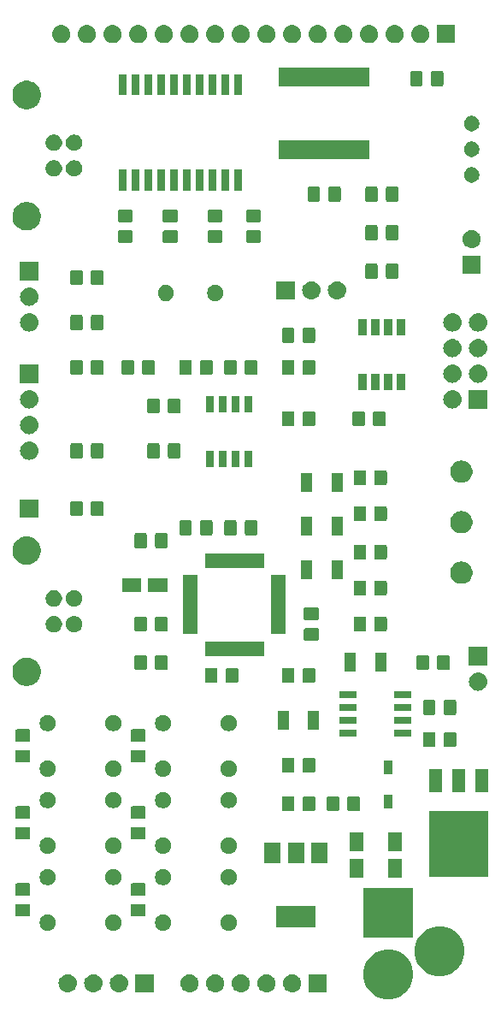
<source format=gbr>
G04 #@! TF.GenerationSoftware,KiCad,Pcbnew,(5.0.2)-1*
G04 #@! TF.CreationDate,2019-06-11T21:21:37-03:00*
G04 #@! TF.ProjectId,projeto(2),70726f6a-6574-46f2-9832-292e6b696361,rev?*
G04 #@! TF.SameCoordinates,Original*
G04 #@! TF.FileFunction,Soldermask,Top*
G04 #@! TF.FilePolarity,Negative*
%FSLAX46Y46*%
G04 Gerber Fmt 4.6, Leading zero omitted, Abs format (unit mm)*
G04 Created by KiCad (PCBNEW (5.0.2)-1) date 11/06/2019 21:21:37*
%MOMM*%
%LPD*%
G01*
G04 APERTURE LIST*
%ADD10C,0.100000*%
G04 APERTURE END LIST*
D10*
G36*
X216614927Y-112328190D02*
X216614929Y-112328191D01*
X216614930Y-112328191D01*
X217060984Y-112512952D01*
X217460610Y-112779974D01*
X217462424Y-112781186D01*
X217803814Y-113122576D01*
X217803816Y-113122579D01*
X218072048Y-113524016D01*
X218251571Y-113957424D01*
X218256810Y-113970073D01*
X218351000Y-114443596D01*
X218351000Y-114926404D01*
X218258114Y-115393373D01*
X218256809Y-115399930D01*
X218072048Y-115845984D01*
X217828696Y-116210185D01*
X217803814Y-116247424D01*
X217462424Y-116588814D01*
X217462421Y-116588816D01*
X217060984Y-116857048D01*
X216614930Y-117041809D01*
X216614929Y-117041809D01*
X216614927Y-117041810D01*
X216141404Y-117136000D01*
X215658596Y-117136000D01*
X215185073Y-117041810D01*
X215185071Y-117041809D01*
X215185070Y-117041809D01*
X214739016Y-116857048D01*
X214337579Y-116588816D01*
X214337576Y-116588814D01*
X213996186Y-116247424D01*
X213971304Y-116210185D01*
X213727952Y-115845984D01*
X213543191Y-115399930D01*
X213541887Y-115393373D01*
X213449000Y-114926404D01*
X213449000Y-114443596D01*
X213543190Y-113970073D01*
X213548429Y-113957424D01*
X213727952Y-113524016D01*
X213996184Y-113122579D01*
X213996186Y-113122576D01*
X214337576Y-112781186D01*
X214339390Y-112779974D01*
X214739016Y-112512952D01*
X215185070Y-112328191D01*
X215185071Y-112328191D01*
X215185073Y-112328190D01*
X215658596Y-112234000D01*
X216141404Y-112234000D01*
X216614927Y-112328190D01*
X216614927Y-112328190D01*
G37*
G36*
X184260443Y-114675519D02*
X184326627Y-114682037D01*
X184439853Y-114716384D01*
X184496467Y-114733557D01*
X184530615Y-114751810D01*
X184652991Y-114817222D01*
X184688057Y-114846000D01*
X184790186Y-114929814D01*
X184873448Y-115031271D01*
X184902778Y-115067009D01*
X184902779Y-115067011D01*
X184986443Y-115223533D01*
X184986443Y-115223534D01*
X185037963Y-115393373D01*
X185055359Y-115570000D01*
X185037963Y-115746627D01*
X185007823Y-115845984D01*
X184986443Y-115916467D01*
X184912348Y-116055087D01*
X184902778Y-116072991D01*
X184873448Y-116108729D01*
X184790186Y-116210186D01*
X184688729Y-116293448D01*
X184652991Y-116322778D01*
X184652989Y-116322779D01*
X184496467Y-116406443D01*
X184439853Y-116423616D01*
X184326627Y-116457963D01*
X184260442Y-116464482D01*
X184194260Y-116471000D01*
X184105740Y-116471000D01*
X184039558Y-116464482D01*
X183973373Y-116457963D01*
X183860147Y-116423616D01*
X183803533Y-116406443D01*
X183647011Y-116322779D01*
X183647009Y-116322778D01*
X183611271Y-116293448D01*
X183509814Y-116210186D01*
X183426552Y-116108729D01*
X183397222Y-116072991D01*
X183387652Y-116055087D01*
X183313557Y-115916467D01*
X183292177Y-115845984D01*
X183262037Y-115746627D01*
X183244641Y-115570000D01*
X183262037Y-115393373D01*
X183313557Y-115223534D01*
X183313557Y-115223533D01*
X183397221Y-115067011D01*
X183397222Y-115067009D01*
X183426552Y-115031271D01*
X183509814Y-114929814D01*
X183611943Y-114846000D01*
X183647009Y-114817222D01*
X183769385Y-114751810D01*
X183803533Y-114733557D01*
X183860147Y-114716384D01*
X183973373Y-114682037D01*
X184039557Y-114675519D01*
X184105740Y-114669000D01*
X184194260Y-114669000D01*
X184260443Y-114675519D01*
X184260443Y-114675519D01*
G37*
G36*
X186800443Y-114675519D02*
X186866627Y-114682037D01*
X186979853Y-114716384D01*
X187036467Y-114733557D01*
X187070615Y-114751810D01*
X187192991Y-114817222D01*
X187228057Y-114846000D01*
X187330186Y-114929814D01*
X187413448Y-115031271D01*
X187442778Y-115067009D01*
X187442779Y-115067011D01*
X187526443Y-115223533D01*
X187526443Y-115223534D01*
X187577963Y-115393373D01*
X187595359Y-115570000D01*
X187577963Y-115746627D01*
X187547823Y-115845984D01*
X187526443Y-115916467D01*
X187452348Y-116055087D01*
X187442778Y-116072991D01*
X187413448Y-116108729D01*
X187330186Y-116210186D01*
X187228729Y-116293448D01*
X187192991Y-116322778D01*
X187192989Y-116322779D01*
X187036467Y-116406443D01*
X186979853Y-116423616D01*
X186866627Y-116457963D01*
X186800442Y-116464482D01*
X186734260Y-116471000D01*
X186645740Y-116471000D01*
X186579558Y-116464482D01*
X186513373Y-116457963D01*
X186400147Y-116423616D01*
X186343533Y-116406443D01*
X186187011Y-116322779D01*
X186187009Y-116322778D01*
X186151271Y-116293448D01*
X186049814Y-116210186D01*
X185966552Y-116108729D01*
X185937222Y-116072991D01*
X185927652Y-116055087D01*
X185853557Y-115916467D01*
X185832177Y-115845984D01*
X185802037Y-115746627D01*
X185784641Y-115570000D01*
X185802037Y-115393373D01*
X185853557Y-115223534D01*
X185853557Y-115223533D01*
X185937221Y-115067011D01*
X185937222Y-115067009D01*
X185966552Y-115031271D01*
X186049814Y-114929814D01*
X186151943Y-114846000D01*
X186187009Y-114817222D01*
X186309385Y-114751810D01*
X186343533Y-114733557D01*
X186400147Y-114716384D01*
X186513373Y-114682037D01*
X186579557Y-114675519D01*
X186645740Y-114669000D01*
X186734260Y-114669000D01*
X186800443Y-114675519D01*
X186800443Y-114675519D01*
G37*
G36*
X189340443Y-114675519D02*
X189406627Y-114682037D01*
X189519853Y-114716384D01*
X189576467Y-114733557D01*
X189610615Y-114751810D01*
X189732991Y-114817222D01*
X189768057Y-114846000D01*
X189870186Y-114929814D01*
X189953448Y-115031271D01*
X189982778Y-115067009D01*
X189982779Y-115067011D01*
X190066443Y-115223533D01*
X190066443Y-115223534D01*
X190117963Y-115393373D01*
X190135359Y-115570000D01*
X190117963Y-115746627D01*
X190087823Y-115845984D01*
X190066443Y-115916467D01*
X189992348Y-116055087D01*
X189982778Y-116072991D01*
X189953448Y-116108729D01*
X189870186Y-116210186D01*
X189768729Y-116293448D01*
X189732991Y-116322778D01*
X189732989Y-116322779D01*
X189576467Y-116406443D01*
X189519853Y-116423616D01*
X189406627Y-116457963D01*
X189340442Y-116464482D01*
X189274260Y-116471000D01*
X189185740Y-116471000D01*
X189119558Y-116464482D01*
X189053373Y-116457963D01*
X188940147Y-116423616D01*
X188883533Y-116406443D01*
X188727011Y-116322779D01*
X188727009Y-116322778D01*
X188691271Y-116293448D01*
X188589814Y-116210186D01*
X188506552Y-116108729D01*
X188477222Y-116072991D01*
X188467652Y-116055087D01*
X188393557Y-115916467D01*
X188372177Y-115845984D01*
X188342037Y-115746627D01*
X188324641Y-115570000D01*
X188342037Y-115393373D01*
X188393557Y-115223534D01*
X188393557Y-115223533D01*
X188477221Y-115067011D01*
X188477222Y-115067009D01*
X188506552Y-115031271D01*
X188589814Y-114929814D01*
X188691943Y-114846000D01*
X188727009Y-114817222D01*
X188849385Y-114751810D01*
X188883533Y-114733557D01*
X188940147Y-114716384D01*
X189053373Y-114682037D01*
X189119557Y-114675519D01*
X189185740Y-114669000D01*
X189274260Y-114669000D01*
X189340443Y-114675519D01*
X189340443Y-114675519D01*
G37*
G36*
X192671000Y-116471000D02*
X190869000Y-116471000D01*
X190869000Y-114669000D01*
X192671000Y-114669000D01*
X192671000Y-116471000D01*
X192671000Y-116471000D01*
G37*
G36*
X196325443Y-114675519D02*
X196391627Y-114682037D01*
X196504853Y-114716384D01*
X196561467Y-114733557D01*
X196595615Y-114751810D01*
X196717991Y-114817222D01*
X196753057Y-114846000D01*
X196855186Y-114929814D01*
X196938448Y-115031271D01*
X196967778Y-115067009D01*
X196967779Y-115067011D01*
X197051443Y-115223533D01*
X197051443Y-115223534D01*
X197102963Y-115393373D01*
X197120359Y-115570000D01*
X197102963Y-115746627D01*
X197072823Y-115845984D01*
X197051443Y-115916467D01*
X196977348Y-116055087D01*
X196967778Y-116072991D01*
X196938448Y-116108729D01*
X196855186Y-116210186D01*
X196753729Y-116293448D01*
X196717991Y-116322778D01*
X196717989Y-116322779D01*
X196561467Y-116406443D01*
X196504853Y-116423616D01*
X196391627Y-116457963D01*
X196325442Y-116464482D01*
X196259260Y-116471000D01*
X196170740Y-116471000D01*
X196104558Y-116464482D01*
X196038373Y-116457963D01*
X195925147Y-116423616D01*
X195868533Y-116406443D01*
X195712011Y-116322779D01*
X195712009Y-116322778D01*
X195676271Y-116293448D01*
X195574814Y-116210186D01*
X195491552Y-116108729D01*
X195462222Y-116072991D01*
X195452652Y-116055087D01*
X195378557Y-115916467D01*
X195357177Y-115845984D01*
X195327037Y-115746627D01*
X195309641Y-115570000D01*
X195327037Y-115393373D01*
X195378557Y-115223534D01*
X195378557Y-115223533D01*
X195462221Y-115067011D01*
X195462222Y-115067009D01*
X195491552Y-115031271D01*
X195574814Y-114929814D01*
X195676943Y-114846000D01*
X195712009Y-114817222D01*
X195834385Y-114751810D01*
X195868533Y-114733557D01*
X195925147Y-114716384D01*
X196038373Y-114682037D01*
X196104557Y-114675519D01*
X196170740Y-114669000D01*
X196259260Y-114669000D01*
X196325443Y-114675519D01*
X196325443Y-114675519D01*
G37*
G36*
X201405443Y-114675519D02*
X201471627Y-114682037D01*
X201584853Y-114716384D01*
X201641467Y-114733557D01*
X201675615Y-114751810D01*
X201797991Y-114817222D01*
X201833057Y-114846000D01*
X201935186Y-114929814D01*
X202018448Y-115031271D01*
X202047778Y-115067009D01*
X202047779Y-115067011D01*
X202131443Y-115223533D01*
X202131443Y-115223534D01*
X202182963Y-115393373D01*
X202200359Y-115570000D01*
X202182963Y-115746627D01*
X202152823Y-115845984D01*
X202131443Y-115916467D01*
X202057348Y-116055087D01*
X202047778Y-116072991D01*
X202018448Y-116108729D01*
X201935186Y-116210186D01*
X201833729Y-116293448D01*
X201797991Y-116322778D01*
X201797989Y-116322779D01*
X201641467Y-116406443D01*
X201584853Y-116423616D01*
X201471627Y-116457963D01*
X201405442Y-116464482D01*
X201339260Y-116471000D01*
X201250740Y-116471000D01*
X201184558Y-116464482D01*
X201118373Y-116457963D01*
X201005147Y-116423616D01*
X200948533Y-116406443D01*
X200792011Y-116322779D01*
X200792009Y-116322778D01*
X200756271Y-116293448D01*
X200654814Y-116210186D01*
X200571552Y-116108729D01*
X200542222Y-116072991D01*
X200532652Y-116055087D01*
X200458557Y-115916467D01*
X200437177Y-115845984D01*
X200407037Y-115746627D01*
X200389641Y-115570000D01*
X200407037Y-115393373D01*
X200458557Y-115223534D01*
X200458557Y-115223533D01*
X200542221Y-115067011D01*
X200542222Y-115067009D01*
X200571552Y-115031271D01*
X200654814Y-114929814D01*
X200756943Y-114846000D01*
X200792009Y-114817222D01*
X200914385Y-114751810D01*
X200948533Y-114733557D01*
X201005147Y-114716384D01*
X201118373Y-114682037D01*
X201184557Y-114675519D01*
X201250740Y-114669000D01*
X201339260Y-114669000D01*
X201405443Y-114675519D01*
X201405443Y-114675519D01*
G37*
G36*
X198865443Y-114675519D02*
X198931627Y-114682037D01*
X199044853Y-114716384D01*
X199101467Y-114733557D01*
X199135615Y-114751810D01*
X199257991Y-114817222D01*
X199293057Y-114846000D01*
X199395186Y-114929814D01*
X199478448Y-115031271D01*
X199507778Y-115067009D01*
X199507779Y-115067011D01*
X199591443Y-115223533D01*
X199591443Y-115223534D01*
X199642963Y-115393373D01*
X199660359Y-115570000D01*
X199642963Y-115746627D01*
X199612823Y-115845984D01*
X199591443Y-115916467D01*
X199517348Y-116055087D01*
X199507778Y-116072991D01*
X199478448Y-116108729D01*
X199395186Y-116210186D01*
X199293729Y-116293448D01*
X199257991Y-116322778D01*
X199257989Y-116322779D01*
X199101467Y-116406443D01*
X199044853Y-116423616D01*
X198931627Y-116457963D01*
X198865442Y-116464482D01*
X198799260Y-116471000D01*
X198710740Y-116471000D01*
X198644558Y-116464482D01*
X198578373Y-116457963D01*
X198465147Y-116423616D01*
X198408533Y-116406443D01*
X198252011Y-116322779D01*
X198252009Y-116322778D01*
X198216271Y-116293448D01*
X198114814Y-116210186D01*
X198031552Y-116108729D01*
X198002222Y-116072991D01*
X197992652Y-116055087D01*
X197918557Y-115916467D01*
X197897177Y-115845984D01*
X197867037Y-115746627D01*
X197849641Y-115570000D01*
X197867037Y-115393373D01*
X197918557Y-115223534D01*
X197918557Y-115223533D01*
X198002221Y-115067011D01*
X198002222Y-115067009D01*
X198031552Y-115031271D01*
X198114814Y-114929814D01*
X198216943Y-114846000D01*
X198252009Y-114817222D01*
X198374385Y-114751810D01*
X198408533Y-114733557D01*
X198465147Y-114716384D01*
X198578373Y-114682037D01*
X198644557Y-114675519D01*
X198710740Y-114669000D01*
X198799260Y-114669000D01*
X198865443Y-114675519D01*
X198865443Y-114675519D01*
G37*
G36*
X209816000Y-116471000D02*
X208014000Y-116471000D01*
X208014000Y-114669000D01*
X209816000Y-114669000D01*
X209816000Y-116471000D01*
X209816000Y-116471000D01*
G37*
G36*
X203945443Y-114675519D02*
X204011627Y-114682037D01*
X204124853Y-114716384D01*
X204181467Y-114733557D01*
X204215615Y-114751810D01*
X204337991Y-114817222D01*
X204373057Y-114846000D01*
X204475186Y-114929814D01*
X204558448Y-115031271D01*
X204587778Y-115067009D01*
X204587779Y-115067011D01*
X204671443Y-115223533D01*
X204671443Y-115223534D01*
X204722963Y-115393373D01*
X204740359Y-115570000D01*
X204722963Y-115746627D01*
X204692823Y-115845984D01*
X204671443Y-115916467D01*
X204597348Y-116055087D01*
X204587778Y-116072991D01*
X204558448Y-116108729D01*
X204475186Y-116210186D01*
X204373729Y-116293448D01*
X204337991Y-116322778D01*
X204337989Y-116322779D01*
X204181467Y-116406443D01*
X204124853Y-116423616D01*
X204011627Y-116457963D01*
X203945442Y-116464482D01*
X203879260Y-116471000D01*
X203790740Y-116471000D01*
X203724558Y-116464482D01*
X203658373Y-116457963D01*
X203545147Y-116423616D01*
X203488533Y-116406443D01*
X203332011Y-116322779D01*
X203332009Y-116322778D01*
X203296271Y-116293448D01*
X203194814Y-116210186D01*
X203111552Y-116108729D01*
X203082222Y-116072991D01*
X203072652Y-116055087D01*
X202998557Y-115916467D01*
X202977177Y-115845984D01*
X202947037Y-115746627D01*
X202929641Y-115570000D01*
X202947037Y-115393373D01*
X202998557Y-115223534D01*
X202998557Y-115223533D01*
X203082221Y-115067011D01*
X203082222Y-115067009D01*
X203111552Y-115031271D01*
X203194814Y-114929814D01*
X203296943Y-114846000D01*
X203332009Y-114817222D01*
X203454385Y-114751810D01*
X203488533Y-114733557D01*
X203545147Y-114716384D01*
X203658373Y-114682037D01*
X203724557Y-114675519D01*
X203790740Y-114669000D01*
X203879260Y-114669000D01*
X203945443Y-114675519D01*
X203945443Y-114675519D01*
G37*
G36*
X206485443Y-114675519D02*
X206551627Y-114682037D01*
X206664853Y-114716384D01*
X206721467Y-114733557D01*
X206755615Y-114751810D01*
X206877991Y-114817222D01*
X206913057Y-114846000D01*
X207015186Y-114929814D01*
X207098448Y-115031271D01*
X207127778Y-115067009D01*
X207127779Y-115067011D01*
X207211443Y-115223533D01*
X207211443Y-115223534D01*
X207262963Y-115393373D01*
X207280359Y-115570000D01*
X207262963Y-115746627D01*
X207232823Y-115845984D01*
X207211443Y-115916467D01*
X207137348Y-116055087D01*
X207127778Y-116072991D01*
X207098448Y-116108729D01*
X207015186Y-116210186D01*
X206913729Y-116293448D01*
X206877991Y-116322778D01*
X206877989Y-116322779D01*
X206721467Y-116406443D01*
X206664853Y-116423616D01*
X206551627Y-116457963D01*
X206485442Y-116464482D01*
X206419260Y-116471000D01*
X206330740Y-116471000D01*
X206264558Y-116464482D01*
X206198373Y-116457963D01*
X206085147Y-116423616D01*
X206028533Y-116406443D01*
X205872011Y-116322779D01*
X205872009Y-116322778D01*
X205836271Y-116293448D01*
X205734814Y-116210186D01*
X205651552Y-116108729D01*
X205622222Y-116072991D01*
X205612652Y-116055087D01*
X205538557Y-115916467D01*
X205517177Y-115845984D01*
X205487037Y-115746627D01*
X205469641Y-115570000D01*
X205487037Y-115393373D01*
X205538557Y-115223534D01*
X205538557Y-115223533D01*
X205622221Y-115067011D01*
X205622222Y-115067009D01*
X205651552Y-115031271D01*
X205734814Y-114929814D01*
X205836943Y-114846000D01*
X205872009Y-114817222D01*
X205994385Y-114751810D01*
X206028533Y-114733557D01*
X206085147Y-114716384D01*
X206198373Y-114682037D01*
X206264557Y-114675519D01*
X206330740Y-114669000D01*
X206419260Y-114669000D01*
X206485443Y-114675519D01*
X206485443Y-114675519D01*
G37*
G36*
X221694927Y-110038190D02*
X221694929Y-110038191D01*
X221694930Y-110038191D01*
X222140984Y-110222952D01*
X222540610Y-110489974D01*
X222542424Y-110491186D01*
X222883814Y-110832576D01*
X222883816Y-110832579D01*
X223152048Y-111234016D01*
X223336809Y-111680070D01*
X223431000Y-112153598D01*
X223431000Y-112636402D01*
X223336809Y-113109930D01*
X223152048Y-113555984D01*
X222885026Y-113955610D01*
X222883814Y-113957424D01*
X222542424Y-114298814D01*
X222542421Y-114298816D01*
X222140984Y-114567048D01*
X221694930Y-114751809D01*
X221694929Y-114751809D01*
X221694927Y-114751810D01*
X221221404Y-114846000D01*
X220738596Y-114846000D01*
X220265073Y-114751810D01*
X220265071Y-114751809D01*
X220265070Y-114751809D01*
X219819016Y-114567048D01*
X219417579Y-114298816D01*
X219417576Y-114298814D01*
X219076186Y-113957424D01*
X219074974Y-113955610D01*
X218807952Y-113555984D01*
X218623191Y-113109930D01*
X218529000Y-112636402D01*
X218529000Y-112153598D01*
X218623191Y-111680070D01*
X218807952Y-111234016D01*
X219076184Y-110832579D01*
X219076186Y-110832576D01*
X219417576Y-110491186D01*
X219419390Y-110489974D01*
X219819016Y-110222952D01*
X220265070Y-110038191D01*
X220265071Y-110038191D01*
X220265073Y-110038190D01*
X220738596Y-109944000D01*
X221221404Y-109944000D01*
X221694927Y-110038190D01*
X221694927Y-110038190D01*
G37*
G36*
X218351000Y-111036000D02*
X213449000Y-111036000D01*
X213449000Y-106134000D01*
X218351000Y-106134000D01*
X218351000Y-111036000D01*
X218351000Y-111036000D01*
G37*
G36*
X188903643Y-108794781D02*
X189049415Y-108855162D01*
X189180611Y-108942824D01*
X189292176Y-109054389D01*
X189379838Y-109185585D01*
X189440219Y-109331357D01*
X189471000Y-109486107D01*
X189471000Y-109643893D01*
X189440219Y-109798643D01*
X189379838Y-109944415D01*
X189292176Y-110075611D01*
X189180611Y-110187176D01*
X189049415Y-110274838D01*
X188903643Y-110335219D01*
X188748893Y-110366000D01*
X188591107Y-110366000D01*
X188436357Y-110335219D01*
X188290585Y-110274838D01*
X188159389Y-110187176D01*
X188047824Y-110075611D01*
X187960162Y-109944415D01*
X187899781Y-109798643D01*
X187869000Y-109643893D01*
X187869000Y-109486107D01*
X187899781Y-109331357D01*
X187960162Y-109185585D01*
X188047824Y-109054389D01*
X188159389Y-108942824D01*
X188290585Y-108855162D01*
X188436357Y-108794781D01*
X188591107Y-108764000D01*
X188748893Y-108764000D01*
X188903643Y-108794781D01*
X188903643Y-108794781D01*
G37*
G36*
X182403643Y-108794781D02*
X182549415Y-108855162D01*
X182680611Y-108942824D01*
X182792176Y-109054389D01*
X182879838Y-109185585D01*
X182940219Y-109331357D01*
X182971000Y-109486107D01*
X182971000Y-109643893D01*
X182940219Y-109798643D01*
X182879838Y-109944415D01*
X182792176Y-110075611D01*
X182680611Y-110187176D01*
X182549415Y-110274838D01*
X182403643Y-110335219D01*
X182248893Y-110366000D01*
X182091107Y-110366000D01*
X181936357Y-110335219D01*
X181790585Y-110274838D01*
X181659389Y-110187176D01*
X181547824Y-110075611D01*
X181460162Y-109944415D01*
X181399781Y-109798643D01*
X181369000Y-109643893D01*
X181369000Y-109486107D01*
X181399781Y-109331357D01*
X181460162Y-109185585D01*
X181547824Y-109054389D01*
X181659389Y-108942824D01*
X181790585Y-108855162D01*
X181936357Y-108794781D01*
X182091107Y-108764000D01*
X182248893Y-108764000D01*
X182403643Y-108794781D01*
X182403643Y-108794781D01*
G37*
G36*
X193833643Y-108794781D02*
X193979415Y-108855162D01*
X194110611Y-108942824D01*
X194222176Y-109054389D01*
X194309838Y-109185585D01*
X194370219Y-109331357D01*
X194401000Y-109486107D01*
X194401000Y-109643893D01*
X194370219Y-109798643D01*
X194309838Y-109944415D01*
X194222176Y-110075611D01*
X194110611Y-110187176D01*
X193979415Y-110274838D01*
X193833643Y-110335219D01*
X193678893Y-110366000D01*
X193521107Y-110366000D01*
X193366357Y-110335219D01*
X193220585Y-110274838D01*
X193089389Y-110187176D01*
X192977824Y-110075611D01*
X192890162Y-109944415D01*
X192829781Y-109798643D01*
X192799000Y-109643893D01*
X192799000Y-109486107D01*
X192829781Y-109331357D01*
X192890162Y-109185585D01*
X192977824Y-109054389D01*
X193089389Y-108942824D01*
X193220585Y-108855162D01*
X193366357Y-108794781D01*
X193521107Y-108764000D01*
X193678893Y-108764000D01*
X193833643Y-108794781D01*
X193833643Y-108794781D01*
G37*
G36*
X200333643Y-108794781D02*
X200479415Y-108855162D01*
X200610611Y-108942824D01*
X200722176Y-109054389D01*
X200809838Y-109185585D01*
X200870219Y-109331357D01*
X200901000Y-109486107D01*
X200901000Y-109643893D01*
X200870219Y-109798643D01*
X200809838Y-109944415D01*
X200722176Y-110075611D01*
X200610611Y-110187176D01*
X200479415Y-110274838D01*
X200333643Y-110335219D01*
X200178893Y-110366000D01*
X200021107Y-110366000D01*
X199866357Y-110335219D01*
X199720585Y-110274838D01*
X199589389Y-110187176D01*
X199477824Y-110075611D01*
X199390162Y-109944415D01*
X199329781Y-109798643D01*
X199299000Y-109643893D01*
X199299000Y-109486107D01*
X199329781Y-109331357D01*
X199390162Y-109185585D01*
X199477824Y-109054389D01*
X199589389Y-108942824D01*
X199720585Y-108855162D01*
X199866357Y-108794781D01*
X200021107Y-108764000D01*
X200178893Y-108764000D01*
X200333643Y-108794781D01*
X200333643Y-108794781D01*
G37*
G36*
X208707000Y-110017000D02*
X204805000Y-110017000D01*
X204805000Y-107915000D01*
X208707000Y-107915000D01*
X208707000Y-110017000D01*
X208707000Y-110017000D01*
G37*
G36*
X180293677Y-107718465D02*
X180331364Y-107729898D01*
X180366103Y-107748466D01*
X180396548Y-107773452D01*
X180421534Y-107803897D01*
X180440102Y-107838636D01*
X180451535Y-107876323D01*
X180456000Y-107921661D01*
X180456000Y-108758339D01*
X180451535Y-108803677D01*
X180440102Y-108841364D01*
X180421534Y-108876103D01*
X180396548Y-108906548D01*
X180366103Y-108931534D01*
X180331364Y-108950102D01*
X180293677Y-108961535D01*
X180248339Y-108966000D01*
X179161661Y-108966000D01*
X179116323Y-108961535D01*
X179078636Y-108950102D01*
X179043897Y-108931534D01*
X179013452Y-108906548D01*
X178988466Y-108876103D01*
X178969898Y-108841364D01*
X178958465Y-108803677D01*
X178954000Y-108758339D01*
X178954000Y-107921661D01*
X178958465Y-107876323D01*
X178969898Y-107838636D01*
X178988466Y-107803897D01*
X179013452Y-107773452D01*
X179043897Y-107748466D01*
X179078636Y-107729898D01*
X179116323Y-107718465D01*
X179161661Y-107714000D01*
X180248339Y-107714000D01*
X180293677Y-107718465D01*
X180293677Y-107718465D01*
G37*
G36*
X191723677Y-107718465D02*
X191761364Y-107729898D01*
X191796103Y-107748466D01*
X191826548Y-107773452D01*
X191851534Y-107803897D01*
X191870102Y-107838636D01*
X191881535Y-107876323D01*
X191886000Y-107921661D01*
X191886000Y-108758339D01*
X191881535Y-108803677D01*
X191870102Y-108841364D01*
X191851534Y-108876103D01*
X191826548Y-108906548D01*
X191796103Y-108931534D01*
X191761364Y-108950102D01*
X191723677Y-108961535D01*
X191678339Y-108966000D01*
X190591661Y-108966000D01*
X190546323Y-108961535D01*
X190508636Y-108950102D01*
X190473897Y-108931534D01*
X190443452Y-108906548D01*
X190418466Y-108876103D01*
X190399898Y-108841364D01*
X190388465Y-108803677D01*
X190384000Y-108758339D01*
X190384000Y-107921661D01*
X190388465Y-107876323D01*
X190399898Y-107838636D01*
X190418466Y-107803897D01*
X190443452Y-107773452D01*
X190473897Y-107748466D01*
X190508636Y-107729898D01*
X190546323Y-107718465D01*
X190591661Y-107714000D01*
X191678339Y-107714000D01*
X191723677Y-107718465D01*
X191723677Y-107718465D01*
G37*
G36*
X191723677Y-105668465D02*
X191761364Y-105679898D01*
X191796103Y-105698466D01*
X191826548Y-105723452D01*
X191851534Y-105753897D01*
X191870102Y-105788636D01*
X191881535Y-105826323D01*
X191886000Y-105871661D01*
X191886000Y-106708339D01*
X191881535Y-106753677D01*
X191870102Y-106791364D01*
X191851534Y-106826103D01*
X191826548Y-106856548D01*
X191796103Y-106881534D01*
X191761364Y-106900102D01*
X191723677Y-106911535D01*
X191678339Y-106916000D01*
X190591661Y-106916000D01*
X190546323Y-106911535D01*
X190508636Y-106900102D01*
X190473897Y-106881534D01*
X190443452Y-106856548D01*
X190418466Y-106826103D01*
X190399898Y-106791364D01*
X190388465Y-106753677D01*
X190384000Y-106708339D01*
X190384000Y-105871661D01*
X190388465Y-105826323D01*
X190399898Y-105788636D01*
X190418466Y-105753897D01*
X190443452Y-105723452D01*
X190473897Y-105698466D01*
X190508636Y-105679898D01*
X190546323Y-105668465D01*
X190591661Y-105664000D01*
X191678339Y-105664000D01*
X191723677Y-105668465D01*
X191723677Y-105668465D01*
G37*
G36*
X180293677Y-105668465D02*
X180331364Y-105679898D01*
X180366103Y-105698466D01*
X180396548Y-105723452D01*
X180421534Y-105753897D01*
X180440102Y-105788636D01*
X180451535Y-105826323D01*
X180456000Y-105871661D01*
X180456000Y-106708339D01*
X180451535Y-106753677D01*
X180440102Y-106791364D01*
X180421534Y-106826103D01*
X180396548Y-106856548D01*
X180366103Y-106881534D01*
X180331364Y-106900102D01*
X180293677Y-106911535D01*
X180248339Y-106916000D01*
X179161661Y-106916000D01*
X179116323Y-106911535D01*
X179078636Y-106900102D01*
X179043897Y-106881534D01*
X179013452Y-106856548D01*
X178988466Y-106826103D01*
X178969898Y-106791364D01*
X178958465Y-106753677D01*
X178954000Y-106708339D01*
X178954000Y-105871661D01*
X178958465Y-105826323D01*
X178969898Y-105788636D01*
X178988466Y-105753897D01*
X179013452Y-105723452D01*
X179043897Y-105698466D01*
X179078636Y-105679898D01*
X179116323Y-105668465D01*
X179161661Y-105664000D01*
X180248339Y-105664000D01*
X180293677Y-105668465D01*
X180293677Y-105668465D01*
G37*
G36*
X193833643Y-104294781D02*
X193979415Y-104355162D01*
X194110611Y-104442824D01*
X194222176Y-104554389D01*
X194309838Y-104685585D01*
X194370219Y-104831357D01*
X194401000Y-104986107D01*
X194401000Y-105143893D01*
X194370219Y-105298643D01*
X194309838Y-105444415D01*
X194222176Y-105575611D01*
X194110611Y-105687176D01*
X193979415Y-105774838D01*
X193833643Y-105835219D01*
X193678893Y-105866000D01*
X193521107Y-105866000D01*
X193366357Y-105835219D01*
X193220585Y-105774838D01*
X193089389Y-105687176D01*
X192977824Y-105575611D01*
X192890162Y-105444415D01*
X192829781Y-105298643D01*
X192799000Y-105143893D01*
X192799000Y-104986107D01*
X192829781Y-104831357D01*
X192890162Y-104685585D01*
X192977824Y-104554389D01*
X193089389Y-104442824D01*
X193220585Y-104355162D01*
X193366357Y-104294781D01*
X193521107Y-104264000D01*
X193678893Y-104264000D01*
X193833643Y-104294781D01*
X193833643Y-104294781D01*
G37*
G36*
X188903643Y-104294781D02*
X189049415Y-104355162D01*
X189180611Y-104442824D01*
X189292176Y-104554389D01*
X189379838Y-104685585D01*
X189440219Y-104831357D01*
X189471000Y-104986107D01*
X189471000Y-105143893D01*
X189440219Y-105298643D01*
X189379838Y-105444415D01*
X189292176Y-105575611D01*
X189180611Y-105687176D01*
X189049415Y-105774838D01*
X188903643Y-105835219D01*
X188748893Y-105866000D01*
X188591107Y-105866000D01*
X188436357Y-105835219D01*
X188290585Y-105774838D01*
X188159389Y-105687176D01*
X188047824Y-105575611D01*
X187960162Y-105444415D01*
X187899781Y-105298643D01*
X187869000Y-105143893D01*
X187869000Y-104986107D01*
X187899781Y-104831357D01*
X187960162Y-104685585D01*
X188047824Y-104554389D01*
X188159389Y-104442824D01*
X188290585Y-104355162D01*
X188436357Y-104294781D01*
X188591107Y-104264000D01*
X188748893Y-104264000D01*
X188903643Y-104294781D01*
X188903643Y-104294781D01*
G37*
G36*
X182403643Y-104294781D02*
X182549415Y-104355162D01*
X182680611Y-104442824D01*
X182792176Y-104554389D01*
X182879838Y-104685585D01*
X182940219Y-104831357D01*
X182971000Y-104986107D01*
X182971000Y-105143893D01*
X182940219Y-105298643D01*
X182879838Y-105444415D01*
X182792176Y-105575611D01*
X182680611Y-105687176D01*
X182549415Y-105774838D01*
X182403643Y-105835219D01*
X182248893Y-105866000D01*
X182091107Y-105866000D01*
X181936357Y-105835219D01*
X181790585Y-105774838D01*
X181659389Y-105687176D01*
X181547824Y-105575611D01*
X181460162Y-105444415D01*
X181399781Y-105298643D01*
X181369000Y-105143893D01*
X181369000Y-104986107D01*
X181399781Y-104831357D01*
X181460162Y-104685585D01*
X181547824Y-104554389D01*
X181659389Y-104442824D01*
X181790585Y-104355162D01*
X181936357Y-104294781D01*
X182091107Y-104264000D01*
X182248893Y-104264000D01*
X182403643Y-104294781D01*
X182403643Y-104294781D01*
G37*
G36*
X200333643Y-104294781D02*
X200479415Y-104355162D01*
X200610611Y-104442824D01*
X200722176Y-104554389D01*
X200809838Y-104685585D01*
X200870219Y-104831357D01*
X200901000Y-104986107D01*
X200901000Y-105143893D01*
X200870219Y-105298643D01*
X200809838Y-105444415D01*
X200722176Y-105575611D01*
X200610611Y-105687176D01*
X200479415Y-105774838D01*
X200333643Y-105835219D01*
X200178893Y-105866000D01*
X200021107Y-105866000D01*
X199866357Y-105835219D01*
X199720585Y-105774838D01*
X199589389Y-105687176D01*
X199477824Y-105575611D01*
X199390162Y-105444415D01*
X199329781Y-105298643D01*
X199299000Y-105143893D01*
X199299000Y-104986107D01*
X199329781Y-104831357D01*
X199390162Y-104685585D01*
X199477824Y-104554389D01*
X199589389Y-104442824D01*
X199720585Y-104355162D01*
X199866357Y-104294781D01*
X200021107Y-104264000D01*
X200178893Y-104264000D01*
X200333643Y-104294781D01*
X200333643Y-104294781D01*
G37*
G36*
X217211000Y-105121000D02*
X215859000Y-105121000D01*
X215859000Y-103219000D01*
X217211000Y-103219000D01*
X217211000Y-105121000D01*
X217211000Y-105121000D01*
G37*
G36*
X213401000Y-105121000D02*
X212049000Y-105121000D01*
X212049000Y-103219000D01*
X213401000Y-103219000D01*
X213401000Y-105121000D01*
X213401000Y-105121000D01*
G37*
G36*
X225836000Y-105046000D02*
X219934000Y-105046000D01*
X219934000Y-98544000D01*
X225836000Y-98544000D01*
X225836000Y-105046000D01*
X225836000Y-105046000D01*
G37*
G36*
X205257000Y-103717000D02*
X203655000Y-103717000D01*
X203655000Y-101615000D01*
X205257000Y-101615000D01*
X205257000Y-103717000D01*
X205257000Y-103717000D01*
G37*
G36*
X209857000Y-103717000D02*
X208255000Y-103717000D01*
X208255000Y-101615000D01*
X209857000Y-101615000D01*
X209857000Y-103717000D01*
X209857000Y-103717000D01*
G37*
G36*
X207557000Y-103717000D02*
X205955000Y-103717000D01*
X205955000Y-101615000D01*
X207557000Y-101615000D01*
X207557000Y-103717000D01*
X207557000Y-103717000D01*
G37*
G36*
X200333643Y-101174781D02*
X200479415Y-101235162D01*
X200610611Y-101322824D01*
X200722176Y-101434389D01*
X200809838Y-101565585D01*
X200870219Y-101711357D01*
X200901000Y-101866107D01*
X200901000Y-102023893D01*
X200870219Y-102178643D01*
X200809838Y-102324415D01*
X200722176Y-102455611D01*
X200610611Y-102567176D01*
X200479415Y-102654838D01*
X200333643Y-102715219D01*
X200178893Y-102746000D01*
X200021107Y-102746000D01*
X199866357Y-102715219D01*
X199720585Y-102654838D01*
X199589389Y-102567176D01*
X199477824Y-102455611D01*
X199390162Y-102324415D01*
X199329781Y-102178643D01*
X199299000Y-102023893D01*
X199299000Y-101866107D01*
X199329781Y-101711357D01*
X199390162Y-101565585D01*
X199477824Y-101434389D01*
X199589389Y-101322824D01*
X199720585Y-101235162D01*
X199866357Y-101174781D01*
X200021107Y-101144000D01*
X200178893Y-101144000D01*
X200333643Y-101174781D01*
X200333643Y-101174781D01*
G37*
G36*
X193833643Y-101174781D02*
X193979415Y-101235162D01*
X194110611Y-101322824D01*
X194222176Y-101434389D01*
X194309838Y-101565585D01*
X194370219Y-101711357D01*
X194401000Y-101866107D01*
X194401000Y-102023893D01*
X194370219Y-102178643D01*
X194309838Y-102324415D01*
X194222176Y-102455611D01*
X194110611Y-102567176D01*
X193979415Y-102654838D01*
X193833643Y-102715219D01*
X193678893Y-102746000D01*
X193521107Y-102746000D01*
X193366357Y-102715219D01*
X193220585Y-102654838D01*
X193089389Y-102567176D01*
X192977824Y-102455611D01*
X192890162Y-102324415D01*
X192829781Y-102178643D01*
X192799000Y-102023893D01*
X192799000Y-101866107D01*
X192829781Y-101711357D01*
X192890162Y-101565585D01*
X192977824Y-101434389D01*
X193089389Y-101322824D01*
X193220585Y-101235162D01*
X193366357Y-101174781D01*
X193521107Y-101144000D01*
X193678893Y-101144000D01*
X193833643Y-101174781D01*
X193833643Y-101174781D01*
G37*
G36*
X188903643Y-101174781D02*
X189049415Y-101235162D01*
X189180611Y-101322824D01*
X189292176Y-101434389D01*
X189379838Y-101565585D01*
X189440219Y-101711357D01*
X189471000Y-101866107D01*
X189471000Y-102023893D01*
X189440219Y-102178643D01*
X189379838Y-102324415D01*
X189292176Y-102455611D01*
X189180611Y-102567176D01*
X189049415Y-102654838D01*
X188903643Y-102715219D01*
X188748893Y-102746000D01*
X188591107Y-102746000D01*
X188436357Y-102715219D01*
X188290585Y-102654838D01*
X188159389Y-102567176D01*
X188047824Y-102455611D01*
X187960162Y-102324415D01*
X187899781Y-102178643D01*
X187869000Y-102023893D01*
X187869000Y-101866107D01*
X187899781Y-101711357D01*
X187960162Y-101565585D01*
X188047824Y-101434389D01*
X188159389Y-101322824D01*
X188290585Y-101235162D01*
X188436357Y-101174781D01*
X188591107Y-101144000D01*
X188748893Y-101144000D01*
X188903643Y-101174781D01*
X188903643Y-101174781D01*
G37*
G36*
X182403643Y-101174781D02*
X182549415Y-101235162D01*
X182680611Y-101322824D01*
X182792176Y-101434389D01*
X182879838Y-101565585D01*
X182940219Y-101711357D01*
X182971000Y-101866107D01*
X182971000Y-102023893D01*
X182940219Y-102178643D01*
X182879838Y-102324415D01*
X182792176Y-102455611D01*
X182680611Y-102567176D01*
X182549415Y-102654838D01*
X182403643Y-102715219D01*
X182248893Y-102746000D01*
X182091107Y-102746000D01*
X181936357Y-102715219D01*
X181790585Y-102654838D01*
X181659389Y-102567176D01*
X181547824Y-102455611D01*
X181460162Y-102324415D01*
X181399781Y-102178643D01*
X181369000Y-102023893D01*
X181369000Y-101866107D01*
X181399781Y-101711357D01*
X181460162Y-101565585D01*
X181547824Y-101434389D01*
X181659389Y-101322824D01*
X181790585Y-101235162D01*
X181936357Y-101174781D01*
X182091107Y-101144000D01*
X182248893Y-101144000D01*
X182403643Y-101174781D01*
X182403643Y-101174781D01*
G37*
G36*
X213401000Y-102521000D02*
X212049000Y-102521000D01*
X212049000Y-100619000D01*
X213401000Y-100619000D01*
X213401000Y-102521000D01*
X213401000Y-102521000D01*
G37*
G36*
X217211000Y-102521000D02*
X215859000Y-102521000D01*
X215859000Y-100619000D01*
X217211000Y-100619000D01*
X217211000Y-102521000D01*
X217211000Y-102521000D01*
G37*
G36*
X191723677Y-100098465D02*
X191761364Y-100109898D01*
X191796103Y-100128466D01*
X191826548Y-100153452D01*
X191851534Y-100183897D01*
X191870102Y-100218636D01*
X191881535Y-100256323D01*
X191886000Y-100301661D01*
X191886000Y-101138339D01*
X191881535Y-101183677D01*
X191870102Y-101221364D01*
X191851534Y-101256103D01*
X191826548Y-101286548D01*
X191796103Y-101311534D01*
X191761364Y-101330102D01*
X191723677Y-101341535D01*
X191678339Y-101346000D01*
X190591661Y-101346000D01*
X190546323Y-101341535D01*
X190508636Y-101330102D01*
X190473897Y-101311534D01*
X190443452Y-101286548D01*
X190418466Y-101256103D01*
X190399898Y-101221364D01*
X190388465Y-101183677D01*
X190384000Y-101138339D01*
X190384000Y-100301661D01*
X190388465Y-100256323D01*
X190399898Y-100218636D01*
X190418466Y-100183897D01*
X190443452Y-100153452D01*
X190473897Y-100128466D01*
X190508636Y-100109898D01*
X190546323Y-100098465D01*
X190591661Y-100094000D01*
X191678339Y-100094000D01*
X191723677Y-100098465D01*
X191723677Y-100098465D01*
G37*
G36*
X180293677Y-100098465D02*
X180331364Y-100109898D01*
X180366103Y-100128466D01*
X180396548Y-100153452D01*
X180421534Y-100183897D01*
X180440102Y-100218636D01*
X180451535Y-100256323D01*
X180456000Y-100301661D01*
X180456000Y-101138339D01*
X180451535Y-101183677D01*
X180440102Y-101221364D01*
X180421534Y-101256103D01*
X180396548Y-101286548D01*
X180366103Y-101311534D01*
X180331364Y-101330102D01*
X180293677Y-101341535D01*
X180248339Y-101346000D01*
X179161661Y-101346000D01*
X179116323Y-101341535D01*
X179078636Y-101330102D01*
X179043897Y-101311534D01*
X179013452Y-101286548D01*
X178988466Y-101256103D01*
X178969898Y-101221364D01*
X178958465Y-101183677D01*
X178954000Y-101138339D01*
X178954000Y-100301661D01*
X178958465Y-100256323D01*
X178969898Y-100218636D01*
X178988466Y-100183897D01*
X179013452Y-100153452D01*
X179043897Y-100128466D01*
X179078636Y-100109898D01*
X179116323Y-100098465D01*
X179161661Y-100094000D01*
X180248339Y-100094000D01*
X180293677Y-100098465D01*
X180293677Y-100098465D01*
G37*
G36*
X180293677Y-98048465D02*
X180331364Y-98059898D01*
X180366103Y-98078466D01*
X180396548Y-98103452D01*
X180421534Y-98133897D01*
X180440102Y-98168636D01*
X180451535Y-98206323D01*
X180456000Y-98251661D01*
X180456000Y-99088339D01*
X180451535Y-99133677D01*
X180440102Y-99171364D01*
X180421534Y-99206103D01*
X180396548Y-99236548D01*
X180366103Y-99261534D01*
X180331364Y-99280102D01*
X180293677Y-99291535D01*
X180248339Y-99296000D01*
X179161661Y-99296000D01*
X179116323Y-99291535D01*
X179078636Y-99280102D01*
X179043897Y-99261534D01*
X179013452Y-99236548D01*
X178988466Y-99206103D01*
X178969898Y-99171364D01*
X178958465Y-99133677D01*
X178954000Y-99088339D01*
X178954000Y-98251661D01*
X178958465Y-98206323D01*
X178969898Y-98168636D01*
X178988466Y-98133897D01*
X179013452Y-98103452D01*
X179043897Y-98078466D01*
X179078636Y-98059898D01*
X179116323Y-98048465D01*
X179161661Y-98044000D01*
X180248339Y-98044000D01*
X180293677Y-98048465D01*
X180293677Y-98048465D01*
G37*
G36*
X191723677Y-98048465D02*
X191761364Y-98059898D01*
X191796103Y-98078466D01*
X191826548Y-98103452D01*
X191851534Y-98133897D01*
X191870102Y-98168636D01*
X191881535Y-98206323D01*
X191886000Y-98251661D01*
X191886000Y-99088339D01*
X191881535Y-99133677D01*
X191870102Y-99171364D01*
X191851534Y-99206103D01*
X191826548Y-99236548D01*
X191796103Y-99261534D01*
X191761364Y-99280102D01*
X191723677Y-99291535D01*
X191678339Y-99296000D01*
X190591661Y-99296000D01*
X190546323Y-99291535D01*
X190508636Y-99280102D01*
X190473897Y-99261534D01*
X190443452Y-99236548D01*
X190418466Y-99206103D01*
X190399898Y-99171364D01*
X190388465Y-99133677D01*
X190384000Y-99088339D01*
X190384000Y-98251661D01*
X190388465Y-98206323D01*
X190399898Y-98168636D01*
X190418466Y-98133897D01*
X190443452Y-98103452D01*
X190473897Y-98078466D01*
X190508636Y-98059898D01*
X190546323Y-98048465D01*
X190591661Y-98044000D01*
X191678339Y-98044000D01*
X191723677Y-98048465D01*
X191723677Y-98048465D01*
G37*
G36*
X212944148Y-97043454D02*
X212981732Y-97054855D01*
X213016362Y-97073366D01*
X213046720Y-97098280D01*
X213071634Y-97128638D01*
X213090145Y-97163268D01*
X213101546Y-97200852D01*
X213106000Y-97246075D01*
X213106000Y-98333925D01*
X213101546Y-98379148D01*
X213090145Y-98416732D01*
X213071634Y-98451362D01*
X213046720Y-98481720D01*
X213016362Y-98506634D01*
X212981732Y-98525145D01*
X212944148Y-98536546D01*
X212898925Y-98541000D01*
X212061075Y-98541000D01*
X212015852Y-98536546D01*
X211978268Y-98525145D01*
X211943638Y-98506634D01*
X211913280Y-98481720D01*
X211888366Y-98451362D01*
X211869855Y-98416732D01*
X211858454Y-98379148D01*
X211854000Y-98333925D01*
X211854000Y-97246075D01*
X211858454Y-97200852D01*
X211869855Y-97163268D01*
X211888366Y-97128638D01*
X211913280Y-97098280D01*
X211943638Y-97073366D01*
X211978268Y-97054855D01*
X212015852Y-97043454D01*
X212061075Y-97039000D01*
X212898925Y-97039000D01*
X212944148Y-97043454D01*
X212944148Y-97043454D01*
G37*
G36*
X210893677Y-97043465D02*
X210931364Y-97054898D01*
X210966103Y-97073466D01*
X210996548Y-97098452D01*
X211021534Y-97128897D01*
X211040102Y-97163636D01*
X211051535Y-97201323D01*
X211056000Y-97246661D01*
X211056000Y-98333339D01*
X211051535Y-98378677D01*
X211040102Y-98416364D01*
X211021534Y-98451103D01*
X210996548Y-98481548D01*
X210966103Y-98506534D01*
X210931364Y-98525102D01*
X210893677Y-98536535D01*
X210848339Y-98541000D01*
X210011661Y-98541000D01*
X209966323Y-98536535D01*
X209928636Y-98525102D01*
X209893897Y-98506534D01*
X209863452Y-98481548D01*
X209838466Y-98451103D01*
X209819898Y-98416364D01*
X209808465Y-98378677D01*
X209804000Y-98333339D01*
X209804000Y-97246661D01*
X209808465Y-97201323D01*
X209819898Y-97163636D01*
X209838466Y-97128897D01*
X209863452Y-97098452D01*
X209893897Y-97073466D01*
X209928636Y-97054898D01*
X209966323Y-97043465D01*
X210011661Y-97039000D01*
X210848339Y-97039000D01*
X210893677Y-97043465D01*
X210893677Y-97043465D01*
G37*
G36*
X208498677Y-97043465D02*
X208536364Y-97054898D01*
X208571103Y-97073466D01*
X208601548Y-97098452D01*
X208626534Y-97128897D01*
X208645102Y-97163636D01*
X208656535Y-97201323D01*
X208661000Y-97246661D01*
X208661000Y-98333339D01*
X208656535Y-98378677D01*
X208645102Y-98416364D01*
X208626534Y-98451103D01*
X208601548Y-98481548D01*
X208571103Y-98506534D01*
X208536364Y-98525102D01*
X208498677Y-98536535D01*
X208453339Y-98541000D01*
X207616661Y-98541000D01*
X207571323Y-98536535D01*
X207533636Y-98525102D01*
X207498897Y-98506534D01*
X207468452Y-98481548D01*
X207443466Y-98451103D01*
X207424898Y-98416364D01*
X207413465Y-98378677D01*
X207409000Y-98333339D01*
X207409000Y-97246661D01*
X207413465Y-97201323D01*
X207424898Y-97163636D01*
X207443466Y-97128897D01*
X207468452Y-97098452D01*
X207498897Y-97073466D01*
X207533636Y-97054898D01*
X207571323Y-97043465D01*
X207616661Y-97039000D01*
X208453339Y-97039000D01*
X208498677Y-97043465D01*
X208498677Y-97043465D01*
G37*
G36*
X206449148Y-97043454D02*
X206486732Y-97054855D01*
X206521362Y-97073366D01*
X206551720Y-97098280D01*
X206576634Y-97128638D01*
X206595145Y-97163268D01*
X206606546Y-97200852D01*
X206611000Y-97246075D01*
X206611000Y-98333925D01*
X206606546Y-98379148D01*
X206595145Y-98416732D01*
X206576634Y-98451362D01*
X206551720Y-98481720D01*
X206521362Y-98506634D01*
X206486732Y-98525145D01*
X206449148Y-98536546D01*
X206403925Y-98541000D01*
X205566075Y-98541000D01*
X205520852Y-98536546D01*
X205483268Y-98525145D01*
X205448638Y-98506634D01*
X205418280Y-98481720D01*
X205393366Y-98451362D01*
X205374855Y-98416732D01*
X205363454Y-98379148D01*
X205359000Y-98333925D01*
X205359000Y-97246075D01*
X205363454Y-97200852D01*
X205374855Y-97163268D01*
X205393366Y-97128638D01*
X205418280Y-97098280D01*
X205448638Y-97073366D01*
X205483268Y-97054855D01*
X205520852Y-97043454D01*
X205566075Y-97039000D01*
X206403925Y-97039000D01*
X206449148Y-97043454D01*
X206449148Y-97043454D01*
G37*
G36*
X188903643Y-96674781D02*
X189049415Y-96735162D01*
X189180611Y-96822824D01*
X189292176Y-96934389D01*
X189379838Y-97065585D01*
X189440219Y-97211357D01*
X189471000Y-97366107D01*
X189471000Y-97523893D01*
X189440219Y-97678643D01*
X189379838Y-97824415D01*
X189292176Y-97955611D01*
X189180611Y-98067176D01*
X189049415Y-98154838D01*
X188903643Y-98215219D01*
X188748893Y-98246000D01*
X188591107Y-98246000D01*
X188436357Y-98215219D01*
X188290585Y-98154838D01*
X188159389Y-98067176D01*
X188047824Y-97955611D01*
X187960162Y-97824415D01*
X187899781Y-97678643D01*
X187869000Y-97523893D01*
X187869000Y-97366107D01*
X187899781Y-97211357D01*
X187960162Y-97065585D01*
X188047824Y-96934389D01*
X188159389Y-96822824D01*
X188290585Y-96735162D01*
X188436357Y-96674781D01*
X188591107Y-96644000D01*
X188748893Y-96644000D01*
X188903643Y-96674781D01*
X188903643Y-96674781D01*
G37*
G36*
X182403643Y-96674781D02*
X182549415Y-96735162D01*
X182680611Y-96822824D01*
X182792176Y-96934389D01*
X182879838Y-97065585D01*
X182940219Y-97211357D01*
X182971000Y-97366107D01*
X182971000Y-97523893D01*
X182940219Y-97678643D01*
X182879838Y-97824415D01*
X182792176Y-97955611D01*
X182680611Y-98067176D01*
X182549415Y-98154838D01*
X182403643Y-98215219D01*
X182248893Y-98246000D01*
X182091107Y-98246000D01*
X181936357Y-98215219D01*
X181790585Y-98154838D01*
X181659389Y-98067176D01*
X181547824Y-97955611D01*
X181460162Y-97824415D01*
X181399781Y-97678643D01*
X181369000Y-97523893D01*
X181369000Y-97366107D01*
X181399781Y-97211357D01*
X181460162Y-97065585D01*
X181547824Y-96934389D01*
X181659389Y-96822824D01*
X181790585Y-96735162D01*
X181936357Y-96674781D01*
X182091107Y-96644000D01*
X182248893Y-96644000D01*
X182403643Y-96674781D01*
X182403643Y-96674781D01*
G37*
G36*
X200333643Y-96674781D02*
X200479415Y-96735162D01*
X200610611Y-96822824D01*
X200722176Y-96934389D01*
X200809838Y-97065585D01*
X200870219Y-97211357D01*
X200901000Y-97366107D01*
X200901000Y-97523893D01*
X200870219Y-97678643D01*
X200809838Y-97824415D01*
X200722176Y-97955611D01*
X200610611Y-98067176D01*
X200479415Y-98154838D01*
X200333643Y-98215219D01*
X200178893Y-98246000D01*
X200021107Y-98246000D01*
X199866357Y-98215219D01*
X199720585Y-98154838D01*
X199589389Y-98067176D01*
X199477824Y-97955611D01*
X199390162Y-97824415D01*
X199329781Y-97678643D01*
X199299000Y-97523893D01*
X199299000Y-97366107D01*
X199329781Y-97211357D01*
X199390162Y-97065585D01*
X199477824Y-96934389D01*
X199589389Y-96822824D01*
X199720585Y-96735162D01*
X199866357Y-96674781D01*
X200021107Y-96644000D01*
X200178893Y-96644000D01*
X200333643Y-96674781D01*
X200333643Y-96674781D01*
G37*
G36*
X193833643Y-96674781D02*
X193979415Y-96735162D01*
X194110611Y-96822824D01*
X194222176Y-96934389D01*
X194309838Y-97065585D01*
X194370219Y-97211357D01*
X194401000Y-97366107D01*
X194401000Y-97523893D01*
X194370219Y-97678643D01*
X194309838Y-97824415D01*
X194222176Y-97955611D01*
X194110611Y-98067176D01*
X193979415Y-98154838D01*
X193833643Y-98215219D01*
X193678893Y-98246000D01*
X193521107Y-98246000D01*
X193366357Y-98215219D01*
X193220585Y-98154838D01*
X193089389Y-98067176D01*
X192977824Y-97955611D01*
X192890162Y-97824415D01*
X192829781Y-97678643D01*
X192799000Y-97523893D01*
X192799000Y-97366107D01*
X192829781Y-97211357D01*
X192890162Y-97065585D01*
X192977824Y-96934389D01*
X193089389Y-96822824D01*
X193220585Y-96735162D01*
X193366357Y-96674781D01*
X193521107Y-96644000D01*
X193678893Y-96644000D01*
X193833643Y-96674781D01*
X193833643Y-96674781D01*
G37*
G36*
X216326000Y-98236000D02*
X215474000Y-98236000D01*
X215474000Y-96934000D01*
X216326000Y-96934000D01*
X216326000Y-98236000D01*
X216326000Y-98236000D01*
G37*
G36*
X221256000Y-96646000D02*
X219954000Y-96646000D01*
X219954000Y-94344000D01*
X221256000Y-94344000D01*
X221256000Y-96646000D01*
X221256000Y-96646000D01*
G37*
G36*
X223536000Y-96646000D02*
X222234000Y-96646000D01*
X222234000Y-94344000D01*
X223536000Y-94344000D01*
X223536000Y-96646000D01*
X223536000Y-96646000D01*
G37*
G36*
X225816000Y-96646000D02*
X224514000Y-96646000D01*
X224514000Y-94344000D01*
X225816000Y-94344000D01*
X225816000Y-96646000D01*
X225816000Y-96646000D01*
G37*
G36*
X188903643Y-93554781D02*
X189049415Y-93615162D01*
X189180611Y-93702824D01*
X189292176Y-93814389D01*
X189379838Y-93945585D01*
X189440219Y-94091357D01*
X189471000Y-94246107D01*
X189471000Y-94403893D01*
X189440219Y-94558643D01*
X189379838Y-94704415D01*
X189292176Y-94835611D01*
X189180611Y-94947176D01*
X189049415Y-95034838D01*
X188903643Y-95095219D01*
X188748893Y-95126000D01*
X188591107Y-95126000D01*
X188436357Y-95095219D01*
X188290585Y-95034838D01*
X188159389Y-94947176D01*
X188047824Y-94835611D01*
X187960162Y-94704415D01*
X187899781Y-94558643D01*
X187869000Y-94403893D01*
X187869000Y-94246107D01*
X187899781Y-94091357D01*
X187960162Y-93945585D01*
X188047824Y-93814389D01*
X188159389Y-93702824D01*
X188290585Y-93615162D01*
X188436357Y-93554781D01*
X188591107Y-93524000D01*
X188748893Y-93524000D01*
X188903643Y-93554781D01*
X188903643Y-93554781D01*
G37*
G36*
X182403643Y-93554781D02*
X182549415Y-93615162D01*
X182680611Y-93702824D01*
X182792176Y-93814389D01*
X182879838Y-93945585D01*
X182940219Y-94091357D01*
X182971000Y-94246107D01*
X182971000Y-94403893D01*
X182940219Y-94558643D01*
X182879838Y-94704415D01*
X182792176Y-94835611D01*
X182680611Y-94947176D01*
X182549415Y-95034838D01*
X182403643Y-95095219D01*
X182248893Y-95126000D01*
X182091107Y-95126000D01*
X181936357Y-95095219D01*
X181790585Y-95034838D01*
X181659389Y-94947176D01*
X181547824Y-94835611D01*
X181460162Y-94704415D01*
X181399781Y-94558643D01*
X181369000Y-94403893D01*
X181369000Y-94246107D01*
X181399781Y-94091357D01*
X181460162Y-93945585D01*
X181547824Y-93814389D01*
X181659389Y-93702824D01*
X181790585Y-93615162D01*
X181936357Y-93554781D01*
X182091107Y-93524000D01*
X182248893Y-93524000D01*
X182403643Y-93554781D01*
X182403643Y-93554781D01*
G37*
G36*
X200333643Y-93554781D02*
X200479415Y-93615162D01*
X200610611Y-93702824D01*
X200722176Y-93814389D01*
X200809838Y-93945585D01*
X200870219Y-94091357D01*
X200901000Y-94246107D01*
X200901000Y-94403893D01*
X200870219Y-94558643D01*
X200809838Y-94704415D01*
X200722176Y-94835611D01*
X200610611Y-94947176D01*
X200479415Y-95034838D01*
X200333643Y-95095219D01*
X200178893Y-95126000D01*
X200021107Y-95126000D01*
X199866357Y-95095219D01*
X199720585Y-95034838D01*
X199589389Y-94947176D01*
X199477824Y-94835611D01*
X199390162Y-94704415D01*
X199329781Y-94558643D01*
X199299000Y-94403893D01*
X199299000Y-94246107D01*
X199329781Y-94091357D01*
X199390162Y-93945585D01*
X199477824Y-93814389D01*
X199589389Y-93702824D01*
X199720585Y-93615162D01*
X199866357Y-93554781D01*
X200021107Y-93524000D01*
X200178893Y-93524000D01*
X200333643Y-93554781D01*
X200333643Y-93554781D01*
G37*
G36*
X193833643Y-93554781D02*
X193979415Y-93615162D01*
X194110611Y-93702824D01*
X194222176Y-93814389D01*
X194309838Y-93945585D01*
X194370219Y-94091357D01*
X194401000Y-94246107D01*
X194401000Y-94403893D01*
X194370219Y-94558643D01*
X194309838Y-94704415D01*
X194222176Y-94835611D01*
X194110611Y-94947176D01*
X193979415Y-95034838D01*
X193833643Y-95095219D01*
X193678893Y-95126000D01*
X193521107Y-95126000D01*
X193366357Y-95095219D01*
X193220585Y-95034838D01*
X193089389Y-94947176D01*
X192977824Y-94835611D01*
X192890162Y-94704415D01*
X192829781Y-94558643D01*
X192799000Y-94403893D01*
X192799000Y-94246107D01*
X192829781Y-94091357D01*
X192890162Y-93945585D01*
X192977824Y-93814389D01*
X193089389Y-93702824D01*
X193220585Y-93615162D01*
X193366357Y-93554781D01*
X193521107Y-93524000D01*
X193678893Y-93524000D01*
X193833643Y-93554781D01*
X193833643Y-93554781D01*
G37*
G36*
X216326000Y-94836000D02*
X215474000Y-94836000D01*
X215474000Y-93534000D01*
X216326000Y-93534000D01*
X216326000Y-94836000D01*
X216326000Y-94836000D01*
G37*
G36*
X208498677Y-93233465D02*
X208536364Y-93244898D01*
X208571103Y-93263466D01*
X208601548Y-93288452D01*
X208626534Y-93318897D01*
X208645102Y-93353636D01*
X208656535Y-93391323D01*
X208661000Y-93436661D01*
X208661000Y-94523339D01*
X208656535Y-94568677D01*
X208645102Y-94606364D01*
X208626534Y-94641103D01*
X208601548Y-94671548D01*
X208571103Y-94696534D01*
X208536364Y-94715102D01*
X208498677Y-94726535D01*
X208453339Y-94731000D01*
X207616661Y-94731000D01*
X207571323Y-94726535D01*
X207533636Y-94715102D01*
X207498897Y-94696534D01*
X207468452Y-94671548D01*
X207443466Y-94641103D01*
X207424898Y-94606364D01*
X207413465Y-94568677D01*
X207409000Y-94523339D01*
X207409000Y-93436661D01*
X207413465Y-93391323D01*
X207424898Y-93353636D01*
X207443466Y-93318897D01*
X207468452Y-93288452D01*
X207498897Y-93263466D01*
X207533636Y-93244898D01*
X207571323Y-93233465D01*
X207616661Y-93229000D01*
X208453339Y-93229000D01*
X208498677Y-93233465D01*
X208498677Y-93233465D01*
G37*
G36*
X206448677Y-93233465D02*
X206486364Y-93244898D01*
X206521103Y-93263466D01*
X206551548Y-93288452D01*
X206576534Y-93318897D01*
X206595102Y-93353636D01*
X206606535Y-93391323D01*
X206611000Y-93436661D01*
X206611000Y-94523339D01*
X206606535Y-94568677D01*
X206595102Y-94606364D01*
X206576534Y-94641103D01*
X206551548Y-94671548D01*
X206521103Y-94696534D01*
X206486364Y-94715102D01*
X206448677Y-94726535D01*
X206403339Y-94731000D01*
X205566661Y-94731000D01*
X205521323Y-94726535D01*
X205483636Y-94715102D01*
X205448897Y-94696534D01*
X205418452Y-94671548D01*
X205393466Y-94641103D01*
X205374898Y-94606364D01*
X205363465Y-94568677D01*
X205359000Y-94523339D01*
X205359000Y-93436661D01*
X205363465Y-93391323D01*
X205374898Y-93353636D01*
X205393466Y-93318897D01*
X205418452Y-93288452D01*
X205448897Y-93263466D01*
X205483636Y-93244898D01*
X205521323Y-93233465D01*
X205566661Y-93229000D01*
X206403339Y-93229000D01*
X206448677Y-93233465D01*
X206448677Y-93233465D01*
G37*
G36*
X191723677Y-92478465D02*
X191761364Y-92489898D01*
X191796103Y-92508466D01*
X191826548Y-92533452D01*
X191851534Y-92563897D01*
X191870102Y-92598636D01*
X191881535Y-92636323D01*
X191886000Y-92681661D01*
X191886000Y-93518339D01*
X191881535Y-93563677D01*
X191870102Y-93601364D01*
X191851534Y-93636103D01*
X191826548Y-93666548D01*
X191796103Y-93691534D01*
X191761364Y-93710102D01*
X191723677Y-93721535D01*
X191678339Y-93726000D01*
X190591661Y-93726000D01*
X190546323Y-93721535D01*
X190508636Y-93710102D01*
X190473897Y-93691534D01*
X190443452Y-93666548D01*
X190418466Y-93636103D01*
X190399898Y-93601364D01*
X190388465Y-93563677D01*
X190384000Y-93518339D01*
X190384000Y-92681661D01*
X190388465Y-92636323D01*
X190399898Y-92598636D01*
X190418466Y-92563897D01*
X190443452Y-92533452D01*
X190473897Y-92508466D01*
X190508636Y-92489898D01*
X190546323Y-92478465D01*
X190591661Y-92474000D01*
X191678339Y-92474000D01*
X191723677Y-92478465D01*
X191723677Y-92478465D01*
G37*
G36*
X180293677Y-92478465D02*
X180331364Y-92489898D01*
X180366103Y-92508466D01*
X180396548Y-92533452D01*
X180421534Y-92563897D01*
X180440102Y-92598636D01*
X180451535Y-92636323D01*
X180456000Y-92681661D01*
X180456000Y-93518339D01*
X180451535Y-93563677D01*
X180440102Y-93601364D01*
X180421534Y-93636103D01*
X180396548Y-93666548D01*
X180366103Y-93691534D01*
X180331364Y-93710102D01*
X180293677Y-93721535D01*
X180248339Y-93726000D01*
X179161661Y-93726000D01*
X179116323Y-93721535D01*
X179078636Y-93710102D01*
X179043897Y-93691534D01*
X179013452Y-93666548D01*
X178988466Y-93636103D01*
X178969898Y-93601364D01*
X178958465Y-93563677D01*
X178954000Y-93518339D01*
X178954000Y-92681661D01*
X178958465Y-92636323D01*
X178969898Y-92598636D01*
X178988466Y-92563897D01*
X179013452Y-92533452D01*
X179043897Y-92508466D01*
X179078636Y-92489898D01*
X179116323Y-92478465D01*
X179161661Y-92474000D01*
X180248339Y-92474000D01*
X180293677Y-92478465D01*
X180293677Y-92478465D01*
G37*
G36*
X220418677Y-90693465D02*
X220456364Y-90704898D01*
X220491103Y-90723466D01*
X220521548Y-90748452D01*
X220546534Y-90778897D01*
X220565102Y-90813636D01*
X220576535Y-90851323D01*
X220581000Y-90896661D01*
X220581000Y-91983339D01*
X220576535Y-92028677D01*
X220565102Y-92066364D01*
X220546534Y-92101103D01*
X220521548Y-92131548D01*
X220491103Y-92156534D01*
X220456364Y-92175102D01*
X220418677Y-92186535D01*
X220373339Y-92191000D01*
X219536661Y-92191000D01*
X219491323Y-92186535D01*
X219453636Y-92175102D01*
X219418897Y-92156534D01*
X219388452Y-92131548D01*
X219363466Y-92101103D01*
X219344898Y-92066364D01*
X219333465Y-92028677D01*
X219329000Y-91983339D01*
X219329000Y-90896661D01*
X219333465Y-90851323D01*
X219344898Y-90813636D01*
X219363466Y-90778897D01*
X219388452Y-90748452D01*
X219418897Y-90723466D01*
X219453636Y-90704898D01*
X219491323Y-90693465D01*
X219536661Y-90689000D01*
X220373339Y-90689000D01*
X220418677Y-90693465D01*
X220418677Y-90693465D01*
G37*
G36*
X222468677Y-90693465D02*
X222506364Y-90704898D01*
X222541103Y-90723466D01*
X222571548Y-90748452D01*
X222596534Y-90778897D01*
X222615102Y-90813636D01*
X222626535Y-90851323D01*
X222631000Y-90896661D01*
X222631000Y-91983339D01*
X222626535Y-92028677D01*
X222615102Y-92066364D01*
X222596534Y-92101103D01*
X222571548Y-92131548D01*
X222541103Y-92156534D01*
X222506364Y-92175102D01*
X222468677Y-92186535D01*
X222423339Y-92191000D01*
X221586661Y-92191000D01*
X221541323Y-92186535D01*
X221503636Y-92175102D01*
X221468897Y-92156534D01*
X221438452Y-92131548D01*
X221413466Y-92101103D01*
X221394898Y-92066364D01*
X221383465Y-92028677D01*
X221379000Y-91983339D01*
X221379000Y-90896661D01*
X221383465Y-90851323D01*
X221394898Y-90813636D01*
X221413466Y-90778897D01*
X221438452Y-90748452D01*
X221468897Y-90723466D01*
X221503636Y-90704898D01*
X221541323Y-90693465D01*
X221586661Y-90689000D01*
X222423339Y-90689000D01*
X222468677Y-90693465D01*
X222468677Y-90693465D01*
G37*
G36*
X180293677Y-90428465D02*
X180331364Y-90439898D01*
X180366103Y-90458466D01*
X180396548Y-90483452D01*
X180421534Y-90513897D01*
X180440102Y-90548636D01*
X180451535Y-90586323D01*
X180456000Y-90631661D01*
X180456000Y-91468339D01*
X180451535Y-91513677D01*
X180440102Y-91551364D01*
X180421534Y-91586103D01*
X180396548Y-91616548D01*
X180366103Y-91641534D01*
X180331364Y-91660102D01*
X180293677Y-91671535D01*
X180248339Y-91676000D01*
X179161661Y-91676000D01*
X179116323Y-91671535D01*
X179078636Y-91660102D01*
X179043897Y-91641534D01*
X179013452Y-91616548D01*
X178988466Y-91586103D01*
X178969898Y-91551364D01*
X178958465Y-91513677D01*
X178954000Y-91468339D01*
X178954000Y-90631661D01*
X178958465Y-90586323D01*
X178969898Y-90548636D01*
X178988466Y-90513897D01*
X179013452Y-90483452D01*
X179043897Y-90458466D01*
X179078636Y-90439898D01*
X179116323Y-90428465D01*
X179161661Y-90424000D01*
X180248339Y-90424000D01*
X180293677Y-90428465D01*
X180293677Y-90428465D01*
G37*
G36*
X191723677Y-90428465D02*
X191761364Y-90439898D01*
X191796103Y-90458466D01*
X191826548Y-90483452D01*
X191851534Y-90513897D01*
X191870102Y-90548636D01*
X191881535Y-90586323D01*
X191886000Y-90631661D01*
X191886000Y-91468339D01*
X191881535Y-91513677D01*
X191870102Y-91551364D01*
X191851534Y-91586103D01*
X191826548Y-91616548D01*
X191796103Y-91641534D01*
X191761364Y-91660102D01*
X191723677Y-91671535D01*
X191678339Y-91676000D01*
X190591661Y-91676000D01*
X190546323Y-91671535D01*
X190508636Y-91660102D01*
X190473897Y-91641534D01*
X190443452Y-91616548D01*
X190418466Y-91586103D01*
X190399898Y-91551364D01*
X190388465Y-91513677D01*
X190384000Y-91468339D01*
X190384000Y-90631661D01*
X190388465Y-90586323D01*
X190399898Y-90548636D01*
X190418466Y-90513897D01*
X190443452Y-90483452D01*
X190473897Y-90458466D01*
X190508636Y-90439898D01*
X190546323Y-90428465D01*
X190591661Y-90424000D01*
X191678339Y-90424000D01*
X191723677Y-90428465D01*
X191723677Y-90428465D01*
G37*
G36*
X212756000Y-91156000D02*
X211104000Y-91156000D01*
X211104000Y-90454000D01*
X212756000Y-90454000D01*
X212756000Y-91156000D01*
X212756000Y-91156000D01*
G37*
G36*
X218156000Y-91156000D02*
X216504000Y-91156000D01*
X216504000Y-90454000D01*
X218156000Y-90454000D01*
X218156000Y-91156000D01*
X218156000Y-91156000D01*
G37*
G36*
X200333643Y-89054781D02*
X200479415Y-89115162D01*
X200610611Y-89202824D01*
X200722176Y-89314389D01*
X200809838Y-89445585D01*
X200870219Y-89591357D01*
X200901000Y-89746107D01*
X200901000Y-89903893D01*
X200870219Y-90058643D01*
X200809838Y-90204415D01*
X200722176Y-90335611D01*
X200610611Y-90447176D01*
X200479415Y-90534838D01*
X200333643Y-90595219D01*
X200178893Y-90626000D01*
X200021107Y-90626000D01*
X199866357Y-90595219D01*
X199720585Y-90534838D01*
X199589389Y-90447176D01*
X199477824Y-90335611D01*
X199390162Y-90204415D01*
X199329781Y-90058643D01*
X199299000Y-89903893D01*
X199299000Y-89746107D01*
X199329781Y-89591357D01*
X199390162Y-89445585D01*
X199477824Y-89314389D01*
X199589389Y-89202824D01*
X199720585Y-89115162D01*
X199866357Y-89054781D01*
X200021107Y-89024000D01*
X200178893Y-89024000D01*
X200333643Y-89054781D01*
X200333643Y-89054781D01*
G37*
G36*
X182403643Y-89054781D02*
X182549415Y-89115162D01*
X182680611Y-89202824D01*
X182792176Y-89314389D01*
X182879838Y-89445585D01*
X182940219Y-89591357D01*
X182971000Y-89746107D01*
X182971000Y-89903893D01*
X182940219Y-90058643D01*
X182879838Y-90204415D01*
X182792176Y-90335611D01*
X182680611Y-90447176D01*
X182549415Y-90534838D01*
X182403643Y-90595219D01*
X182248893Y-90626000D01*
X182091107Y-90626000D01*
X181936357Y-90595219D01*
X181790585Y-90534838D01*
X181659389Y-90447176D01*
X181547824Y-90335611D01*
X181460162Y-90204415D01*
X181399781Y-90058643D01*
X181369000Y-89903893D01*
X181369000Y-89746107D01*
X181399781Y-89591357D01*
X181460162Y-89445585D01*
X181547824Y-89314389D01*
X181659389Y-89202824D01*
X181790585Y-89115162D01*
X181936357Y-89054781D01*
X182091107Y-89024000D01*
X182248893Y-89024000D01*
X182403643Y-89054781D01*
X182403643Y-89054781D01*
G37*
G36*
X188903643Y-89054781D02*
X189049415Y-89115162D01*
X189180611Y-89202824D01*
X189292176Y-89314389D01*
X189379838Y-89445585D01*
X189440219Y-89591357D01*
X189471000Y-89746107D01*
X189471000Y-89903893D01*
X189440219Y-90058643D01*
X189379838Y-90204415D01*
X189292176Y-90335611D01*
X189180611Y-90447176D01*
X189049415Y-90534838D01*
X188903643Y-90595219D01*
X188748893Y-90626000D01*
X188591107Y-90626000D01*
X188436357Y-90595219D01*
X188290585Y-90534838D01*
X188159389Y-90447176D01*
X188047824Y-90335611D01*
X187960162Y-90204415D01*
X187899781Y-90058643D01*
X187869000Y-89903893D01*
X187869000Y-89746107D01*
X187899781Y-89591357D01*
X187960162Y-89445585D01*
X188047824Y-89314389D01*
X188159389Y-89202824D01*
X188290585Y-89115162D01*
X188436357Y-89054781D01*
X188591107Y-89024000D01*
X188748893Y-89024000D01*
X188903643Y-89054781D01*
X188903643Y-89054781D01*
G37*
G36*
X193833643Y-89054781D02*
X193979415Y-89115162D01*
X194110611Y-89202824D01*
X194222176Y-89314389D01*
X194309838Y-89445585D01*
X194370219Y-89591357D01*
X194401000Y-89746107D01*
X194401000Y-89903893D01*
X194370219Y-90058643D01*
X194309838Y-90204415D01*
X194222176Y-90335611D01*
X194110611Y-90447176D01*
X193979415Y-90534838D01*
X193833643Y-90595219D01*
X193678893Y-90626000D01*
X193521107Y-90626000D01*
X193366357Y-90595219D01*
X193220585Y-90534838D01*
X193089389Y-90447176D01*
X192977824Y-90335611D01*
X192890162Y-90204415D01*
X192829781Y-90058643D01*
X192799000Y-89903893D01*
X192799000Y-89746107D01*
X192829781Y-89591357D01*
X192890162Y-89445585D01*
X192977824Y-89314389D01*
X193089389Y-89202824D01*
X193220585Y-89115162D01*
X193366357Y-89054781D01*
X193521107Y-89024000D01*
X193678893Y-89024000D01*
X193833643Y-89054781D01*
X193833643Y-89054781D01*
G37*
G36*
X209061000Y-90461000D02*
X207959000Y-90461000D01*
X207959000Y-88609000D01*
X209061000Y-88609000D01*
X209061000Y-90461000D01*
X209061000Y-90461000D01*
G37*
G36*
X206061000Y-90461000D02*
X204959000Y-90461000D01*
X204959000Y-88609000D01*
X206061000Y-88609000D01*
X206061000Y-90461000D01*
X206061000Y-90461000D01*
G37*
G36*
X218156000Y-89886000D02*
X216504000Y-89886000D01*
X216504000Y-89184000D01*
X218156000Y-89184000D01*
X218156000Y-89886000D01*
X218156000Y-89886000D01*
G37*
G36*
X212756000Y-89886000D02*
X211104000Y-89886000D01*
X211104000Y-89184000D01*
X212756000Y-89184000D01*
X212756000Y-89886000D01*
X212756000Y-89886000D01*
G37*
G36*
X222469148Y-87518454D02*
X222506732Y-87529855D01*
X222541362Y-87548366D01*
X222571720Y-87573280D01*
X222596634Y-87603638D01*
X222615145Y-87638268D01*
X222626546Y-87675852D01*
X222631000Y-87721075D01*
X222631000Y-88808925D01*
X222626546Y-88854148D01*
X222615145Y-88891732D01*
X222596634Y-88926362D01*
X222571720Y-88956720D01*
X222541362Y-88981634D01*
X222506732Y-89000145D01*
X222469148Y-89011546D01*
X222423925Y-89016000D01*
X221586075Y-89016000D01*
X221540852Y-89011546D01*
X221503268Y-89000145D01*
X221468638Y-88981634D01*
X221438280Y-88956720D01*
X221413366Y-88926362D01*
X221394855Y-88891732D01*
X221383454Y-88854148D01*
X221379000Y-88808925D01*
X221379000Y-87721075D01*
X221383454Y-87675852D01*
X221394855Y-87638268D01*
X221413366Y-87603638D01*
X221438280Y-87573280D01*
X221468638Y-87548366D01*
X221503268Y-87529855D01*
X221540852Y-87518454D01*
X221586075Y-87514000D01*
X222423925Y-87514000D01*
X222469148Y-87518454D01*
X222469148Y-87518454D01*
G37*
G36*
X220418677Y-87518465D02*
X220456364Y-87529898D01*
X220491103Y-87548466D01*
X220521548Y-87573452D01*
X220546534Y-87603897D01*
X220565102Y-87638636D01*
X220576535Y-87676323D01*
X220581000Y-87721661D01*
X220581000Y-88808339D01*
X220576535Y-88853677D01*
X220565102Y-88891364D01*
X220546534Y-88926103D01*
X220521548Y-88956548D01*
X220491103Y-88981534D01*
X220456364Y-89000102D01*
X220418677Y-89011535D01*
X220373339Y-89016000D01*
X219536661Y-89016000D01*
X219491323Y-89011535D01*
X219453636Y-89000102D01*
X219418897Y-88981534D01*
X219388452Y-88956548D01*
X219363466Y-88926103D01*
X219344898Y-88891364D01*
X219333465Y-88853677D01*
X219329000Y-88808339D01*
X219329000Y-87721661D01*
X219333465Y-87676323D01*
X219344898Y-87638636D01*
X219363466Y-87603897D01*
X219388452Y-87573452D01*
X219418897Y-87548466D01*
X219453636Y-87529898D01*
X219491323Y-87518465D01*
X219536661Y-87514000D01*
X220373339Y-87514000D01*
X220418677Y-87518465D01*
X220418677Y-87518465D01*
G37*
G36*
X218156000Y-88616000D02*
X216504000Y-88616000D01*
X216504000Y-87914000D01*
X218156000Y-87914000D01*
X218156000Y-88616000D01*
X218156000Y-88616000D01*
G37*
G36*
X212756000Y-88616000D02*
X211104000Y-88616000D01*
X211104000Y-87914000D01*
X212756000Y-87914000D01*
X212756000Y-88616000D01*
X212756000Y-88616000D01*
G37*
G36*
X218156000Y-87346000D02*
X216504000Y-87346000D01*
X216504000Y-86644000D01*
X218156000Y-86644000D01*
X218156000Y-87346000D01*
X218156000Y-87346000D01*
G37*
G36*
X212756000Y-87346000D02*
X211104000Y-87346000D01*
X211104000Y-86644000D01*
X212756000Y-86644000D01*
X212756000Y-87346000D01*
X212756000Y-87346000D01*
G37*
G36*
X224900443Y-84830519D02*
X224966627Y-84837037D01*
X225079853Y-84871384D01*
X225136467Y-84888557D01*
X225275087Y-84962652D01*
X225292991Y-84972222D01*
X225328729Y-85001552D01*
X225430186Y-85084814D01*
X225513448Y-85186271D01*
X225542778Y-85222009D01*
X225542779Y-85222011D01*
X225626443Y-85378533D01*
X225643616Y-85435147D01*
X225677963Y-85548373D01*
X225695359Y-85725000D01*
X225677963Y-85901627D01*
X225653718Y-85981551D01*
X225626443Y-86071467D01*
X225618054Y-86087161D01*
X225542778Y-86227991D01*
X225513448Y-86263729D01*
X225430186Y-86365186D01*
X225328729Y-86448448D01*
X225292991Y-86477778D01*
X225292989Y-86477779D01*
X225136467Y-86561443D01*
X225079853Y-86578616D01*
X224966627Y-86612963D01*
X224900442Y-86619482D01*
X224834260Y-86626000D01*
X224745740Y-86626000D01*
X224679558Y-86619482D01*
X224613373Y-86612963D01*
X224500147Y-86578616D01*
X224443533Y-86561443D01*
X224287011Y-86477779D01*
X224287009Y-86477778D01*
X224251271Y-86448448D01*
X224149814Y-86365186D01*
X224066552Y-86263729D01*
X224037222Y-86227991D01*
X223961946Y-86087161D01*
X223953557Y-86071467D01*
X223926282Y-85981551D01*
X223902037Y-85901627D01*
X223884641Y-85725000D01*
X223902037Y-85548373D01*
X223936384Y-85435147D01*
X223953557Y-85378533D01*
X224037221Y-85222011D01*
X224037222Y-85222009D01*
X224066552Y-85186271D01*
X224149814Y-85084814D01*
X224251271Y-85001552D01*
X224287009Y-84972222D01*
X224304913Y-84962652D01*
X224443533Y-84888557D01*
X224500147Y-84871384D01*
X224613373Y-84837037D01*
X224679558Y-84830518D01*
X224745740Y-84824000D01*
X224834260Y-84824000D01*
X224900443Y-84830519D01*
X224900443Y-84830519D01*
G37*
G36*
X180403433Y-83374893D02*
X180493657Y-83392839D01*
X180599267Y-83436585D01*
X180748621Y-83498449D01*
X180978089Y-83651774D01*
X181173226Y-83846911D01*
X181326551Y-84076379D01*
X181432161Y-84331344D01*
X181486000Y-84602012D01*
X181486000Y-84877988D01*
X181432161Y-85148656D01*
X181326551Y-85403621D01*
X181173226Y-85633089D01*
X180978089Y-85828226D01*
X180748621Y-85981551D01*
X180599267Y-86043415D01*
X180493657Y-86087161D01*
X180403433Y-86105107D01*
X180222988Y-86141000D01*
X179947012Y-86141000D01*
X179766567Y-86105107D01*
X179676343Y-86087161D01*
X179570733Y-86043415D01*
X179421379Y-85981551D01*
X179191911Y-85828226D01*
X178996774Y-85633089D01*
X178843449Y-85403621D01*
X178737839Y-85148656D01*
X178684000Y-84877988D01*
X178684000Y-84602012D01*
X178737839Y-84331344D01*
X178843449Y-84076379D01*
X178996774Y-83846911D01*
X179191911Y-83651774D01*
X179421379Y-83498449D01*
X179570733Y-83436585D01*
X179676343Y-83392839D01*
X179766567Y-83374893D01*
X179947012Y-83339000D01*
X180222988Y-83339000D01*
X180403433Y-83374893D01*
X180403433Y-83374893D01*
G37*
G36*
X208498677Y-84343465D02*
X208536364Y-84354898D01*
X208571103Y-84373466D01*
X208601548Y-84398452D01*
X208626534Y-84428897D01*
X208645102Y-84463636D01*
X208656535Y-84501323D01*
X208661000Y-84546661D01*
X208661000Y-85633339D01*
X208656535Y-85678677D01*
X208645102Y-85716364D01*
X208626534Y-85751103D01*
X208601548Y-85781548D01*
X208571103Y-85806534D01*
X208536364Y-85825102D01*
X208498677Y-85836535D01*
X208453339Y-85841000D01*
X207616661Y-85841000D01*
X207571323Y-85836535D01*
X207533636Y-85825102D01*
X207498897Y-85806534D01*
X207468452Y-85781548D01*
X207443466Y-85751103D01*
X207424898Y-85716364D01*
X207413465Y-85678677D01*
X207409000Y-85633339D01*
X207409000Y-84546661D01*
X207413465Y-84501323D01*
X207424898Y-84463636D01*
X207443466Y-84428897D01*
X207468452Y-84398452D01*
X207498897Y-84373466D01*
X207533636Y-84354898D01*
X207571323Y-84343465D01*
X207616661Y-84339000D01*
X208453339Y-84339000D01*
X208498677Y-84343465D01*
X208498677Y-84343465D01*
G37*
G36*
X198828677Y-84343465D02*
X198866364Y-84354898D01*
X198901103Y-84373466D01*
X198931548Y-84398452D01*
X198956534Y-84428897D01*
X198975102Y-84463636D01*
X198986535Y-84501323D01*
X198991000Y-84546661D01*
X198991000Y-85633339D01*
X198986535Y-85678677D01*
X198975102Y-85716364D01*
X198956534Y-85751103D01*
X198931548Y-85781548D01*
X198901103Y-85806534D01*
X198866364Y-85825102D01*
X198828677Y-85836535D01*
X198783339Y-85841000D01*
X197946661Y-85841000D01*
X197901323Y-85836535D01*
X197863636Y-85825102D01*
X197828897Y-85806534D01*
X197798452Y-85781548D01*
X197773466Y-85751103D01*
X197754898Y-85716364D01*
X197743465Y-85678677D01*
X197739000Y-85633339D01*
X197739000Y-84546661D01*
X197743465Y-84501323D01*
X197754898Y-84463636D01*
X197773466Y-84428897D01*
X197798452Y-84398452D01*
X197828897Y-84373466D01*
X197863636Y-84354898D01*
X197901323Y-84343465D01*
X197946661Y-84339000D01*
X198783339Y-84339000D01*
X198828677Y-84343465D01*
X198828677Y-84343465D01*
G37*
G36*
X206448677Y-84343465D02*
X206486364Y-84354898D01*
X206521103Y-84373466D01*
X206551548Y-84398452D01*
X206576534Y-84428897D01*
X206595102Y-84463636D01*
X206606535Y-84501323D01*
X206611000Y-84546661D01*
X206611000Y-85633339D01*
X206606535Y-85678677D01*
X206595102Y-85716364D01*
X206576534Y-85751103D01*
X206551548Y-85781548D01*
X206521103Y-85806534D01*
X206486364Y-85825102D01*
X206448677Y-85836535D01*
X206403339Y-85841000D01*
X205566661Y-85841000D01*
X205521323Y-85836535D01*
X205483636Y-85825102D01*
X205448897Y-85806534D01*
X205418452Y-85781548D01*
X205393466Y-85751103D01*
X205374898Y-85716364D01*
X205363465Y-85678677D01*
X205359000Y-85633339D01*
X205359000Y-84546661D01*
X205363465Y-84501323D01*
X205374898Y-84463636D01*
X205393466Y-84428897D01*
X205418452Y-84398452D01*
X205448897Y-84373466D01*
X205483636Y-84354898D01*
X205521323Y-84343465D01*
X205566661Y-84339000D01*
X206403339Y-84339000D01*
X206448677Y-84343465D01*
X206448677Y-84343465D01*
G37*
G36*
X200878677Y-84343465D02*
X200916364Y-84354898D01*
X200951103Y-84373466D01*
X200981548Y-84398452D01*
X201006534Y-84428897D01*
X201025102Y-84463636D01*
X201036535Y-84501323D01*
X201041000Y-84546661D01*
X201041000Y-85633339D01*
X201036535Y-85678677D01*
X201025102Y-85716364D01*
X201006534Y-85751103D01*
X200981548Y-85781548D01*
X200951103Y-85806534D01*
X200916364Y-85825102D01*
X200878677Y-85836535D01*
X200833339Y-85841000D01*
X199996661Y-85841000D01*
X199951323Y-85836535D01*
X199913636Y-85825102D01*
X199878897Y-85806534D01*
X199848452Y-85781548D01*
X199823466Y-85751103D01*
X199804898Y-85716364D01*
X199793465Y-85678677D01*
X199789000Y-85633339D01*
X199789000Y-84546661D01*
X199793465Y-84501323D01*
X199804898Y-84463636D01*
X199823466Y-84428897D01*
X199848452Y-84398452D01*
X199878897Y-84373466D01*
X199913636Y-84354898D01*
X199951323Y-84343465D01*
X199996661Y-84339000D01*
X200833339Y-84339000D01*
X200878677Y-84343465D01*
X200878677Y-84343465D01*
G37*
G36*
X212689000Y-84746000D02*
X211587000Y-84746000D01*
X211587000Y-82894000D01*
X212689000Y-82894000D01*
X212689000Y-84746000D01*
X212689000Y-84746000D01*
G37*
G36*
X215689000Y-84746000D02*
X214587000Y-84746000D01*
X214587000Y-82894000D01*
X215689000Y-82894000D01*
X215689000Y-84746000D01*
X215689000Y-84746000D01*
G37*
G36*
X193893677Y-83073465D02*
X193931364Y-83084898D01*
X193966103Y-83103466D01*
X193996548Y-83128452D01*
X194021534Y-83158897D01*
X194040102Y-83193636D01*
X194051535Y-83231323D01*
X194056000Y-83276661D01*
X194056000Y-84363339D01*
X194051535Y-84408677D01*
X194040102Y-84446364D01*
X194021534Y-84481103D01*
X193996548Y-84511548D01*
X193966103Y-84536534D01*
X193931364Y-84555102D01*
X193893677Y-84566535D01*
X193848339Y-84571000D01*
X193011661Y-84571000D01*
X192966323Y-84566535D01*
X192928636Y-84555102D01*
X192893897Y-84536534D01*
X192863452Y-84511548D01*
X192838466Y-84481103D01*
X192819898Y-84446364D01*
X192808465Y-84408677D01*
X192804000Y-84363339D01*
X192804000Y-83276661D01*
X192808465Y-83231323D01*
X192819898Y-83193636D01*
X192838466Y-83158897D01*
X192863452Y-83128452D01*
X192893897Y-83103466D01*
X192928636Y-83084898D01*
X192966323Y-83073465D01*
X193011661Y-83069000D01*
X193848339Y-83069000D01*
X193893677Y-83073465D01*
X193893677Y-83073465D01*
G37*
G36*
X191843677Y-83073465D02*
X191881364Y-83084898D01*
X191916103Y-83103466D01*
X191946548Y-83128452D01*
X191971534Y-83158897D01*
X191990102Y-83193636D01*
X192001535Y-83231323D01*
X192006000Y-83276661D01*
X192006000Y-84363339D01*
X192001535Y-84408677D01*
X191990102Y-84446364D01*
X191971534Y-84481103D01*
X191946548Y-84511548D01*
X191916103Y-84536534D01*
X191881364Y-84555102D01*
X191843677Y-84566535D01*
X191798339Y-84571000D01*
X190961661Y-84571000D01*
X190916323Y-84566535D01*
X190878636Y-84555102D01*
X190843897Y-84536534D01*
X190813452Y-84511548D01*
X190788466Y-84481103D01*
X190769898Y-84446364D01*
X190758465Y-84408677D01*
X190754000Y-84363339D01*
X190754000Y-83276661D01*
X190758465Y-83231323D01*
X190769898Y-83193636D01*
X190788466Y-83158897D01*
X190813452Y-83128452D01*
X190843897Y-83103466D01*
X190878636Y-83084898D01*
X190916323Y-83073465D01*
X190961661Y-83069000D01*
X191798339Y-83069000D01*
X191843677Y-83073465D01*
X191843677Y-83073465D01*
G37*
G36*
X221834148Y-83073454D02*
X221871732Y-83084855D01*
X221906362Y-83103366D01*
X221936720Y-83128280D01*
X221961634Y-83158638D01*
X221980145Y-83193268D01*
X221991546Y-83230852D01*
X221996000Y-83276075D01*
X221996000Y-84363925D01*
X221991546Y-84409148D01*
X221980145Y-84446732D01*
X221961634Y-84481362D01*
X221936720Y-84511720D01*
X221906362Y-84536634D01*
X221871732Y-84555145D01*
X221834148Y-84566546D01*
X221788925Y-84571000D01*
X220951075Y-84571000D01*
X220905852Y-84566546D01*
X220868268Y-84555145D01*
X220833638Y-84536634D01*
X220803280Y-84511720D01*
X220778366Y-84481362D01*
X220759855Y-84446732D01*
X220748454Y-84409148D01*
X220744000Y-84363925D01*
X220744000Y-83276075D01*
X220748454Y-83230852D01*
X220759855Y-83193268D01*
X220778366Y-83158638D01*
X220803280Y-83128280D01*
X220833638Y-83103366D01*
X220868268Y-83084855D01*
X220905852Y-83073454D01*
X220951075Y-83069000D01*
X221788925Y-83069000D01*
X221834148Y-83073454D01*
X221834148Y-83073454D01*
G37*
G36*
X219783677Y-83073465D02*
X219821364Y-83084898D01*
X219856103Y-83103466D01*
X219886548Y-83128452D01*
X219911534Y-83158897D01*
X219930102Y-83193636D01*
X219941535Y-83231323D01*
X219946000Y-83276661D01*
X219946000Y-84363339D01*
X219941535Y-84408677D01*
X219930102Y-84446364D01*
X219911534Y-84481103D01*
X219886548Y-84511548D01*
X219856103Y-84536534D01*
X219821364Y-84555102D01*
X219783677Y-84566535D01*
X219738339Y-84571000D01*
X218901661Y-84571000D01*
X218856323Y-84566535D01*
X218818636Y-84555102D01*
X218783897Y-84536534D01*
X218753452Y-84511548D01*
X218728466Y-84481103D01*
X218709898Y-84446364D01*
X218698465Y-84408677D01*
X218694000Y-84363339D01*
X218694000Y-83276661D01*
X218698465Y-83231323D01*
X218709898Y-83193636D01*
X218728466Y-83158897D01*
X218753452Y-83128452D01*
X218783897Y-83103466D01*
X218818636Y-83084898D01*
X218856323Y-83073465D01*
X218901661Y-83069000D01*
X219738339Y-83069000D01*
X219783677Y-83073465D01*
X219783677Y-83073465D01*
G37*
G36*
X225691000Y-84086000D02*
X223889000Y-84086000D01*
X223889000Y-82284000D01*
X225691000Y-82284000D01*
X225691000Y-84086000D01*
X225691000Y-84086000D01*
G37*
G36*
X203586000Y-83156000D02*
X197734000Y-83156000D01*
X197734000Y-81754000D01*
X203586000Y-81754000D01*
X203586000Y-83156000D01*
X203586000Y-83156000D01*
G37*
G36*
X208868677Y-80413465D02*
X208906364Y-80424898D01*
X208941103Y-80443466D01*
X208971548Y-80468452D01*
X208996534Y-80498897D01*
X209015102Y-80533636D01*
X209026535Y-80571323D01*
X209031000Y-80616661D01*
X209031000Y-81453339D01*
X209026535Y-81498677D01*
X209015102Y-81536364D01*
X208996534Y-81571103D01*
X208971548Y-81601548D01*
X208941103Y-81626534D01*
X208906364Y-81645102D01*
X208868677Y-81656535D01*
X208823339Y-81661000D01*
X207736661Y-81661000D01*
X207691323Y-81656535D01*
X207653636Y-81645102D01*
X207618897Y-81626534D01*
X207588452Y-81601548D01*
X207563466Y-81571103D01*
X207544898Y-81536364D01*
X207533465Y-81498677D01*
X207529000Y-81453339D01*
X207529000Y-80616661D01*
X207533465Y-80571323D01*
X207544898Y-80533636D01*
X207563466Y-80498897D01*
X207588452Y-80468452D01*
X207618897Y-80443466D01*
X207653636Y-80424898D01*
X207691323Y-80413465D01*
X207736661Y-80409000D01*
X208823339Y-80409000D01*
X208868677Y-80413465D01*
X208868677Y-80413465D01*
G37*
G36*
X205711000Y-81031000D02*
X204309000Y-81031000D01*
X204309000Y-75179000D01*
X205711000Y-75179000D01*
X205711000Y-81031000D01*
X205711000Y-81031000D01*
G37*
G36*
X197011000Y-81031000D02*
X195609000Y-81031000D01*
X195609000Y-75179000D01*
X197011000Y-75179000D01*
X197011000Y-81031000D01*
X197011000Y-81031000D01*
G37*
G36*
X183021560Y-79230166D02*
X183091172Y-79259000D01*
X183169153Y-79291301D01*
X183209787Y-79318452D01*
X183301985Y-79380057D01*
X183414943Y-79493015D01*
X183414945Y-79493018D01*
X183483156Y-79595102D01*
X183503700Y-79625849D01*
X183564834Y-79773440D01*
X183596000Y-79930122D01*
X183596000Y-80089878D01*
X183564834Y-80246560D01*
X183503699Y-80394153D01*
X183454054Y-80468452D01*
X183414943Y-80526985D01*
X183301985Y-80639943D01*
X183301982Y-80639945D01*
X183169153Y-80728699D01*
X183169152Y-80728700D01*
X183169151Y-80728700D01*
X183021560Y-80789834D01*
X182864878Y-80821000D01*
X182705122Y-80821000D01*
X182548440Y-80789834D01*
X182400849Y-80728700D01*
X182400848Y-80728700D01*
X182400847Y-80728699D01*
X182268018Y-80639945D01*
X182268015Y-80639943D01*
X182155057Y-80526985D01*
X182115946Y-80468452D01*
X182066301Y-80394153D01*
X182005166Y-80246560D01*
X181974000Y-80089878D01*
X181974000Y-79930122D01*
X182005166Y-79773440D01*
X182066300Y-79625849D01*
X182086845Y-79595102D01*
X182155055Y-79493018D01*
X182155057Y-79493015D01*
X182268015Y-79380057D01*
X182360213Y-79318452D01*
X182400847Y-79291301D01*
X182478829Y-79259000D01*
X182548440Y-79230166D01*
X182705122Y-79199000D01*
X182864878Y-79199000D01*
X183021560Y-79230166D01*
X183021560Y-79230166D01*
G37*
G36*
X185021560Y-79230166D02*
X185091172Y-79259000D01*
X185169153Y-79291301D01*
X185209787Y-79318452D01*
X185301985Y-79380057D01*
X185414943Y-79493015D01*
X185414945Y-79493018D01*
X185483156Y-79595102D01*
X185503700Y-79625849D01*
X185564834Y-79773440D01*
X185596000Y-79930122D01*
X185596000Y-80089878D01*
X185564834Y-80246560D01*
X185503699Y-80394153D01*
X185454054Y-80468452D01*
X185414943Y-80526985D01*
X185301985Y-80639943D01*
X185301982Y-80639945D01*
X185169153Y-80728699D01*
X185169152Y-80728700D01*
X185169151Y-80728700D01*
X185021560Y-80789834D01*
X184864878Y-80821000D01*
X184705122Y-80821000D01*
X184548440Y-80789834D01*
X184400849Y-80728700D01*
X184400848Y-80728700D01*
X184400847Y-80728699D01*
X184268018Y-80639945D01*
X184268015Y-80639943D01*
X184155057Y-80526985D01*
X184115946Y-80468452D01*
X184066301Y-80394153D01*
X184005166Y-80246560D01*
X183974000Y-80089878D01*
X183974000Y-79930122D01*
X184005166Y-79773440D01*
X184066300Y-79625849D01*
X184086845Y-79595102D01*
X184155055Y-79493018D01*
X184155057Y-79493015D01*
X184268015Y-79380057D01*
X184360213Y-79318452D01*
X184400847Y-79291301D01*
X184478829Y-79259000D01*
X184548440Y-79230166D01*
X184705122Y-79199000D01*
X184864878Y-79199000D01*
X185021560Y-79230166D01*
X185021560Y-79230166D01*
G37*
G36*
X213551677Y-79263465D02*
X213589364Y-79274898D01*
X213624103Y-79293466D01*
X213654548Y-79318452D01*
X213679534Y-79348897D01*
X213698102Y-79383636D01*
X213709535Y-79421323D01*
X213714000Y-79466661D01*
X213714000Y-80553339D01*
X213709535Y-80598677D01*
X213698102Y-80636364D01*
X213679534Y-80671103D01*
X213654548Y-80701548D01*
X213624103Y-80726534D01*
X213589364Y-80745102D01*
X213551677Y-80756535D01*
X213506339Y-80761000D01*
X212669661Y-80761000D01*
X212624323Y-80756535D01*
X212586636Y-80745102D01*
X212551897Y-80726534D01*
X212521452Y-80701548D01*
X212496466Y-80671103D01*
X212477898Y-80636364D01*
X212466465Y-80598677D01*
X212462000Y-80553339D01*
X212462000Y-79466661D01*
X212466465Y-79421323D01*
X212477898Y-79383636D01*
X212496466Y-79348897D01*
X212521452Y-79318452D01*
X212551897Y-79293466D01*
X212586636Y-79274898D01*
X212624323Y-79263465D01*
X212669661Y-79259000D01*
X213506339Y-79259000D01*
X213551677Y-79263465D01*
X213551677Y-79263465D01*
G37*
G36*
X191843677Y-79263465D02*
X191881364Y-79274898D01*
X191916103Y-79293466D01*
X191946548Y-79318452D01*
X191971534Y-79348897D01*
X191990102Y-79383636D01*
X192001535Y-79421323D01*
X192006000Y-79466661D01*
X192006000Y-80553339D01*
X192001535Y-80598677D01*
X191990102Y-80636364D01*
X191971534Y-80671103D01*
X191946548Y-80701548D01*
X191916103Y-80726534D01*
X191881364Y-80745102D01*
X191843677Y-80756535D01*
X191798339Y-80761000D01*
X190961661Y-80761000D01*
X190916323Y-80756535D01*
X190878636Y-80745102D01*
X190843897Y-80726534D01*
X190813452Y-80701548D01*
X190788466Y-80671103D01*
X190769898Y-80636364D01*
X190758465Y-80598677D01*
X190754000Y-80553339D01*
X190754000Y-79466661D01*
X190758465Y-79421323D01*
X190769898Y-79383636D01*
X190788466Y-79348897D01*
X190813452Y-79318452D01*
X190843897Y-79293466D01*
X190878636Y-79274898D01*
X190916323Y-79263465D01*
X190961661Y-79259000D01*
X191798339Y-79259000D01*
X191843677Y-79263465D01*
X191843677Y-79263465D01*
G37*
G36*
X193893677Y-79263465D02*
X193931364Y-79274898D01*
X193966103Y-79293466D01*
X193996548Y-79318452D01*
X194021534Y-79348897D01*
X194040102Y-79383636D01*
X194051535Y-79421323D01*
X194056000Y-79466661D01*
X194056000Y-80553339D01*
X194051535Y-80598677D01*
X194040102Y-80636364D01*
X194021534Y-80671103D01*
X193996548Y-80701548D01*
X193966103Y-80726534D01*
X193931364Y-80745102D01*
X193893677Y-80756535D01*
X193848339Y-80761000D01*
X193011661Y-80761000D01*
X192966323Y-80756535D01*
X192928636Y-80745102D01*
X192893897Y-80726534D01*
X192863452Y-80701548D01*
X192838466Y-80671103D01*
X192819898Y-80636364D01*
X192808465Y-80598677D01*
X192804000Y-80553339D01*
X192804000Y-79466661D01*
X192808465Y-79421323D01*
X192819898Y-79383636D01*
X192838466Y-79348897D01*
X192863452Y-79318452D01*
X192893897Y-79293466D01*
X192928636Y-79274898D01*
X192966323Y-79263465D01*
X193011661Y-79259000D01*
X193848339Y-79259000D01*
X193893677Y-79263465D01*
X193893677Y-79263465D01*
G37*
G36*
X215601677Y-79263465D02*
X215639364Y-79274898D01*
X215674103Y-79293466D01*
X215704548Y-79318452D01*
X215729534Y-79348897D01*
X215748102Y-79383636D01*
X215759535Y-79421323D01*
X215764000Y-79466661D01*
X215764000Y-80553339D01*
X215759535Y-80598677D01*
X215748102Y-80636364D01*
X215729534Y-80671103D01*
X215704548Y-80701548D01*
X215674103Y-80726534D01*
X215639364Y-80745102D01*
X215601677Y-80756535D01*
X215556339Y-80761000D01*
X214719661Y-80761000D01*
X214674323Y-80756535D01*
X214636636Y-80745102D01*
X214601897Y-80726534D01*
X214571452Y-80701548D01*
X214546466Y-80671103D01*
X214527898Y-80636364D01*
X214516465Y-80598677D01*
X214512000Y-80553339D01*
X214512000Y-79466661D01*
X214516465Y-79421323D01*
X214527898Y-79383636D01*
X214546466Y-79348897D01*
X214571452Y-79318452D01*
X214601897Y-79293466D01*
X214636636Y-79274898D01*
X214674323Y-79263465D01*
X214719661Y-79259000D01*
X215556339Y-79259000D01*
X215601677Y-79263465D01*
X215601677Y-79263465D01*
G37*
G36*
X208868677Y-78363465D02*
X208906364Y-78374898D01*
X208941103Y-78393466D01*
X208971548Y-78418452D01*
X208996534Y-78448897D01*
X209015102Y-78483636D01*
X209026535Y-78521323D01*
X209031000Y-78566661D01*
X209031000Y-79403339D01*
X209026535Y-79448677D01*
X209015102Y-79486364D01*
X208996534Y-79521103D01*
X208971548Y-79551548D01*
X208941103Y-79576534D01*
X208906364Y-79595102D01*
X208868677Y-79606535D01*
X208823339Y-79611000D01*
X207736661Y-79611000D01*
X207691323Y-79606535D01*
X207653636Y-79595102D01*
X207618897Y-79576534D01*
X207588452Y-79551548D01*
X207563466Y-79521103D01*
X207544898Y-79486364D01*
X207533465Y-79448677D01*
X207529000Y-79403339D01*
X207529000Y-78566661D01*
X207533465Y-78521323D01*
X207544898Y-78483636D01*
X207563466Y-78448897D01*
X207588452Y-78418452D01*
X207618897Y-78393466D01*
X207653636Y-78374898D01*
X207691323Y-78363465D01*
X207736661Y-78359000D01*
X208823339Y-78359000D01*
X208868677Y-78363465D01*
X208868677Y-78363465D01*
G37*
G36*
X185021560Y-76690166D02*
X185169153Y-76751301D01*
X185300213Y-76838873D01*
X185301985Y-76840057D01*
X185414943Y-76953015D01*
X185414945Y-76953018D01*
X185474854Y-77042677D01*
X185503700Y-77085849D01*
X185564834Y-77233440D01*
X185596000Y-77390122D01*
X185596000Y-77549878D01*
X185564834Y-77706560D01*
X185503700Y-77854151D01*
X185414943Y-77986985D01*
X185301985Y-78099943D01*
X185301982Y-78099945D01*
X185169153Y-78188699D01*
X185169152Y-78188700D01*
X185169151Y-78188700D01*
X185021560Y-78249834D01*
X184864878Y-78281000D01*
X184705122Y-78281000D01*
X184548440Y-78249834D01*
X184400849Y-78188700D01*
X184400848Y-78188700D01*
X184400847Y-78188699D01*
X184268018Y-78099945D01*
X184268015Y-78099943D01*
X184155057Y-77986985D01*
X184066300Y-77854151D01*
X184005166Y-77706560D01*
X183974000Y-77549878D01*
X183974000Y-77390122D01*
X184005166Y-77233440D01*
X184066300Y-77085849D01*
X184095147Y-77042677D01*
X184155055Y-76953018D01*
X184155057Y-76953015D01*
X184268015Y-76840057D01*
X184269787Y-76838873D01*
X184400847Y-76751301D01*
X184548440Y-76690166D01*
X184705122Y-76659000D01*
X184864878Y-76659000D01*
X185021560Y-76690166D01*
X185021560Y-76690166D01*
G37*
G36*
X183021560Y-76690166D02*
X183169153Y-76751301D01*
X183300213Y-76838873D01*
X183301985Y-76840057D01*
X183414943Y-76953015D01*
X183414945Y-76953018D01*
X183474854Y-77042677D01*
X183503700Y-77085849D01*
X183564834Y-77233440D01*
X183596000Y-77390122D01*
X183596000Y-77549878D01*
X183564834Y-77706560D01*
X183503700Y-77854151D01*
X183414943Y-77986985D01*
X183301985Y-78099943D01*
X183301982Y-78099945D01*
X183169153Y-78188699D01*
X183169152Y-78188700D01*
X183169151Y-78188700D01*
X183021560Y-78249834D01*
X182864878Y-78281000D01*
X182705122Y-78281000D01*
X182548440Y-78249834D01*
X182400849Y-78188700D01*
X182400848Y-78188700D01*
X182400847Y-78188699D01*
X182268018Y-78099945D01*
X182268015Y-78099943D01*
X182155057Y-77986985D01*
X182066300Y-77854151D01*
X182005166Y-77706560D01*
X181974000Y-77549878D01*
X181974000Y-77390122D01*
X182005166Y-77233440D01*
X182066300Y-77085849D01*
X182095147Y-77042677D01*
X182155055Y-76953018D01*
X182155057Y-76953015D01*
X182268015Y-76840057D01*
X182269787Y-76838873D01*
X182400847Y-76751301D01*
X182548440Y-76690166D01*
X182705122Y-76659000D01*
X182864878Y-76659000D01*
X183021560Y-76690166D01*
X183021560Y-76690166D01*
G37*
G36*
X213551677Y-75707465D02*
X213589364Y-75718898D01*
X213624103Y-75737466D01*
X213654548Y-75762452D01*
X213679534Y-75792897D01*
X213698102Y-75827636D01*
X213709535Y-75865323D01*
X213714000Y-75910661D01*
X213714000Y-76997339D01*
X213709535Y-77042677D01*
X213698102Y-77080364D01*
X213679534Y-77115103D01*
X213654548Y-77145548D01*
X213624103Y-77170534D01*
X213589364Y-77189102D01*
X213551677Y-77200535D01*
X213506339Y-77205000D01*
X212669661Y-77205000D01*
X212624323Y-77200535D01*
X212586636Y-77189102D01*
X212551897Y-77170534D01*
X212521452Y-77145548D01*
X212496466Y-77115103D01*
X212477898Y-77080364D01*
X212466465Y-77042677D01*
X212462000Y-76997339D01*
X212462000Y-75910661D01*
X212466465Y-75865323D01*
X212477898Y-75827636D01*
X212496466Y-75792897D01*
X212521452Y-75762452D01*
X212551897Y-75737466D01*
X212586636Y-75718898D01*
X212624323Y-75707465D01*
X212669661Y-75703000D01*
X213506339Y-75703000D01*
X213551677Y-75707465D01*
X213551677Y-75707465D01*
G37*
G36*
X215601677Y-75707465D02*
X215639364Y-75718898D01*
X215674103Y-75737466D01*
X215704548Y-75762452D01*
X215729534Y-75792897D01*
X215748102Y-75827636D01*
X215759535Y-75865323D01*
X215764000Y-75910661D01*
X215764000Y-76997339D01*
X215759535Y-77042677D01*
X215748102Y-77080364D01*
X215729534Y-77115103D01*
X215704548Y-77145548D01*
X215674103Y-77170534D01*
X215639364Y-77189102D01*
X215601677Y-77200535D01*
X215556339Y-77205000D01*
X214719661Y-77205000D01*
X214674323Y-77200535D01*
X214636636Y-77189102D01*
X214601897Y-77170534D01*
X214571452Y-77145548D01*
X214546466Y-77115103D01*
X214527898Y-77080364D01*
X214516465Y-77042677D01*
X214512000Y-76997339D01*
X214512000Y-75910661D01*
X214516465Y-75865323D01*
X214527898Y-75827636D01*
X214546466Y-75792897D01*
X214571452Y-75762452D01*
X214601897Y-75737466D01*
X214636636Y-75718898D01*
X214674323Y-75707465D01*
X214719661Y-75703000D01*
X215556339Y-75703000D01*
X215601677Y-75707465D01*
X215601677Y-75707465D01*
G37*
G36*
X191421000Y-76876000D02*
X189519000Y-76876000D01*
X189519000Y-75524000D01*
X191421000Y-75524000D01*
X191421000Y-76876000D01*
X191421000Y-76876000D01*
G37*
G36*
X194021000Y-76876000D02*
X192119000Y-76876000D01*
X192119000Y-75524000D01*
X194021000Y-75524000D01*
X194021000Y-76876000D01*
X194021000Y-76876000D01*
G37*
G36*
X223353794Y-73850155D02*
X223460150Y-73871311D01*
X223530990Y-73900654D01*
X223660516Y-73954305D01*
X223840850Y-74074801D01*
X223994199Y-74228150D01*
X224114695Y-74408484D01*
X224197689Y-74608851D01*
X224240000Y-74821560D01*
X224240000Y-75038440D01*
X224197689Y-75251149D01*
X224114695Y-75451516D01*
X224114693Y-75451519D01*
X224014145Y-75602000D01*
X223994199Y-75631850D01*
X223840850Y-75785199D01*
X223840847Y-75785201D01*
X223840846Y-75785202D01*
X223777339Y-75827636D01*
X223660516Y-75905695D01*
X223530990Y-75959346D01*
X223460150Y-75988689D01*
X223353795Y-76009844D01*
X223247440Y-76031000D01*
X223030560Y-76031000D01*
X222924205Y-76009844D01*
X222817850Y-75988689D01*
X222747010Y-75959346D01*
X222617484Y-75905695D01*
X222500661Y-75827636D01*
X222437154Y-75785202D01*
X222437153Y-75785201D01*
X222437150Y-75785199D01*
X222283801Y-75631850D01*
X222263856Y-75602000D01*
X222163307Y-75451519D01*
X222163305Y-75451516D01*
X222080311Y-75251149D01*
X222038000Y-75038440D01*
X222038000Y-74821560D01*
X222080311Y-74608851D01*
X222163305Y-74408484D01*
X222283801Y-74228150D01*
X222437150Y-74074801D01*
X222617484Y-73954305D01*
X222747010Y-73900654D01*
X222817850Y-73871311D01*
X222924206Y-73850155D01*
X223030560Y-73829000D01*
X223247440Y-73829000D01*
X223353794Y-73850155D01*
X223353794Y-73850155D01*
G37*
G36*
X208371000Y-75602000D02*
X207269000Y-75602000D01*
X207269000Y-73750000D01*
X208371000Y-73750000D01*
X208371000Y-75602000D01*
X208371000Y-75602000D01*
G37*
G36*
X211371000Y-75602000D02*
X210269000Y-75602000D01*
X210269000Y-73750000D01*
X211371000Y-73750000D01*
X211371000Y-75602000D01*
X211371000Y-75602000D01*
G37*
G36*
X203586000Y-74456000D02*
X197734000Y-74456000D01*
X197734000Y-73054000D01*
X203586000Y-73054000D01*
X203586000Y-74456000D01*
X203586000Y-74456000D01*
G37*
G36*
X180403433Y-71374893D02*
X180493657Y-71392839D01*
X180599267Y-71436585D01*
X180748621Y-71498449D01*
X180978089Y-71651774D01*
X181173226Y-71846911D01*
X181326551Y-72076379D01*
X181362388Y-72162898D01*
X181432161Y-72331343D01*
X181442111Y-72381364D01*
X181486000Y-72602012D01*
X181486000Y-72877988D01*
X181432161Y-73148656D01*
X181326551Y-73403621D01*
X181173226Y-73633089D01*
X180978089Y-73828226D01*
X180748621Y-73981551D01*
X180599267Y-74043415D01*
X180493657Y-74087161D01*
X180403433Y-74105107D01*
X180222988Y-74141000D01*
X179947012Y-74141000D01*
X179766567Y-74105107D01*
X179676343Y-74087161D01*
X179570733Y-74043415D01*
X179421379Y-73981551D01*
X179191911Y-73828226D01*
X178996774Y-73633089D01*
X178843449Y-73403621D01*
X178737839Y-73148656D01*
X178684000Y-72877988D01*
X178684000Y-72602012D01*
X178727889Y-72381364D01*
X178737839Y-72331343D01*
X178807612Y-72162898D01*
X178843449Y-72076379D01*
X178996774Y-71846911D01*
X179191911Y-71651774D01*
X179421379Y-71498449D01*
X179570733Y-71436585D01*
X179676343Y-71392839D01*
X179766567Y-71374893D01*
X179947012Y-71339000D01*
X180222988Y-71339000D01*
X180403433Y-71374893D01*
X180403433Y-71374893D01*
G37*
G36*
X215601677Y-72151465D02*
X215639364Y-72162898D01*
X215674103Y-72181466D01*
X215704548Y-72206452D01*
X215729534Y-72236897D01*
X215748102Y-72271636D01*
X215759535Y-72309323D01*
X215764000Y-72354661D01*
X215764000Y-73441339D01*
X215759535Y-73486677D01*
X215748102Y-73524364D01*
X215729534Y-73559103D01*
X215704548Y-73589548D01*
X215674103Y-73614534D01*
X215639364Y-73633102D01*
X215601677Y-73644535D01*
X215556339Y-73649000D01*
X214719661Y-73649000D01*
X214674323Y-73644535D01*
X214636636Y-73633102D01*
X214601897Y-73614534D01*
X214571452Y-73589548D01*
X214546466Y-73559103D01*
X214527898Y-73524364D01*
X214516465Y-73486677D01*
X214512000Y-73441339D01*
X214512000Y-72354661D01*
X214516465Y-72309323D01*
X214527898Y-72271636D01*
X214546466Y-72236897D01*
X214571452Y-72206452D01*
X214601897Y-72181466D01*
X214636636Y-72162898D01*
X214674323Y-72151465D01*
X214719661Y-72147000D01*
X215556339Y-72147000D01*
X215601677Y-72151465D01*
X215601677Y-72151465D01*
G37*
G36*
X213551677Y-72151465D02*
X213589364Y-72162898D01*
X213624103Y-72181466D01*
X213654548Y-72206452D01*
X213679534Y-72236897D01*
X213698102Y-72271636D01*
X213709535Y-72309323D01*
X213714000Y-72354661D01*
X213714000Y-73441339D01*
X213709535Y-73486677D01*
X213698102Y-73524364D01*
X213679534Y-73559103D01*
X213654548Y-73589548D01*
X213624103Y-73614534D01*
X213589364Y-73633102D01*
X213551677Y-73644535D01*
X213506339Y-73649000D01*
X212669661Y-73649000D01*
X212624323Y-73644535D01*
X212586636Y-73633102D01*
X212551897Y-73614534D01*
X212521452Y-73589548D01*
X212496466Y-73559103D01*
X212477898Y-73524364D01*
X212466465Y-73486677D01*
X212462000Y-73441339D01*
X212462000Y-72354661D01*
X212466465Y-72309323D01*
X212477898Y-72271636D01*
X212496466Y-72236897D01*
X212521452Y-72206452D01*
X212551897Y-72181466D01*
X212586636Y-72162898D01*
X212624323Y-72151465D01*
X212669661Y-72147000D01*
X213506339Y-72147000D01*
X213551677Y-72151465D01*
X213551677Y-72151465D01*
G37*
G36*
X193893677Y-71008465D02*
X193931364Y-71019898D01*
X193966103Y-71038466D01*
X193996548Y-71063452D01*
X194021534Y-71093897D01*
X194040102Y-71128636D01*
X194051535Y-71166323D01*
X194056000Y-71211661D01*
X194056000Y-72298339D01*
X194051535Y-72343677D01*
X194040102Y-72381364D01*
X194021534Y-72416103D01*
X193996548Y-72446548D01*
X193966103Y-72471534D01*
X193931364Y-72490102D01*
X193893677Y-72501535D01*
X193848339Y-72506000D01*
X193011661Y-72506000D01*
X192966323Y-72501535D01*
X192928636Y-72490102D01*
X192893897Y-72471534D01*
X192863452Y-72446548D01*
X192838466Y-72416103D01*
X192819898Y-72381364D01*
X192808465Y-72343677D01*
X192804000Y-72298339D01*
X192804000Y-71211661D01*
X192808465Y-71166323D01*
X192819898Y-71128636D01*
X192838466Y-71093897D01*
X192863452Y-71063452D01*
X192893897Y-71038466D01*
X192928636Y-71019898D01*
X192966323Y-71008465D01*
X193011661Y-71004000D01*
X193848339Y-71004000D01*
X193893677Y-71008465D01*
X193893677Y-71008465D01*
G37*
G36*
X191843677Y-71008465D02*
X191881364Y-71019898D01*
X191916103Y-71038466D01*
X191946548Y-71063452D01*
X191971534Y-71093897D01*
X191990102Y-71128636D01*
X192001535Y-71166323D01*
X192006000Y-71211661D01*
X192006000Y-72298339D01*
X192001535Y-72343677D01*
X191990102Y-72381364D01*
X191971534Y-72416103D01*
X191946548Y-72446548D01*
X191916103Y-72471534D01*
X191881364Y-72490102D01*
X191843677Y-72501535D01*
X191798339Y-72506000D01*
X190961661Y-72506000D01*
X190916323Y-72501535D01*
X190878636Y-72490102D01*
X190843897Y-72471534D01*
X190813452Y-72446548D01*
X190788466Y-72416103D01*
X190769898Y-72381364D01*
X190758465Y-72343677D01*
X190754000Y-72298339D01*
X190754000Y-71211661D01*
X190758465Y-71166323D01*
X190769898Y-71128636D01*
X190788466Y-71093897D01*
X190813452Y-71063452D01*
X190843897Y-71038466D01*
X190878636Y-71019898D01*
X190916323Y-71008465D01*
X190961661Y-71004000D01*
X191798339Y-71004000D01*
X191843677Y-71008465D01*
X191843677Y-71008465D01*
G37*
G36*
X211371000Y-71284000D02*
X210269000Y-71284000D01*
X210269000Y-69432000D01*
X211371000Y-69432000D01*
X211371000Y-71284000D01*
X211371000Y-71284000D01*
G37*
G36*
X208371000Y-71284000D02*
X207269000Y-71284000D01*
X207269000Y-69432000D01*
X208371000Y-69432000D01*
X208371000Y-71284000D01*
X208371000Y-71284000D01*
G37*
G36*
X196288677Y-69738465D02*
X196326364Y-69749898D01*
X196361103Y-69768466D01*
X196391548Y-69793452D01*
X196416534Y-69823897D01*
X196435102Y-69858636D01*
X196446535Y-69896323D01*
X196451000Y-69941661D01*
X196451000Y-71028339D01*
X196446535Y-71073677D01*
X196435102Y-71111364D01*
X196416534Y-71146103D01*
X196391548Y-71176548D01*
X196361103Y-71201534D01*
X196326364Y-71220102D01*
X196288677Y-71231535D01*
X196243339Y-71236000D01*
X195406661Y-71236000D01*
X195361323Y-71231535D01*
X195323636Y-71220102D01*
X195288897Y-71201534D01*
X195258452Y-71176548D01*
X195233466Y-71146103D01*
X195214898Y-71111364D01*
X195203465Y-71073677D01*
X195199000Y-71028339D01*
X195199000Y-69941661D01*
X195203465Y-69896323D01*
X195214898Y-69858636D01*
X195233466Y-69823897D01*
X195258452Y-69793452D01*
X195288897Y-69768466D01*
X195323636Y-69749898D01*
X195361323Y-69738465D01*
X195406661Y-69734000D01*
X196243339Y-69734000D01*
X196288677Y-69738465D01*
X196288677Y-69738465D01*
G37*
G36*
X202783677Y-69738465D02*
X202821364Y-69749898D01*
X202856103Y-69768466D01*
X202886548Y-69793452D01*
X202911534Y-69823897D01*
X202930102Y-69858636D01*
X202941535Y-69896323D01*
X202946000Y-69941661D01*
X202946000Y-71028339D01*
X202941535Y-71073677D01*
X202930102Y-71111364D01*
X202911534Y-71146103D01*
X202886548Y-71176548D01*
X202856103Y-71201534D01*
X202821364Y-71220102D01*
X202783677Y-71231535D01*
X202738339Y-71236000D01*
X201901661Y-71236000D01*
X201856323Y-71231535D01*
X201818636Y-71220102D01*
X201783897Y-71201534D01*
X201753452Y-71176548D01*
X201728466Y-71146103D01*
X201709898Y-71111364D01*
X201698465Y-71073677D01*
X201694000Y-71028339D01*
X201694000Y-69941661D01*
X201698465Y-69896323D01*
X201709898Y-69858636D01*
X201728466Y-69823897D01*
X201753452Y-69793452D01*
X201783897Y-69768466D01*
X201818636Y-69749898D01*
X201856323Y-69738465D01*
X201901661Y-69734000D01*
X202738339Y-69734000D01*
X202783677Y-69738465D01*
X202783677Y-69738465D01*
G37*
G36*
X200733677Y-69738465D02*
X200771364Y-69749898D01*
X200806103Y-69768466D01*
X200836548Y-69793452D01*
X200861534Y-69823897D01*
X200880102Y-69858636D01*
X200891535Y-69896323D01*
X200896000Y-69941661D01*
X200896000Y-71028339D01*
X200891535Y-71073677D01*
X200880102Y-71111364D01*
X200861534Y-71146103D01*
X200836548Y-71176548D01*
X200806103Y-71201534D01*
X200771364Y-71220102D01*
X200733677Y-71231535D01*
X200688339Y-71236000D01*
X199851661Y-71236000D01*
X199806323Y-71231535D01*
X199768636Y-71220102D01*
X199733897Y-71201534D01*
X199703452Y-71176548D01*
X199678466Y-71146103D01*
X199659898Y-71111364D01*
X199648465Y-71073677D01*
X199644000Y-71028339D01*
X199644000Y-69941661D01*
X199648465Y-69896323D01*
X199659898Y-69858636D01*
X199678466Y-69823897D01*
X199703452Y-69793452D01*
X199733897Y-69768466D01*
X199768636Y-69749898D01*
X199806323Y-69738465D01*
X199851661Y-69734000D01*
X200688339Y-69734000D01*
X200733677Y-69738465D01*
X200733677Y-69738465D01*
G37*
G36*
X198338677Y-69738465D02*
X198376364Y-69749898D01*
X198411103Y-69768466D01*
X198441548Y-69793452D01*
X198466534Y-69823897D01*
X198485102Y-69858636D01*
X198496535Y-69896323D01*
X198501000Y-69941661D01*
X198501000Y-71028339D01*
X198496535Y-71073677D01*
X198485102Y-71111364D01*
X198466534Y-71146103D01*
X198441548Y-71176548D01*
X198411103Y-71201534D01*
X198376364Y-71220102D01*
X198338677Y-71231535D01*
X198293339Y-71236000D01*
X197456661Y-71236000D01*
X197411323Y-71231535D01*
X197373636Y-71220102D01*
X197338897Y-71201534D01*
X197308452Y-71176548D01*
X197283466Y-71146103D01*
X197264898Y-71111364D01*
X197253465Y-71073677D01*
X197249000Y-71028339D01*
X197249000Y-69941661D01*
X197253465Y-69896323D01*
X197264898Y-69858636D01*
X197283466Y-69823897D01*
X197308452Y-69793452D01*
X197338897Y-69768466D01*
X197373636Y-69749898D01*
X197411323Y-69738465D01*
X197456661Y-69734000D01*
X198293339Y-69734000D01*
X198338677Y-69738465D01*
X198338677Y-69738465D01*
G37*
G36*
X223353794Y-68850155D02*
X223460150Y-68871311D01*
X223530990Y-68900654D01*
X223660516Y-68954305D01*
X223660519Y-68954307D01*
X223817676Y-69059316D01*
X223840850Y-69074801D01*
X223994199Y-69228150D01*
X223994201Y-69228153D01*
X223994202Y-69228154D01*
X224062922Y-69331000D01*
X224114695Y-69408484D01*
X224197689Y-69608851D01*
X224240000Y-69821560D01*
X224240000Y-70038440D01*
X224197689Y-70251149D01*
X224114695Y-70451516D01*
X223994199Y-70631850D01*
X223840850Y-70785199D01*
X223660516Y-70905695D01*
X223530990Y-70959346D01*
X223460150Y-70988689D01*
X223360730Y-71008465D01*
X223247440Y-71031000D01*
X223030560Y-71031000D01*
X222917270Y-71008465D01*
X222817850Y-70988689D01*
X222747010Y-70959346D01*
X222617484Y-70905695D01*
X222437150Y-70785199D01*
X222283801Y-70631850D01*
X222163305Y-70451516D01*
X222080311Y-70251149D01*
X222038000Y-70038440D01*
X222038000Y-69821560D01*
X222080311Y-69608851D01*
X222163305Y-69408484D01*
X222215078Y-69331000D01*
X222283798Y-69228154D01*
X222283799Y-69228153D01*
X222283801Y-69228150D01*
X222437150Y-69074801D01*
X222460325Y-69059316D01*
X222617481Y-68954307D01*
X222617484Y-68954305D01*
X222747010Y-68900654D01*
X222817850Y-68871311D01*
X222924206Y-68850155D01*
X223030560Y-68829000D01*
X223247440Y-68829000D01*
X223353794Y-68850155D01*
X223353794Y-68850155D01*
G37*
G36*
X213551677Y-68341465D02*
X213589364Y-68352898D01*
X213624103Y-68371466D01*
X213654548Y-68396452D01*
X213679534Y-68426897D01*
X213698102Y-68461636D01*
X213709535Y-68499323D01*
X213714000Y-68544661D01*
X213714000Y-69631339D01*
X213709535Y-69676677D01*
X213698102Y-69714364D01*
X213679534Y-69749103D01*
X213654548Y-69779548D01*
X213624103Y-69804534D01*
X213589364Y-69823102D01*
X213551677Y-69834535D01*
X213506339Y-69839000D01*
X212669661Y-69839000D01*
X212624323Y-69834535D01*
X212586636Y-69823102D01*
X212551897Y-69804534D01*
X212521452Y-69779548D01*
X212496466Y-69749103D01*
X212477898Y-69714364D01*
X212466465Y-69676677D01*
X212462000Y-69631339D01*
X212462000Y-68544661D01*
X212466465Y-68499323D01*
X212477898Y-68461636D01*
X212496466Y-68426897D01*
X212521452Y-68396452D01*
X212551897Y-68371466D01*
X212586636Y-68352898D01*
X212624323Y-68341465D01*
X212669661Y-68337000D01*
X213506339Y-68337000D01*
X213551677Y-68341465D01*
X213551677Y-68341465D01*
G37*
G36*
X215601677Y-68341465D02*
X215639364Y-68352898D01*
X215674103Y-68371466D01*
X215704548Y-68396452D01*
X215729534Y-68426897D01*
X215748102Y-68461636D01*
X215759535Y-68499323D01*
X215764000Y-68544661D01*
X215764000Y-69631339D01*
X215759535Y-69676677D01*
X215748102Y-69714364D01*
X215729534Y-69749103D01*
X215704548Y-69779548D01*
X215674103Y-69804534D01*
X215639364Y-69823102D01*
X215601677Y-69834535D01*
X215556339Y-69839000D01*
X214719661Y-69839000D01*
X214674323Y-69834535D01*
X214636636Y-69823102D01*
X214601897Y-69804534D01*
X214571452Y-69779548D01*
X214546466Y-69749103D01*
X214527898Y-69714364D01*
X214516465Y-69676677D01*
X214512000Y-69631339D01*
X214512000Y-68544661D01*
X214516465Y-68499323D01*
X214527898Y-68461636D01*
X214546466Y-68426897D01*
X214571452Y-68396452D01*
X214601897Y-68371466D01*
X214636636Y-68352898D01*
X214674323Y-68341465D01*
X214719661Y-68337000D01*
X215556339Y-68337000D01*
X215601677Y-68341465D01*
X215601677Y-68341465D01*
G37*
G36*
X181241000Y-69481000D02*
X179439000Y-69481000D01*
X179439000Y-67679000D01*
X181241000Y-67679000D01*
X181241000Y-69481000D01*
X181241000Y-69481000D01*
G37*
G36*
X187543677Y-67833465D02*
X187581364Y-67844898D01*
X187616103Y-67863466D01*
X187646548Y-67888452D01*
X187671534Y-67918897D01*
X187690102Y-67953636D01*
X187701535Y-67991323D01*
X187706000Y-68036661D01*
X187706000Y-69123339D01*
X187701535Y-69168677D01*
X187690102Y-69206364D01*
X187671534Y-69241103D01*
X187646548Y-69271548D01*
X187616103Y-69296534D01*
X187581364Y-69315102D01*
X187543677Y-69326535D01*
X187498339Y-69331000D01*
X186661661Y-69331000D01*
X186616323Y-69326535D01*
X186578636Y-69315102D01*
X186543897Y-69296534D01*
X186513452Y-69271548D01*
X186488466Y-69241103D01*
X186469898Y-69206364D01*
X186458465Y-69168677D01*
X186454000Y-69123339D01*
X186454000Y-68036661D01*
X186458465Y-67991323D01*
X186469898Y-67953636D01*
X186488466Y-67918897D01*
X186513452Y-67888452D01*
X186543897Y-67863466D01*
X186578636Y-67844898D01*
X186616323Y-67833465D01*
X186661661Y-67829000D01*
X187498339Y-67829000D01*
X187543677Y-67833465D01*
X187543677Y-67833465D01*
G37*
G36*
X185494148Y-67833454D02*
X185531732Y-67844855D01*
X185566362Y-67863366D01*
X185596720Y-67888280D01*
X185621634Y-67918638D01*
X185640145Y-67953268D01*
X185651546Y-67990852D01*
X185656000Y-68036075D01*
X185656000Y-69123925D01*
X185651546Y-69169148D01*
X185640145Y-69206732D01*
X185621634Y-69241362D01*
X185596720Y-69271720D01*
X185566362Y-69296634D01*
X185531732Y-69315145D01*
X185494148Y-69326546D01*
X185448925Y-69331000D01*
X184611075Y-69331000D01*
X184565852Y-69326546D01*
X184528268Y-69315145D01*
X184493638Y-69296634D01*
X184463280Y-69271720D01*
X184438366Y-69241362D01*
X184419855Y-69206732D01*
X184408454Y-69169148D01*
X184404000Y-69123925D01*
X184404000Y-68036075D01*
X184408454Y-67990852D01*
X184419855Y-67953268D01*
X184438366Y-67918638D01*
X184463280Y-67888280D01*
X184493638Y-67863366D01*
X184528268Y-67844855D01*
X184565852Y-67833454D01*
X184611075Y-67829000D01*
X185448925Y-67829000D01*
X185494148Y-67833454D01*
X185494148Y-67833454D01*
G37*
G36*
X208371000Y-66966000D02*
X207269000Y-66966000D01*
X207269000Y-65114000D01*
X208371000Y-65114000D01*
X208371000Y-66966000D01*
X208371000Y-66966000D01*
G37*
G36*
X211371000Y-66966000D02*
X210269000Y-66966000D01*
X210269000Y-65114000D01*
X211371000Y-65114000D01*
X211371000Y-66966000D01*
X211371000Y-66966000D01*
G37*
G36*
X213551677Y-64785465D02*
X213589364Y-64796898D01*
X213624103Y-64815466D01*
X213654548Y-64840452D01*
X213679534Y-64870897D01*
X213698102Y-64905636D01*
X213709535Y-64943323D01*
X213714000Y-64988661D01*
X213714000Y-66075339D01*
X213709535Y-66120677D01*
X213698102Y-66158364D01*
X213679534Y-66193103D01*
X213654548Y-66223548D01*
X213624103Y-66248534D01*
X213589364Y-66267102D01*
X213551677Y-66278535D01*
X213506339Y-66283000D01*
X212669661Y-66283000D01*
X212624323Y-66278535D01*
X212586636Y-66267102D01*
X212551897Y-66248534D01*
X212521452Y-66223548D01*
X212496466Y-66193103D01*
X212477898Y-66158364D01*
X212466465Y-66120677D01*
X212462000Y-66075339D01*
X212462000Y-64988661D01*
X212466465Y-64943323D01*
X212477898Y-64905636D01*
X212496466Y-64870897D01*
X212521452Y-64840452D01*
X212551897Y-64815466D01*
X212586636Y-64796898D01*
X212624323Y-64785465D01*
X212669661Y-64781000D01*
X213506339Y-64781000D01*
X213551677Y-64785465D01*
X213551677Y-64785465D01*
G37*
G36*
X215601677Y-64785465D02*
X215639364Y-64796898D01*
X215674103Y-64815466D01*
X215704548Y-64840452D01*
X215729534Y-64870897D01*
X215748102Y-64905636D01*
X215759535Y-64943323D01*
X215764000Y-64988661D01*
X215764000Y-66075339D01*
X215759535Y-66120677D01*
X215748102Y-66158364D01*
X215729534Y-66193103D01*
X215704548Y-66223548D01*
X215674103Y-66248534D01*
X215639364Y-66267102D01*
X215601677Y-66278535D01*
X215556339Y-66283000D01*
X214719661Y-66283000D01*
X214674323Y-66278535D01*
X214636636Y-66267102D01*
X214601897Y-66248534D01*
X214571452Y-66223548D01*
X214546466Y-66193103D01*
X214527898Y-66158364D01*
X214516465Y-66120677D01*
X214512000Y-66075339D01*
X214512000Y-64988661D01*
X214516465Y-64943323D01*
X214527898Y-64905636D01*
X214546466Y-64870897D01*
X214571452Y-64840452D01*
X214601897Y-64815466D01*
X214636636Y-64796898D01*
X214674323Y-64785465D01*
X214719661Y-64781000D01*
X215556339Y-64781000D01*
X215601677Y-64785465D01*
X215601677Y-64785465D01*
G37*
G36*
X223353795Y-63850156D02*
X223460150Y-63871311D01*
X223530990Y-63900654D01*
X223660516Y-63954305D01*
X223840850Y-64074801D01*
X223994199Y-64228150D01*
X224114695Y-64408484D01*
X224197689Y-64608851D01*
X224240000Y-64821560D01*
X224240000Y-65038440D01*
X224197689Y-65251149D01*
X224114695Y-65451516D01*
X223994199Y-65631850D01*
X223840850Y-65785199D01*
X223660516Y-65905695D01*
X223530990Y-65959346D01*
X223460150Y-65988689D01*
X223353794Y-66009845D01*
X223247440Y-66031000D01*
X223030560Y-66031000D01*
X222924205Y-66009844D01*
X222817850Y-65988689D01*
X222747010Y-65959346D01*
X222617484Y-65905695D01*
X222437150Y-65785199D01*
X222283801Y-65631850D01*
X222163305Y-65451516D01*
X222080311Y-65251149D01*
X222038000Y-65038440D01*
X222038000Y-64821560D01*
X222080311Y-64608851D01*
X222163305Y-64408484D01*
X222283801Y-64228150D01*
X222437150Y-64074801D01*
X222617484Y-63954305D01*
X222747010Y-63900654D01*
X222817850Y-63871311D01*
X222924205Y-63850156D01*
X223030560Y-63829000D01*
X223247440Y-63829000D01*
X223353795Y-63850156D01*
X223353795Y-63850156D01*
G37*
G36*
X201188000Y-64485500D02*
X200386000Y-64485500D01*
X200386000Y-62858500D01*
X201188000Y-62858500D01*
X201188000Y-64485500D01*
X201188000Y-64485500D01*
G37*
G36*
X199918000Y-64485500D02*
X199116000Y-64485500D01*
X199116000Y-62858500D01*
X199918000Y-62858500D01*
X199918000Y-64485500D01*
X199918000Y-64485500D01*
G37*
G36*
X198648000Y-64485500D02*
X197846000Y-64485500D01*
X197846000Y-62858500D01*
X198648000Y-62858500D01*
X198648000Y-64485500D01*
X198648000Y-64485500D01*
G37*
G36*
X202458000Y-64485500D02*
X201656000Y-64485500D01*
X201656000Y-62858500D01*
X202458000Y-62858500D01*
X202458000Y-64485500D01*
X202458000Y-64485500D01*
G37*
G36*
X180450443Y-61970519D02*
X180516627Y-61977037D01*
X180629853Y-62011384D01*
X180686467Y-62028557D01*
X180825087Y-62102652D01*
X180842991Y-62112222D01*
X180864529Y-62129898D01*
X180980186Y-62224814D01*
X181059184Y-62321075D01*
X181092778Y-62362009D01*
X181092779Y-62362011D01*
X181176443Y-62518533D01*
X181176443Y-62518534D01*
X181227963Y-62688373D01*
X181245359Y-62865000D01*
X181227963Y-63041627D01*
X181193616Y-63154853D01*
X181176443Y-63211467D01*
X181105694Y-63343827D01*
X181092778Y-63367991D01*
X181069032Y-63396925D01*
X180980186Y-63505186D01*
X180901049Y-63570131D01*
X180842991Y-63617778D01*
X180842989Y-63617779D01*
X180686467Y-63701443D01*
X180629853Y-63718616D01*
X180516627Y-63752963D01*
X180450442Y-63759482D01*
X180384260Y-63766000D01*
X180295740Y-63766000D01*
X180229558Y-63759482D01*
X180163373Y-63752963D01*
X180050147Y-63718616D01*
X179993533Y-63701443D01*
X179837011Y-63617779D01*
X179837009Y-63617778D01*
X179778951Y-63570131D01*
X179699814Y-63505186D01*
X179610968Y-63396925D01*
X179587222Y-63367991D01*
X179574306Y-63343827D01*
X179503557Y-63211467D01*
X179486384Y-63154853D01*
X179452037Y-63041627D01*
X179434641Y-62865000D01*
X179452037Y-62688373D01*
X179503557Y-62518534D01*
X179503557Y-62518533D01*
X179587221Y-62362011D01*
X179587222Y-62362009D01*
X179620816Y-62321075D01*
X179699814Y-62224814D01*
X179815471Y-62129898D01*
X179837009Y-62112222D01*
X179854913Y-62102652D01*
X179993533Y-62028557D01*
X180050147Y-62011384D01*
X180163373Y-61977037D01*
X180229557Y-61970519D01*
X180295740Y-61964000D01*
X180384260Y-61964000D01*
X180450443Y-61970519D01*
X180450443Y-61970519D01*
G37*
G36*
X195163677Y-62118465D02*
X195201364Y-62129898D01*
X195236103Y-62148466D01*
X195266548Y-62173452D01*
X195291534Y-62203897D01*
X195310102Y-62238636D01*
X195321535Y-62276323D01*
X195326000Y-62321661D01*
X195326000Y-63408339D01*
X195321535Y-63453677D01*
X195310102Y-63491364D01*
X195291534Y-63526103D01*
X195266548Y-63556548D01*
X195236103Y-63581534D01*
X195201364Y-63600102D01*
X195163677Y-63611535D01*
X195118339Y-63616000D01*
X194281661Y-63616000D01*
X194236323Y-63611535D01*
X194198636Y-63600102D01*
X194163897Y-63581534D01*
X194133452Y-63556548D01*
X194108466Y-63526103D01*
X194089898Y-63491364D01*
X194078465Y-63453677D01*
X194074000Y-63408339D01*
X194074000Y-62321661D01*
X194078465Y-62276323D01*
X194089898Y-62238636D01*
X194108466Y-62203897D01*
X194133452Y-62173452D01*
X194163897Y-62148466D01*
X194198636Y-62129898D01*
X194236323Y-62118465D01*
X194281661Y-62114000D01*
X195118339Y-62114000D01*
X195163677Y-62118465D01*
X195163677Y-62118465D01*
G37*
G36*
X185494148Y-62118454D02*
X185531732Y-62129855D01*
X185566362Y-62148366D01*
X185596720Y-62173280D01*
X185621634Y-62203638D01*
X185640145Y-62238268D01*
X185651546Y-62275852D01*
X185656000Y-62321075D01*
X185656000Y-63408925D01*
X185651546Y-63454148D01*
X185640145Y-63491732D01*
X185621634Y-63526362D01*
X185596720Y-63556720D01*
X185566362Y-63581634D01*
X185531732Y-63600145D01*
X185494148Y-63611546D01*
X185448925Y-63616000D01*
X184611075Y-63616000D01*
X184565852Y-63611546D01*
X184528268Y-63600145D01*
X184493638Y-63581634D01*
X184463280Y-63556720D01*
X184438366Y-63526362D01*
X184419855Y-63491732D01*
X184408454Y-63454148D01*
X184404000Y-63408925D01*
X184404000Y-62321075D01*
X184408454Y-62275852D01*
X184419855Y-62238268D01*
X184438366Y-62203638D01*
X184463280Y-62173280D01*
X184493638Y-62148366D01*
X184528268Y-62129855D01*
X184565852Y-62118454D01*
X184611075Y-62114000D01*
X185448925Y-62114000D01*
X185494148Y-62118454D01*
X185494148Y-62118454D01*
G37*
G36*
X187543677Y-62118465D02*
X187581364Y-62129898D01*
X187616103Y-62148466D01*
X187646548Y-62173452D01*
X187671534Y-62203897D01*
X187690102Y-62238636D01*
X187701535Y-62276323D01*
X187706000Y-62321661D01*
X187706000Y-63408339D01*
X187701535Y-63453677D01*
X187690102Y-63491364D01*
X187671534Y-63526103D01*
X187646548Y-63556548D01*
X187616103Y-63581534D01*
X187581364Y-63600102D01*
X187543677Y-63611535D01*
X187498339Y-63616000D01*
X186661661Y-63616000D01*
X186616323Y-63611535D01*
X186578636Y-63600102D01*
X186543897Y-63581534D01*
X186513452Y-63556548D01*
X186488466Y-63526103D01*
X186469898Y-63491364D01*
X186458465Y-63453677D01*
X186454000Y-63408339D01*
X186454000Y-62321661D01*
X186458465Y-62276323D01*
X186469898Y-62238636D01*
X186488466Y-62203897D01*
X186513452Y-62173452D01*
X186543897Y-62148466D01*
X186578636Y-62129898D01*
X186616323Y-62118465D01*
X186661661Y-62114000D01*
X187498339Y-62114000D01*
X187543677Y-62118465D01*
X187543677Y-62118465D01*
G37*
G36*
X193113677Y-62118465D02*
X193151364Y-62129898D01*
X193186103Y-62148466D01*
X193216548Y-62173452D01*
X193241534Y-62203897D01*
X193260102Y-62238636D01*
X193271535Y-62276323D01*
X193276000Y-62321661D01*
X193276000Y-63408339D01*
X193271535Y-63453677D01*
X193260102Y-63491364D01*
X193241534Y-63526103D01*
X193216548Y-63556548D01*
X193186103Y-63581534D01*
X193151364Y-63600102D01*
X193113677Y-63611535D01*
X193068339Y-63616000D01*
X192231661Y-63616000D01*
X192186323Y-63611535D01*
X192148636Y-63600102D01*
X192113897Y-63581534D01*
X192083452Y-63556548D01*
X192058466Y-63526103D01*
X192039898Y-63491364D01*
X192028465Y-63453677D01*
X192024000Y-63408339D01*
X192024000Y-62321661D01*
X192028465Y-62276323D01*
X192039898Y-62238636D01*
X192058466Y-62203897D01*
X192083452Y-62173452D01*
X192113897Y-62148466D01*
X192148636Y-62129898D01*
X192186323Y-62118465D01*
X192231661Y-62114000D01*
X193068339Y-62114000D01*
X193113677Y-62118465D01*
X193113677Y-62118465D01*
G37*
G36*
X180450442Y-59430518D02*
X180516627Y-59437037D01*
X180629853Y-59471384D01*
X180686467Y-59488557D01*
X180825087Y-59562652D01*
X180842991Y-59572222D01*
X180878729Y-59601552D01*
X180980186Y-59684814D01*
X181063448Y-59786271D01*
X181092778Y-59822009D01*
X181092779Y-59822011D01*
X181176443Y-59978533D01*
X181176443Y-59978534D01*
X181227963Y-60148373D01*
X181245359Y-60325000D01*
X181227963Y-60501627D01*
X181193616Y-60614853D01*
X181176443Y-60671467D01*
X181102348Y-60810087D01*
X181092778Y-60827991D01*
X181063448Y-60863729D01*
X180980186Y-60965186D01*
X180878729Y-61048448D01*
X180842991Y-61077778D01*
X180842989Y-61077779D01*
X180686467Y-61161443D01*
X180629853Y-61178616D01*
X180516627Y-61212963D01*
X180450442Y-61219482D01*
X180384260Y-61226000D01*
X180295740Y-61226000D01*
X180229558Y-61219482D01*
X180163373Y-61212963D01*
X180050147Y-61178616D01*
X179993533Y-61161443D01*
X179837011Y-61077779D01*
X179837009Y-61077778D01*
X179801271Y-61048448D01*
X179699814Y-60965186D01*
X179616552Y-60863729D01*
X179587222Y-60827991D01*
X179577652Y-60810087D01*
X179503557Y-60671467D01*
X179486384Y-60614853D01*
X179452037Y-60501627D01*
X179434641Y-60325000D01*
X179452037Y-60148373D01*
X179503557Y-59978534D01*
X179503557Y-59978533D01*
X179587221Y-59822011D01*
X179587222Y-59822009D01*
X179616552Y-59786271D01*
X179699814Y-59684814D01*
X179801271Y-59601552D01*
X179837009Y-59572222D01*
X179854913Y-59562652D01*
X179993533Y-59488557D01*
X180050147Y-59471384D01*
X180163373Y-59437037D01*
X180229558Y-59430518D01*
X180295740Y-59424000D01*
X180384260Y-59424000D01*
X180450442Y-59430518D01*
X180450442Y-59430518D01*
G37*
G36*
X206448677Y-58943465D02*
X206486364Y-58954898D01*
X206521103Y-58973466D01*
X206551548Y-58998452D01*
X206576534Y-59028897D01*
X206595102Y-59063636D01*
X206606535Y-59101323D01*
X206611000Y-59146661D01*
X206611000Y-60233339D01*
X206606535Y-60278677D01*
X206595102Y-60316364D01*
X206576534Y-60351103D01*
X206551548Y-60381548D01*
X206521103Y-60406534D01*
X206486364Y-60425102D01*
X206448677Y-60436535D01*
X206403339Y-60441000D01*
X205566661Y-60441000D01*
X205521323Y-60436535D01*
X205483636Y-60425102D01*
X205448897Y-60406534D01*
X205418452Y-60381548D01*
X205393466Y-60351103D01*
X205374898Y-60316364D01*
X205363465Y-60278677D01*
X205359000Y-60233339D01*
X205359000Y-59146661D01*
X205363465Y-59101323D01*
X205374898Y-59063636D01*
X205393466Y-59028897D01*
X205418452Y-58998452D01*
X205448897Y-58973466D01*
X205483636Y-58954898D01*
X205521323Y-58943465D01*
X205566661Y-58939000D01*
X206403339Y-58939000D01*
X206448677Y-58943465D01*
X206448677Y-58943465D01*
G37*
G36*
X208498677Y-58943465D02*
X208536364Y-58954898D01*
X208571103Y-58973466D01*
X208601548Y-58998452D01*
X208626534Y-59028897D01*
X208645102Y-59063636D01*
X208656535Y-59101323D01*
X208661000Y-59146661D01*
X208661000Y-60233339D01*
X208656535Y-60278677D01*
X208645102Y-60316364D01*
X208626534Y-60351103D01*
X208601548Y-60381548D01*
X208571103Y-60406534D01*
X208536364Y-60425102D01*
X208498677Y-60436535D01*
X208453339Y-60441000D01*
X207616661Y-60441000D01*
X207571323Y-60436535D01*
X207533636Y-60425102D01*
X207498897Y-60406534D01*
X207468452Y-60381548D01*
X207443466Y-60351103D01*
X207424898Y-60316364D01*
X207413465Y-60278677D01*
X207409000Y-60233339D01*
X207409000Y-59146661D01*
X207413465Y-59101323D01*
X207424898Y-59063636D01*
X207443466Y-59028897D01*
X207468452Y-58998452D01*
X207498897Y-58973466D01*
X207533636Y-58954898D01*
X207571323Y-58943465D01*
X207616661Y-58939000D01*
X208453339Y-58939000D01*
X208498677Y-58943465D01*
X208498677Y-58943465D01*
G37*
G36*
X215483677Y-58943465D02*
X215521364Y-58954898D01*
X215556103Y-58973466D01*
X215586548Y-58998452D01*
X215611534Y-59028897D01*
X215630102Y-59063636D01*
X215641535Y-59101323D01*
X215646000Y-59146661D01*
X215646000Y-60233339D01*
X215641535Y-60278677D01*
X215630102Y-60316364D01*
X215611534Y-60351103D01*
X215586548Y-60381548D01*
X215556103Y-60406534D01*
X215521364Y-60425102D01*
X215483677Y-60436535D01*
X215438339Y-60441000D01*
X214601661Y-60441000D01*
X214556323Y-60436535D01*
X214518636Y-60425102D01*
X214483897Y-60406534D01*
X214453452Y-60381548D01*
X214428466Y-60351103D01*
X214409898Y-60316364D01*
X214398465Y-60278677D01*
X214394000Y-60233339D01*
X214394000Y-59146661D01*
X214398465Y-59101323D01*
X214409898Y-59063636D01*
X214428466Y-59028897D01*
X214453452Y-58998452D01*
X214483897Y-58973466D01*
X214518636Y-58954898D01*
X214556323Y-58943465D01*
X214601661Y-58939000D01*
X215438339Y-58939000D01*
X215483677Y-58943465D01*
X215483677Y-58943465D01*
G37*
G36*
X213434148Y-58943454D02*
X213471732Y-58954855D01*
X213506362Y-58973366D01*
X213536720Y-58998280D01*
X213561634Y-59028638D01*
X213580145Y-59063268D01*
X213591546Y-59100852D01*
X213596000Y-59146075D01*
X213596000Y-60233925D01*
X213591546Y-60279148D01*
X213580145Y-60316732D01*
X213561634Y-60351362D01*
X213536720Y-60381720D01*
X213506362Y-60406634D01*
X213471732Y-60425145D01*
X213434148Y-60436546D01*
X213388925Y-60441000D01*
X212551075Y-60441000D01*
X212505852Y-60436546D01*
X212468268Y-60425145D01*
X212433638Y-60406634D01*
X212403280Y-60381720D01*
X212378366Y-60351362D01*
X212359855Y-60316732D01*
X212348454Y-60279148D01*
X212344000Y-60233925D01*
X212344000Y-59146075D01*
X212348454Y-59100852D01*
X212359855Y-59063268D01*
X212378366Y-59028638D01*
X212403280Y-58998280D01*
X212433638Y-58973366D01*
X212468268Y-58954855D01*
X212505852Y-58943454D01*
X212551075Y-58939000D01*
X213388925Y-58939000D01*
X213434148Y-58943454D01*
X213434148Y-58943454D01*
G37*
G36*
X195164148Y-57673454D02*
X195201732Y-57684855D01*
X195236362Y-57703366D01*
X195266720Y-57728280D01*
X195291634Y-57758638D01*
X195310145Y-57793268D01*
X195321546Y-57830852D01*
X195326000Y-57876075D01*
X195326000Y-58963925D01*
X195321546Y-59009148D01*
X195310145Y-59046732D01*
X195291634Y-59081362D01*
X195266720Y-59111720D01*
X195236362Y-59136634D01*
X195201732Y-59155145D01*
X195164148Y-59166546D01*
X195118925Y-59171000D01*
X194281075Y-59171000D01*
X194235852Y-59166546D01*
X194198268Y-59155145D01*
X194163638Y-59136634D01*
X194133280Y-59111720D01*
X194108366Y-59081362D01*
X194089855Y-59046732D01*
X194078454Y-59009148D01*
X194074000Y-58963925D01*
X194074000Y-57876075D01*
X194078454Y-57830852D01*
X194089855Y-57793268D01*
X194108366Y-57758638D01*
X194133280Y-57728280D01*
X194163638Y-57703366D01*
X194198268Y-57684855D01*
X194235852Y-57673454D01*
X194281075Y-57669000D01*
X195118925Y-57669000D01*
X195164148Y-57673454D01*
X195164148Y-57673454D01*
G37*
G36*
X193113677Y-57673465D02*
X193151364Y-57684898D01*
X193186103Y-57703466D01*
X193216548Y-57728452D01*
X193241534Y-57758897D01*
X193260102Y-57793636D01*
X193271535Y-57831323D01*
X193276000Y-57876661D01*
X193276000Y-58963339D01*
X193271535Y-59008677D01*
X193260102Y-59046364D01*
X193241534Y-59081103D01*
X193216548Y-59111548D01*
X193186103Y-59136534D01*
X193151364Y-59155102D01*
X193113677Y-59166535D01*
X193068339Y-59171000D01*
X192231661Y-59171000D01*
X192186323Y-59166535D01*
X192148636Y-59155102D01*
X192113897Y-59136534D01*
X192083452Y-59111548D01*
X192058466Y-59081103D01*
X192039898Y-59046364D01*
X192028465Y-59008677D01*
X192024000Y-58963339D01*
X192024000Y-57876661D01*
X192028465Y-57831323D01*
X192039898Y-57793636D01*
X192058466Y-57758897D01*
X192083452Y-57728452D01*
X192113897Y-57703466D01*
X192148636Y-57684898D01*
X192186323Y-57673465D01*
X192231661Y-57669000D01*
X193068339Y-57669000D01*
X193113677Y-57673465D01*
X193113677Y-57673465D01*
G37*
G36*
X198648000Y-59061500D02*
X197846000Y-59061500D01*
X197846000Y-57434500D01*
X198648000Y-57434500D01*
X198648000Y-59061500D01*
X198648000Y-59061500D01*
G37*
G36*
X201188000Y-59061500D02*
X200386000Y-59061500D01*
X200386000Y-57434500D01*
X201188000Y-57434500D01*
X201188000Y-59061500D01*
X201188000Y-59061500D01*
G37*
G36*
X199918000Y-59061500D02*
X199116000Y-59061500D01*
X199116000Y-57434500D01*
X199918000Y-57434500D01*
X199918000Y-59061500D01*
X199918000Y-59061500D01*
G37*
G36*
X202458000Y-59061500D02*
X201656000Y-59061500D01*
X201656000Y-57434500D01*
X202458000Y-57434500D01*
X202458000Y-59061500D01*
X202458000Y-59061500D01*
G37*
G36*
X180450442Y-56890518D02*
X180516627Y-56897037D01*
X180629853Y-56931384D01*
X180686467Y-56948557D01*
X180825087Y-57022652D01*
X180842991Y-57032222D01*
X180878729Y-57061552D01*
X180980186Y-57144814D01*
X181063448Y-57246271D01*
X181092778Y-57282009D01*
X181092779Y-57282011D01*
X181176443Y-57438533D01*
X181176443Y-57438534D01*
X181227963Y-57608373D01*
X181245359Y-57785000D01*
X181227963Y-57961627D01*
X181193616Y-58074853D01*
X181176443Y-58131467D01*
X181102348Y-58270087D01*
X181092778Y-58287991D01*
X181063448Y-58323729D01*
X180980186Y-58425186D01*
X180878729Y-58508448D01*
X180842991Y-58537778D01*
X180842989Y-58537779D01*
X180686467Y-58621443D01*
X180629853Y-58638616D01*
X180516627Y-58672963D01*
X180450442Y-58679482D01*
X180384260Y-58686000D01*
X180295740Y-58686000D01*
X180229558Y-58679482D01*
X180163373Y-58672963D01*
X180050147Y-58638616D01*
X179993533Y-58621443D01*
X179837011Y-58537779D01*
X179837009Y-58537778D01*
X179801271Y-58508448D01*
X179699814Y-58425186D01*
X179616552Y-58323729D01*
X179587222Y-58287991D01*
X179577652Y-58270087D01*
X179503557Y-58131467D01*
X179486384Y-58074853D01*
X179452037Y-57961627D01*
X179434641Y-57785000D01*
X179452037Y-57608373D01*
X179503557Y-57438534D01*
X179503557Y-57438533D01*
X179587221Y-57282011D01*
X179587222Y-57282009D01*
X179616552Y-57246271D01*
X179699814Y-57144814D01*
X179801271Y-57061552D01*
X179837009Y-57032222D01*
X179854913Y-57022652D01*
X179993533Y-56948557D01*
X180050147Y-56931384D01*
X180163373Y-56897037D01*
X180229558Y-56890518D01*
X180295740Y-56884000D01*
X180384260Y-56884000D01*
X180450442Y-56890518D01*
X180450442Y-56890518D01*
G37*
G36*
X222360442Y-56890518D02*
X222426627Y-56897037D01*
X222539853Y-56931384D01*
X222596467Y-56948557D01*
X222735087Y-57022652D01*
X222752991Y-57032222D01*
X222788729Y-57061552D01*
X222890186Y-57144814D01*
X222973448Y-57246271D01*
X223002778Y-57282009D01*
X223002779Y-57282011D01*
X223086443Y-57438533D01*
X223086443Y-57438534D01*
X223137963Y-57608373D01*
X223155359Y-57785000D01*
X223137963Y-57961627D01*
X223103616Y-58074853D01*
X223086443Y-58131467D01*
X223012348Y-58270087D01*
X223002778Y-58287991D01*
X222973448Y-58323729D01*
X222890186Y-58425186D01*
X222788729Y-58508448D01*
X222752991Y-58537778D01*
X222752989Y-58537779D01*
X222596467Y-58621443D01*
X222539853Y-58638616D01*
X222426627Y-58672963D01*
X222360442Y-58679482D01*
X222294260Y-58686000D01*
X222205740Y-58686000D01*
X222139558Y-58679482D01*
X222073373Y-58672963D01*
X221960147Y-58638616D01*
X221903533Y-58621443D01*
X221747011Y-58537779D01*
X221747009Y-58537778D01*
X221711271Y-58508448D01*
X221609814Y-58425186D01*
X221526552Y-58323729D01*
X221497222Y-58287991D01*
X221487652Y-58270087D01*
X221413557Y-58131467D01*
X221396384Y-58074853D01*
X221362037Y-57961627D01*
X221344641Y-57785000D01*
X221362037Y-57608373D01*
X221413557Y-57438534D01*
X221413557Y-57438533D01*
X221497221Y-57282011D01*
X221497222Y-57282009D01*
X221526552Y-57246271D01*
X221609814Y-57144814D01*
X221711271Y-57061552D01*
X221747009Y-57032222D01*
X221764913Y-57022652D01*
X221903533Y-56948557D01*
X221960147Y-56931384D01*
X222073373Y-56897037D01*
X222139558Y-56890518D01*
X222205740Y-56884000D01*
X222294260Y-56884000D01*
X222360442Y-56890518D01*
X222360442Y-56890518D01*
G37*
G36*
X225691000Y-58686000D02*
X223889000Y-58686000D01*
X223889000Y-56884000D01*
X225691000Y-56884000D01*
X225691000Y-58686000D01*
X225691000Y-58686000D01*
G37*
G36*
X215031000Y-56865500D02*
X214229000Y-56865500D01*
X214229000Y-55238500D01*
X215031000Y-55238500D01*
X215031000Y-56865500D01*
X215031000Y-56865500D01*
G37*
G36*
X216301000Y-56865500D02*
X215499000Y-56865500D01*
X215499000Y-55238500D01*
X216301000Y-55238500D01*
X216301000Y-56865500D01*
X216301000Y-56865500D01*
G37*
G36*
X217571000Y-56865500D02*
X216769000Y-56865500D01*
X216769000Y-55238500D01*
X217571000Y-55238500D01*
X217571000Y-56865500D01*
X217571000Y-56865500D01*
G37*
G36*
X213761000Y-56865500D02*
X212959000Y-56865500D01*
X212959000Y-55238500D01*
X213761000Y-55238500D01*
X213761000Y-56865500D01*
X213761000Y-56865500D01*
G37*
G36*
X181241000Y-56146000D02*
X179439000Y-56146000D01*
X179439000Y-54344000D01*
X181241000Y-54344000D01*
X181241000Y-56146000D01*
X181241000Y-56146000D01*
G37*
G36*
X224900442Y-54350518D02*
X224966627Y-54357037D01*
X225079853Y-54391384D01*
X225136467Y-54408557D01*
X225275087Y-54482652D01*
X225292991Y-54492222D01*
X225328729Y-54521552D01*
X225430186Y-54604814D01*
X225513448Y-54706271D01*
X225542778Y-54742009D01*
X225542779Y-54742011D01*
X225626443Y-54898533D01*
X225626443Y-54898534D01*
X225677963Y-55068373D01*
X225695359Y-55245000D01*
X225677963Y-55421627D01*
X225643616Y-55534853D01*
X225626443Y-55591467D01*
X225552348Y-55730087D01*
X225542778Y-55747991D01*
X225513448Y-55783729D01*
X225430186Y-55885186D01*
X225328729Y-55968448D01*
X225292991Y-55997778D01*
X225292989Y-55997779D01*
X225136467Y-56081443D01*
X225079853Y-56098616D01*
X224966627Y-56132963D01*
X224900443Y-56139481D01*
X224834260Y-56146000D01*
X224745740Y-56146000D01*
X224679557Y-56139481D01*
X224613373Y-56132963D01*
X224500147Y-56098616D01*
X224443533Y-56081443D01*
X224287011Y-55997779D01*
X224287009Y-55997778D01*
X224251271Y-55968448D01*
X224149814Y-55885186D01*
X224066552Y-55783729D01*
X224037222Y-55747991D01*
X224027652Y-55730087D01*
X223953557Y-55591467D01*
X223936384Y-55534853D01*
X223902037Y-55421627D01*
X223884641Y-55245000D01*
X223902037Y-55068373D01*
X223953557Y-54898534D01*
X223953557Y-54898533D01*
X224037221Y-54742011D01*
X224037222Y-54742009D01*
X224066552Y-54706271D01*
X224149814Y-54604814D01*
X224251271Y-54521552D01*
X224287009Y-54492222D01*
X224304913Y-54482652D01*
X224443533Y-54408557D01*
X224500147Y-54391384D01*
X224613373Y-54357037D01*
X224679558Y-54350518D01*
X224745740Y-54344000D01*
X224834260Y-54344000D01*
X224900442Y-54350518D01*
X224900442Y-54350518D01*
G37*
G36*
X222360442Y-54350518D02*
X222426627Y-54357037D01*
X222539853Y-54391384D01*
X222596467Y-54408557D01*
X222735087Y-54482652D01*
X222752991Y-54492222D01*
X222788729Y-54521552D01*
X222890186Y-54604814D01*
X222973448Y-54706271D01*
X223002778Y-54742009D01*
X223002779Y-54742011D01*
X223086443Y-54898533D01*
X223086443Y-54898534D01*
X223137963Y-55068373D01*
X223155359Y-55245000D01*
X223137963Y-55421627D01*
X223103616Y-55534853D01*
X223086443Y-55591467D01*
X223012348Y-55730087D01*
X223002778Y-55747991D01*
X222973448Y-55783729D01*
X222890186Y-55885186D01*
X222788729Y-55968448D01*
X222752991Y-55997778D01*
X222752989Y-55997779D01*
X222596467Y-56081443D01*
X222539853Y-56098616D01*
X222426627Y-56132963D01*
X222360443Y-56139481D01*
X222294260Y-56146000D01*
X222205740Y-56146000D01*
X222139557Y-56139481D01*
X222073373Y-56132963D01*
X221960147Y-56098616D01*
X221903533Y-56081443D01*
X221747011Y-55997779D01*
X221747009Y-55997778D01*
X221711271Y-55968448D01*
X221609814Y-55885186D01*
X221526552Y-55783729D01*
X221497222Y-55747991D01*
X221487652Y-55730087D01*
X221413557Y-55591467D01*
X221396384Y-55534853D01*
X221362037Y-55421627D01*
X221344641Y-55245000D01*
X221362037Y-55068373D01*
X221413557Y-54898534D01*
X221413557Y-54898533D01*
X221497221Y-54742011D01*
X221497222Y-54742009D01*
X221526552Y-54706271D01*
X221609814Y-54604814D01*
X221711271Y-54521552D01*
X221747009Y-54492222D01*
X221764913Y-54482652D01*
X221903533Y-54408557D01*
X221960147Y-54391384D01*
X222073373Y-54357037D01*
X222139558Y-54350518D01*
X222205740Y-54344000D01*
X222294260Y-54344000D01*
X222360442Y-54350518D01*
X222360442Y-54350518D01*
G37*
G36*
X198338677Y-53863465D02*
X198376364Y-53874898D01*
X198411103Y-53893466D01*
X198441548Y-53918452D01*
X198466534Y-53948897D01*
X198485102Y-53983636D01*
X198496535Y-54021323D01*
X198501000Y-54066661D01*
X198501000Y-55153339D01*
X198496535Y-55198677D01*
X198485102Y-55236364D01*
X198466534Y-55271103D01*
X198441548Y-55301548D01*
X198411103Y-55326534D01*
X198376364Y-55345102D01*
X198338677Y-55356535D01*
X198293339Y-55361000D01*
X197456661Y-55361000D01*
X197411323Y-55356535D01*
X197373636Y-55345102D01*
X197338897Y-55326534D01*
X197308452Y-55301548D01*
X197283466Y-55271103D01*
X197264898Y-55236364D01*
X197253465Y-55198677D01*
X197249000Y-55153339D01*
X197249000Y-54066661D01*
X197253465Y-54021323D01*
X197264898Y-53983636D01*
X197283466Y-53948897D01*
X197308452Y-53918452D01*
X197338897Y-53893466D01*
X197373636Y-53874898D01*
X197411323Y-53863465D01*
X197456661Y-53859000D01*
X198293339Y-53859000D01*
X198338677Y-53863465D01*
X198338677Y-53863465D01*
G37*
G36*
X185493677Y-53863465D02*
X185531364Y-53874898D01*
X185566103Y-53893466D01*
X185596548Y-53918452D01*
X185621534Y-53948897D01*
X185640102Y-53983636D01*
X185651535Y-54021323D01*
X185656000Y-54066661D01*
X185656000Y-55153339D01*
X185651535Y-55198677D01*
X185640102Y-55236364D01*
X185621534Y-55271103D01*
X185596548Y-55301548D01*
X185566103Y-55326534D01*
X185531364Y-55345102D01*
X185493677Y-55356535D01*
X185448339Y-55361000D01*
X184611661Y-55361000D01*
X184566323Y-55356535D01*
X184528636Y-55345102D01*
X184493897Y-55326534D01*
X184463452Y-55301548D01*
X184438466Y-55271103D01*
X184419898Y-55236364D01*
X184408465Y-55198677D01*
X184404000Y-55153339D01*
X184404000Y-54066661D01*
X184408465Y-54021323D01*
X184419898Y-53983636D01*
X184438466Y-53948897D01*
X184463452Y-53918452D01*
X184493897Y-53893466D01*
X184528636Y-53874898D01*
X184566323Y-53863465D01*
X184611661Y-53859000D01*
X185448339Y-53859000D01*
X185493677Y-53863465D01*
X185493677Y-53863465D01*
G37*
G36*
X190573677Y-53863465D02*
X190611364Y-53874898D01*
X190646103Y-53893466D01*
X190676548Y-53918452D01*
X190701534Y-53948897D01*
X190720102Y-53983636D01*
X190731535Y-54021323D01*
X190736000Y-54066661D01*
X190736000Y-55153339D01*
X190731535Y-55198677D01*
X190720102Y-55236364D01*
X190701534Y-55271103D01*
X190676548Y-55301548D01*
X190646103Y-55326534D01*
X190611364Y-55345102D01*
X190573677Y-55356535D01*
X190528339Y-55361000D01*
X189691661Y-55361000D01*
X189646323Y-55356535D01*
X189608636Y-55345102D01*
X189573897Y-55326534D01*
X189543452Y-55301548D01*
X189518466Y-55271103D01*
X189499898Y-55236364D01*
X189488465Y-55198677D01*
X189484000Y-55153339D01*
X189484000Y-54066661D01*
X189488465Y-54021323D01*
X189499898Y-53983636D01*
X189518466Y-53948897D01*
X189543452Y-53918452D01*
X189573897Y-53893466D01*
X189608636Y-53874898D01*
X189646323Y-53863465D01*
X189691661Y-53859000D01*
X190528339Y-53859000D01*
X190573677Y-53863465D01*
X190573677Y-53863465D01*
G37*
G36*
X187543677Y-53863465D02*
X187581364Y-53874898D01*
X187616103Y-53893466D01*
X187646548Y-53918452D01*
X187671534Y-53948897D01*
X187690102Y-53983636D01*
X187701535Y-54021323D01*
X187706000Y-54066661D01*
X187706000Y-55153339D01*
X187701535Y-55198677D01*
X187690102Y-55236364D01*
X187671534Y-55271103D01*
X187646548Y-55301548D01*
X187616103Y-55326534D01*
X187581364Y-55345102D01*
X187543677Y-55356535D01*
X187498339Y-55361000D01*
X186661661Y-55361000D01*
X186616323Y-55356535D01*
X186578636Y-55345102D01*
X186543897Y-55326534D01*
X186513452Y-55301548D01*
X186488466Y-55271103D01*
X186469898Y-55236364D01*
X186458465Y-55198677D01*
X186454000Y-55153339D01*
X186454000Y-54066661D01*
X186458465Y-54021323D01*
X186469898Y-53983636D01*
X186488466Y-53948897D01*
X186513452Y-53918452D01*
X186543897Y-53893466D01*
X186578636Y-53874898D01*
X186616323Y-53863465D01*
X186661661Y-53859000D01*
X187498339Y-53859000D01*
X187543677Y-53863465D01*
X187543677Y-53863465D01*
G37*
G36*
X206448677Y-53863465D02*
X206486364Y-53874898D01*
X206521103Y-53893466D01*
X206551548Y-53918452D01*
X206576534Y-53948897D01*
X206595102Y-53983636D01*
X206606535Y-54021323D01*
X206611000Y-54066661D01*
X206611000Y-55153339D01*
X206606535Y-55198677D01*
X206595102Y-55236364D01*
X206576534Y-55271103D01*
X206551548Y-55301548D01*
X206521103Y-55326534D01*
X206486364Y-55345102D01*
X206448677Y-55356535D01*
X206403339Y-55361000D01*
X205566661Y-55361000D01*
X205521323Y-55356535D01*
X205483636Y-55345102D01*
X205448897Y-55326534D01*
X205418452Y-55301548D01*
X205393466Y-55271103D01*
X205374898Y-55236364D01*
X205363465Y-55198677D01*
X205359000Y-55153339D01*
X205359000Y-54066661D01*
X205363465Y-54021323D01*
X205374898Y-53983636D01*
X205393466Y-53948897D01*
X205418452Y-53918452D01*
X205448897Y-53893466D01*
X205483636Y-53874898D01*
X205521323Y-53863465D01*
X205566661Y-53859000D01*
X206403339Y-53859000D01*
X206448677Y-53863465D01*
X206448677Y-53863465D01*
G37*
G36*
X202783677Y-53863465D02*
X202821364Y-53874898D01*
X202856103Y-53893466D01*
X202886548Y-53918452D01*
X202911534Y-53948897D01*
X202930102Y-53983636D01*
X202941535Y-54021323D01*
X202946000Y-54066661D01*
X202946000Y-55153339D01*
X202941535Y-55198677D01*
X202930102Y-55236364D01*
X202911534Y-55271103D01*
X202886548Y-55301548D01*
X202856103Y-55326534D01*
X202821364Y-55345102D01*
X202783677Y-55356535D01*
X202738339Y-55361000D01*
X201901661Y-55361000D01*
X201856323Y-55356535D01*
X201818636Y-55345102D01*
X201783897Y-55326534D01*
X201753452Y-55301548D01*
X201728466Y-55271103D01*
X201709898Y-55236364D01*
X201698465Y-55198677D01*
X201694000Y-55153339D01*
X201694000Y-54066661D01*
X201698465Y-54021323D01*
X201709898Y-53983636D01*
X201728466Y-53948897D01*
X201753452Y-53918452D01*
X201783897Y-53893466D01*
X201818636Y-53874898D01*
X201856323Y-53863465D01*
X201901661Y-53859000D01*
X202738339Y-53859000D01*
X202783677Y-53863465D01*
X202783677Y-53863465D01*
G37*
G36*
X208498677Y-53863465D02*
X208536364Y-53874898D01*
X208571103Y-53893466D01*
X208601548Y-53918452D01*
X208626534Y-53948897D01*
X208645102Y-53983636D01*
X208656535Y-54021323D01*
X208661000Y-54066661D01*
X208661000Y-55153339D01*
X208656535Y-55198677D01*
X208645102Y-55236364D01*
X208626534Y-55271103D01*
X208601548Y-55301548D01*
X208571103Y-55326534D01*
X208536364Y-55345102D01*
X208498677Y-55356535D01*
X208453339Y-55361000D01*
X207616661Y-55361000D01*
X207571323Y-55356535D01*
X207533636Y-55345102D01*
X207498897Y-55326534D01*
X207468452Y-55301548D01*
X207443466Y-55271103D01*
X207424898Y-55236364D01*
X207413465Y-55198677D01*
X207409000Y-55153339D01*
X207409000Y-54066661D01*
X207413465Y-54021323D01*
X207424898Y-53983636D01*
X207443466Y-53948897D01*
X207468452Y-53918452D01*
X207498897Y-53893466D01*
X207533636Y-53874898D01*
X207571323Y-53863465D01*
X207616661Y-53859000D01*
X208453339Y-53859000D01*
X208498677Y-53863465D01*
X208498677Y-53863465D01*
G37*
G36*
X192623677Y-53863465D02*
X192661364Y-53874898D01*
X192696103Y-53893466D01*
X192726548Y-53918452D01*
X192751534Y-53948897D01*
X192770102Y-53983636D01*
X192781535Y-54021323D01*
X192786000Y-54066661D01*
X192786000Y-55153339D01*
X192781535Y-55198677D01*
X192770102Y-55236364D01*
X192751534Y-55271103D01*
X192726548Y-55301548D01*
X192696103Y-55326534D01*
X192661364Y-55345102D01*
X192623677Y-55356535D01*
X192578339Y-55361000D01*
X191741661Y-55361000D01*
X191696323Y-55356535D01*
X191658636Y-55345102D01*
X191623897Y-55326534D01*
X191593452Y-55301548D01*
X191568466Y-55271103D01*
X191549898Y-55236364D01*
X191538465Y-55198677D01*
X191534000Y-55153339D01*
X191534000Y-54066661D01*
X191538465Y-54021323D01*
X191549898Y-53983636D01*
X191568466Y-53948897D01*
X191593452Y-53918452D01*
X191623897Y-53893466D01*
X191658636Y-53874898D01*
X191696323Y-53863465D01*
X191741661Y-53859000D01*
X192578339Y-53859000D01*
X192623677Y-53863465D01*
X192623677Y-53863465D01*
G37*
G36*
X196288677Y-53863465D02*
X196326364Y-53874898D01*
X196361103Y-53893466D01*
X196391548Y-53918452D01*
X196416534Y-53948897D01*
X196435102Y-53983636D01*
X196446535Y-54021323D01*
X196451000Y-54066661D01*
X196451000Y-55153339D01*
X196446535Y-55198677D01*
X196435102Y-55236364D01*
X196416534Y-55271103D01*
X196391548Y-55301548D01*
X196361103Y-55326534D01*
X196326364Y-55345102D01*
X196288677Y-55356535D01*
X196243339Y-55361000D01*
X195406661Y-55361000D01*
X195361323Y-55356535D01*
X195323636Y-55345102D01*
X195288897Y-55326534D01*
X195258452Y-55301548D01*
X195233466Y-55271103D01*
X195214898Y-55236364D01*
X195203465Y-55198677D01*
X195199000Y-55153339D01*
X195199000Y-54066661D01*
X195203465Y-54021323D01*
X195214898Y-53983636D01*
X195233466Y-53948897D01*
X195258452Y-53918452D01*
X195288897Y-53893466D01*
X195323636Y-53874898D01*
X195361323Y-53863465D01*
X195406661Y-53859000D01*
X196243339Y-53859000D01*
X196288677Y-53863465D01*
X196288677Y-53863465D01*
G37*
G36*
X200733677Y-53863465D02*
X200771364Y-53874898D01*
X200806103Y-53893466D01*
X200836548Y-53918452D01*
X200861534Y-53948897D01*
X200880102Y-53983636D01*
X200891535Y-54021323D01*
X200896000Y-54066661D01*
X200896000Y-55153339D01*
X200891535Y-55198677D01*
X200880102Y-55236364D01*
X200861534Y-55271103D01*
X200836548Y-55301548D01*
X200806103Y-55326534D01*
X200771364Y-55345102D01*
X200733677Y-55356535D01*
X200688339Y-55361000D01*
X199851661Y-55361000D01*
X199806323Y-55356535D01*
X199768636Y-55345102D01*
X199733897Y-55326534D01*
X199703452Y-55301548D01*
X199678466Y-55271103D01*
X199659898Y-55236364D01*
X199648465Y-55198677D01*
X199644000Y-55153339D01*
X199644000Y-54066661D01*
X199648465Y-54021323D01*
X199659898Y-53983636D01*
X199678466Y-53948897D01*
X199703452Y-53918452D01*
X199733897Y-53893466D01*
X199768636Y-53874898D01*
X199806323Y-53863465D01*
X199851661Y-53859000D01*
X200688339Y-53859000D01*
X200733677Y-53863465D01*
X200733677Y-53863465D01*
G37*
G36*
X224900442Y-51810518D02*
X224966627Y-51817037D01*
X225079853Y-51851384D01*
X225136467Y-51868557D01*
X225221160Y-51913827D01*
X225292991Y-51952222D01*
X225324814Y-51978339D01*
X225430186Y-52064814D01*
X225491996Y-52140131D01*
X225542778Y-52202009D01*
X225542779Y-52202011D01*
X225626443Y-52358533D01*
X225626443Y-52358534D01*
X225677963Y-52528373D01*
X225695359Y-52705000D01*
X225677963Y-52881627D01*
X225643616Y-52994853D01*
X225626443Y-53051467D01*
X225552348Y-53190087D01*
X225542778Y-53207991D01*
X225513448Y-53243729D01*
X225430186Y-53345186D01*
X225328729Y-53428448D01*
X225292991Y-53457778D01*
X225292989Y-53457779D01*
X225136467Y-53541443D01*
X225079853Y-53558616D01*
X224966627Y-53592963D01*
X224900442Y-53599482D01*
X224834260Y-53606000D01*
X224745740Y-53606000D01*
X224679558Y-53599482D01*
X224613373Y-53592963D01*
X224500147Y-53558616D01*
X224443533Y-53541443D01*
X224287011Y-53457779D01*
X224287009Y-53457778D01*
X224251271Y-53428448D01*
X224149814Y-53345186D01*
X224066552Y-53243729D01*
X224037222Y-53207991D01*
X224027652Y-53190087D01*
X223953557Y-53051467D01*
X223936384Y-52994853D01*
X223902037Y-52881627D01*
X223884641Y-52705000D01*
X223902037Y-52528373D01*
X223953557Y-52358534D01*
X223953557Y-52358533D01*
X224037221Y-52202011D01*
X224037222Y-52202009D01*
X224088004Y-52140131D01*
X224149814Y-52064814D01*
X224255186Y-51978339D01*
X224287009Y-51952222D01*
X224358840Y-51913827D01*
X224443533Y-51868557D01*
X224500147Y-51851384D01*
X224613373Y-51817037D01*
X224679558Y-51810518D01*
X224745740Y-51804000D01*
X224834260Y-51804000D01*
X224900442Y-51810518D01*
X224900442Y-51810518D01*
G37*
G36*
X222360442Y-51810518D02*
X222426627Y-51817037D01*
X222539853Y-51851384D01*
X222596467Y-51868557D01*
X222681160Y-51913827D01*
X222752991Y-51952222D01*
X222784814Y-51978339D01*
X222890186Y-52064814D01*
X222951996Y-52140131D01*
X223002778Y-52202009D01*
X223002779Y-52202011D01*
X223086443Y-52358533D01*
X223086443Y-52358534D01*
X223137963Y-52528373D01*
X223155359Y-52705000D01*
X223137963Y-52881627D01*
X223103616Y-52994853D01*
X223086443Y-53051467D01*
X223012348Y-53190087D01*
X223002778Y-53207991D01*
X222973448Y-53243729D01*
X222890186Y-53345186D01*
X222788729Y-53428448D01*
X222752991Y-53457778D01*
X222752989Y-53457779D01*
X222596467Y-53541443D01*
X222539853Y-53558616D01*
X222426627Y-53592963D01*
X222360442Y-53599482D01*
X222294260Y-53606000D01*
X222205740Y-53606000D01*
X222139558Y-53599482D01*
X222073373Y-53592963D01*
X221960147Y-53558616D01*
X221903533Y-53541443D01*
X221747011Y-53457779D01*
X221747009Y-53457778D01*
X221711271Y-53428448D01*
X221609814Y-53345186D01*
X221526552Y-53243729D01*
X221497222Y-53207991D01*
X221487652Y-53190087D01*
X221413557Y-53051467D01*
X221396384Y-52994853D01*
X221362037Y-52881627D01*
X221344641Y-52705000D01*
X221362037Y-52528373D01*
X221413557Y-52358534D01*
X221413557Y-52358533D01*
X221497221Y-52202011D01*
X221497222Y-52202009D01*
X221548004Y-52140131D01*
X221609814Y-52064814D01*
X221715186Y-51978339D01*
X221747009Y-51952222D01*
X221818840Y-51913827D01*
X221903533Y-51868557D01*
X221960147Y-51851384D01*
X222073373Y-51817037D01*
X222139558Y-51810518D01*
X222205740Y-51804000D01*
X222294260Y-51804000D01*
X222360442Y-51810518D01*
X222360442Y-51810518D01*
G37*
G36*
X206448677Y-50688465D02*
X206486364Y-50699898D01*
X206521103Y-50718466D01*
X206551548Y-50743452D01*
X206576534Y-50773897D01*
X206595102Y-50808636D01*
X206606535Y-50846323D01*
X206611000Y-50891661D01*
X206611000Y-51978339D01*
X206606535Y-52023677D01*
X206595102Y-52061364D01*
X206576534Y-52096103D01*
X206551548Y-52126548D01*
X206521103Y-52151534D01*
X206486364Y-52170102D01*
X206448677Y-52181535D01*
X206403339Y-52186000D01*
X205566661Y-52186000D01*
X205521323Y-52181535D01*
X205483636Y-52170102D01*
X205448897Y-52151534D01*
X205418452Y-52126548D01*
X205393466Y-52096103D01*
X205374898Y-52061364D01*
X205363465Y-52023677D01*
X205359000Y-51978339D01*
X205359000Y-50891661D01*
X205363465Y-50846323D01*
X205374898Y-50808636D01*
X205393466Y-50773897D01*
X205418452Y-50743452D01*
X205448897Y-50718466D01*
X205483636Y-50699898D01*
X205521323Y-50688465D01*
X205566661Y-50684000D01*
X206403339Y-50684000D01*
X206448677Y-50688465D01*
X206448677Y-50688465D01*
G37*
G36*
X208498677Y-50688465D02*
X208536364Y-50699898D01*
X208571103Y-50718466D01*
X208601548Y-50743452D01*
X208626534Y-50773897D01*
X208645102Y-50808636D01*
X208656535Y-50846323D01*
X208661000Y-50891661D01*
X208661000Y-51978339D01*
X208656535Y-52023677D01*
X208645102Y-52061364D01*
X208626534Y-52096103D01*
X208601548Y-52126548D01*
X208571103Y-52151534D01*
X208536364Y-52170102D01*
X208498677Y-52181535D01*
X208453339Y-52186000D01*
X207616661Y-52186000D01*
X207571323Y-52181535D01*
X207533636Y-52170102D01*
X207498897Y-52151534D01*
X207468452Y-52126548D01*
X207443466Y-52096103D01*
X207424898Y-52061364D01*
X207413465Y-52023677D01*
X207409000Y-51978339D01*
X207409000Y-50891661D01*
X207413465Y-50846323D01*
X207424898Y-50808636D01*
X207443466Y-50773897D01*
X207468452Y-50743452D01*
X207498897Y-50718466D01*
X207533636Y-50699898D01*
X207571323Y-50688465D01*
X207616661Y-50684000D01*
X208453339Y-50684000D01*
X208498677Y-50688465D01*
X208498677Y-50688465D01*
G37*
G36*
X213761000Y-51441500D02*
X212959000Y-51441500D01*
X212959000Y-49814500D01*
X213761000Y-49814500D01*
X213761000Y-51441500D01*
X213761000Y-51441500D01*
G37*
G36*
X217571000Y-51441500D02*
X216769000Y-51441500D01*
X216769000Y-49814500D01*
X217571000Y-49814500D01*
X217571000Y-51441500D01*
X217571000Y-51441500D01*
G37*
G36*
X216301000Y-51441500D02*
X215499000Y-51441500D01*
X215499000Y-49814500D01*
X216301000Y-49814500D01*
X216301000Y-51441500D01*
X216301000Y-51441500D01*
G37*
G36*
X215031000Y-51441500D02*
X214229000Y-51441500D01*
X214229000Y-49814500D01*
X215031000Y-49814500D01*
X215031000Y-51441500D01*
X215031000Y-51441500D01*
G37*
G36*
X222360443Y-49270519D02*
X222426627Y-49277037D01*
X222539853Y-49311384D01*
X222596467Y-49328557D01*
X222735087Y-49402652D01*
X222752991Y-49412222D01*
X222761530Y-49419230D01*
X222890186Y-49524814D01*
X222969665Y-49621661D01*
X223002778Y-49662009D01*
X223002779Y-49662011D01*
X223086443Y-49818533D01*
X223086443Y-49818534D01*
X223137963Y-49988373D01*
X223155359Y-50165000D01*
X223137963Y-50341627D01*
X223103616Y-50454853D01*
X223086443Y-50511467D01*
X223015694Y-50643827D01*
X223002778Y-50667991D01*
X222985975Y-50688465D01*
X222890186Y-50805186D01*
X222811049Y-50870131D01*
X222752991Y-50917778D01*
X222752989Y-50917779D01*
X222596467Y-51001443D01*
X222539853Y-51018616D01*
X222426627Y-51052963D01*
X222360443Y-51059481D01*
X222294260Y-51066000D01*
X222205740Y-51066000D01*
X222139557Y-51059481D01*
X222073373Y-51052963D01*
X221960147Y-51018616D01*
X221903533Y-51001443D01*
X221747011Y-50917779D01*
X221747009Y-50917778D01*
X221688951Y-50870131D01*
X221609814Y-50805186D01*
X221514025Y-50688465D01*
X221497222Y-50667991D01*
X221484306Y-50643827D01*
X221413557Y-50511467D01*
X221396384Y-50454853D01*
X221362037Y-50341627D01*
X221344641Y-50165000D01*
X221362037Y-49988373D01*
X221413557Y-49818534D01*
X221413557Y-49818533D01*
X221497221Y-49662011D01*
X221497222Y-49662009D01*
X221530335Y-49621661D01*
X221609814Y-49524814D01*
X221738470Y-49419230D01*
X221747009Y-49412222D01*
X221764913Y-49402652D01*
X221903533Y-49328557D01*
X221960147Y-49311384D01*
X222073373Y-49277037D01*
X222139558Y-49270518D01*
X222205740Y-49264000D01*
X222294260Y-49264000D01*
X222360443Y-49270519D01*
X222360443Y-49270519D01*
G37*
G36*
X180450443Y-49270519D02*
X180516627Y-49277037D01*
X180629853Y-49311384D01*
X180686467Y-49328557D01*
X180825087Y-49402652D01*
X180842991Y-49412222D01*
X180851530Y-49419230D01*
X180980186Y-49524814D01*
X181059665Y-49621661D01*
X181092778Y-49662009D01*
X181092779Y-49662011D01*
X181176443Y-49818533D01*
X181176443Y-49818534D01*
X181227963Y-49988373D01*
X181245359Y-50165000D01*
X181227963Y-50341627D01*
X181193616Y-50454853D01*
X181176443Y-50511467D01*
X181105694Y-50643827D01*
X181092778Y-50667991D01*
X181075975Y-50688465D01*
X180980186Y-50805186D01*
X180901049Y-50870131D01*
X180842991Y-50917778D01*
X180842989Y-50917779D01*
X180686467Y-51001443D01*
X180629853Y-51018616D01*
X180516627Y-51052963D01*
X180450443Y-51059481D01*
X180384260Y-51066000D01*
X180295740Y-51066000D01*
X180229557Y-51059481D01*
X180163373Y-51052963D01*
X180050147Y-51018616D01*
X179993533Y-51001443D01*
X179837011Y-50917779D01*
X179837009Y-50917778D01*
X179778951Y-50870131D01*
X179699814Y-50805186D01*
X179604025Y-50688465D01*
X179587222Y-50667991D01*
X179574306Y-50643827D01*
X179503557Y-50511467D01*
X179486384Y-50454853D01*
X179452037Y-50341627D01*
X179434641Y-50165000D01*
X179452037Y-49988373D01*
X179503557Y-49818534D01*
X179503557Y-49818533D01*
X179587221Y-49662011D01*
X179587222Y-49662009D01*
X179620335Y-49621661D01*
X179699814Y-49524814D01*
X179828470Y-49419230D01*
X179837009Y-49412222D01*
X179854913Y-49402652D01*
X179993533Y-49328557D01*
X180050147Y-49311384D01*
X180163373Y-49277037D01*
X180229558Y-49270518D01*
X180295740Y-49264000D01*
X180384260Y-49264000D01*
X180450443Y-49270519D01*
X180450443Y-49270519D01*
G37*
G36*
X224900443Y-49270519D02*
X224966627Y-49277037D01*
X225079853Y-49311384D01*
X225136467Y-49328557D01*
X225275087Y-49402652D01*
X225292991Y-49412222D01*
X225301530Y-49419230D01*
X225430186Y-49524814D01*
X225509665Y-49621661D01*
X225542778Y-49662009D01*
X225542779Y-49662011D01*
X225626443Y-49818533D01*
X225626443Y-49818534D01*
X225677963Y-49988373D01*
X225695359Y-50165000D01*
X225677963Y-50341627D01*
X225643616Y-50454853D01*
X225626443Y-50511467D01*
X225555694Y-50643827D01*
X225542778Y-50667991D01*
X225525975Y-50688465D01*
X225430186Y-50805186D01*
X225351049Y-50870131D01*
X225292991Y-50917778D01*
X225292989Y-50917779D01*
X225136467Y-51001443D01*
X225079853Y-51018616D01*
X224966627Y-51052963D01*
X224900443Y-51059481D01*
X224834260Y-51066000D01*
X224745740Y-51066000D01*
X224679557Y-51059481D01*
X224613373Y-51052963D01*
X224500147Y-51018616D01*
X224443533Y-51001443D01*
X224287011Y-50917779D01*
X224287009Y-50917778D01*
X224228951Y-50870131D01*
X224149814Y-50805186D01*
X224054025Y-50688465D01*
X224037222Y-50667991D01*
X224024306Y-50643827D01*
X223953557Y-50511467D01*
X223936384Y-50454853D01*
X223902037Y-50341627D01*
X223884641Y-50165000D01*
X223902037Y-49988373D01*
X223953557Y-49818534D01*
X223953557Y-49818533D01*
X224037221Y-49662011D01*
X224037222Y-49662009D01*
X224070335Y-49621661D01*
X224149814Y-49524814D01*
X224278470Y-49419230D01*
X224287009Y-49412222D01*
X224304913Y-49402652D01*
X224443533Y-49328557D01*
X224500147Y-49311384D01*
X224613373Y-49277037D01*
X224679558Y-49270518D01*
X224745740Y-49264000D01*
X224834260Y-49264000D01*
X224900443Y-49270519D01*
X224900443Y-49270519D01*
G37*
G36*
X185493677Y-49418465D02*
X185531364Y-49429898D01*
X185566103Y-49448466D01*
X185596548Y-49473452D01*
X185621534Y-49503897D01*
X185640102Y-49538636D01*
X185651535Y-49576323D01*
X185656000Y-49621661D01*
X185656000Y-50708339D01*
X185651535Y-50753677D01*
X185640102Y-50791364D01*
X185621534Y-50826103D01*
X185596548Y-50856548D01*
X185566103Y-50881534D01*
X185531364Y-50900102D01*
X185493677Y-50911535D01*
X185448339Y-50916000D01*
X184611661Y-50916000D01*
X184566323Y-50911535D01*
X184528636Y-50900102D01*
X184493897Y-50881534D01*
X184463452Y-50856548D01*
X184438466Y-50826103D01*
X184419898Y-50791364D01*
X184408465Y-50753677D01*
X184404000Y-50708339D01*
X184404000Y-49621661D01*
X184408465Y-49576323D01*
X184419898Y-49538636D01*
X184438466Y-49503897D01*
X184463452Y-49473452D01*
X184493897Y-49448466D01*
X184528636Y-49429898D01*
X184566323Y-49418465D01*
X184611661Y-49414000D01*
X185448339Y-49414000D01*
X185493677Y-49418465D01*
X185493677Y-49418465D01*
G37*
G36*
X187543677Y-49418465D02*
X187581364Y-49429898D01*
X187616103Y-49448466D01*
X187646548Y-49473452D01*
X187671534Y-49503897D01*
X187690102Y-49538636D01*
X187701535Y-49576323D01*
X187706000Y-49621661D01*
X187706000Y-50708339D01*
X187701535Y-50753677D01*
X187690102Y-50791364D01*
X187671534Y-50826103D01*
X187646548Y-50856548D01*
X187616103Y-50881534D01*
X187581364Y-50900102D01*
X187543677Y-50911535D01*
X187498339Y-50916000D01*
X186661661Y-50916000D01*
X186616323Y-50911535D01*
X186578636Y-50900102D01*
X186543897Y-50881534D01*
X186513452Y-50856548D01*
X186488466Y-50826103D01*
X186469898Y-50791364D01*
X186458465Y-50753677D01*
X186454000Y-50708339D01*
X186454000Y-49621661D01*
X186458465Y-49576323D01*
X186469898Y-49538636D01*
X186488466Y-49503897D01*
X186513452Y-49473452D01*
X186543897Y-49448466D01*
X186578636Y-49429898D01*
X186616323Y-49418465D01*
X186661661Y-49414000D01*
X187498339Y-49414000D01*
X187543677Y-49418465D01*
X187543677Y-49418465D01*
G37*
G36*
X180450442Y-46730518D02*
X180516627Y-46737037D01*
X180629853Y-46771384D01*
X180686467Y-46788557D01*
X180825087Y-46862652D01*
X180842991Y-46872222D01*
X180878729Y-46901552D01*
X180980186Y-46984814D01*
X181063448Y-47086271D01*
X181092778Y-47122009D01*
X181092779Y-47122011D01*
X181176443Y-47278533D01*
X181176443Y-47278534D01*
X181227963Y-47448373D01*
X181245359Y-47625000D01*
X181227963Y-47801627D01*
X181204807Y-47877963D01*
X181176443Y-47971467D01*
X181153591Y-48014219D01*
X181092778Y-48127991D01*
X181063448Y-48163729D01*
X180980186Y-48265186D01*
X180878729Y-48348448D01*
X180842991Y-48377778D01*
X180842989Y-48377779D01*
X180686467Y-48461443D01*
X180629853Y-48478616D01*
X180516627Y-48512963D01*
X180450442Y-48519482D01*
X180384260Y-48526000D01*
X180295740Y-48526000D01*
X180229557Y-48519481D01*
X180163373Y-48512963D01*
X180050147Y-48478616D01*
X179993533Y-48461443D01*
X179837011Y-48377779D01*
X179837009Y-48377778D01*
X179801271Y-48348448D01*
X179699814Y-48265186D01*
X179616552Y-48163729D01*
X179587222Y-48127991D01*
X179526409Y-48014219D01*
X179503557Y-47971467D01*
X179475193Y-47877963D01*
X179452037Y-47801627D01*
X179434641Y-47625000D01*
X179452037Y-47448373D01*
X179503557Y-47278534D01*
X179503557Y-47278533D01*
X179587221Y-47122011D01*
X179587222Y-47122009D01*
X179616552Y-47086271D01*
X179699814Y-46984814D01*
X179801271Y-46901552D01*
X179837009Y-46872222D01*
X179854913Y-46862652D01*
X179993533Y-46788557D01*
X180050147Y-46771384D01*
X180163373Y-46737037D01*
X180229558Y-46730518D01*
X180295740Y-46724000D01*
X180384260Y-46724000D01*
X180450442Y-46730518D01*
X180450442Y-46730518D01*
G37*
G36*
X198988643Y-46473781D02*
X199134415Y-46534162D01*
X199265611Y-46621824D01*
X199377176Y-46733389D01*
X199464838Y-46864585D01*
X199525219Y-47010357D01*
X199556000Y-47165107D01*
X199556000Y-47322893D01*
X199525219Y-47477643D01*
X199464838Y-47623415D01*
X199377176Y-47754611D01*
X199265611Y-47866176D01*
X199134415Y-47953838D01*
X198988643Y-48014219D01*
X198833893Y-48045000D01*
X198676107Y-48045000D01*
X198521357Y-48014219D01*
X198375585Y-47953838D01*
X198244389Y-47866176D01*
X198132824Y-47754611D01*
X198045162Y-47623415D01*
X197984781Y-47477643D01*
X197954000Y-47322893D01*
X197954000Y-47165107D01*
X197984781Y-47010357D01*
X198045162Y-46864585D01*
X198132824Y-46733389D01*
X198244389Y-46621824D01*
X198375585Y-46534162D01*
X198521357Y-46473781D01*
X198676107Y-46443000D01*
X198833893Y-46443000D01*
X198988643Y-46473781D01*
X198988643Y-46473781D01*
G37*
G36*
X194108643Y-46473781D02*
X194254415Y-46534162D01*
X194385611Y-46621824D01*
X194497176Y-46733389D01*
X194584838Y-46864585D01*
X194645219Y-47010357D01*
X194676000Y-47165107D01*
X194676000Y-47322893D01*
X194645219Y-47477643D01*
X194584838Y-47623415D01*
X194497176Y-47754611D01*
X194385611Y-47866176D01*
X194254415Y-47953838D01*
X194108643Y-48014219D01*
X193953893Y-48045000D01*
X193796107Y-48045000D01*
X193641357Y-48014219D01*
X193495585Y-47953838D01*
X193364389Y-47866176D01*
X193252824Y-47754611D01*
X193165162Y-47623415D01*
X193104781Y-47477643D01*
X193074000Y-47322893D01*
X193074000Y-47165107D01*
X193104781Y-47010357D01*
X193165162Y-46864585D01*
X193252824Y-46733389D01*
X193364389Y-46621824D01*
X193495585Y-46534162D01*
X193641357Y-46473781D01*
X193796107Y-46443000D01*
X193953893Y-46443000D01*
X194108643Y-46473781D01*
X194108643Y-46473781D01*
G37*
G36*
X210930442Y-46095518D02*
X210996627Y-46102037D01*
X211109853Y-46136384D01*
X211166467Y-46153557D01*
X211251160Y-46198827D01*
X211322991Y-46237222D01*
X211354814Y-46263339D01*
X211460186Y-46349814D01*
X211542637Y-46450282D01*
X211572778Y-46487009D01*
X211572779Y-46487011D01*
X211656443Y-46643533D01*
X211656443Y-46643534D01*
X211707963Y-46813373D01*
X211725359Y-46990000D01*
X211707963Y-47166627D01*
X211674017Y-47278533D01*
X211656443Y-47336467D01*
X211596627Y-47448373D01*
X211572778Y-47492991D01*
X211543448Y-47528729D01*
X211460186Y-47630186D01*
X211358729Y-47713448D01*
X211322991Y-47742778D01*
X211322989Y-47742779D01*
X211166467Y-47826443D01*
X211109853Y-47843616D01*
X210996627Y-47877963D01*
X210930443Y-47884481D01*
X210864260Y-47891000D01*
X210775740Y-47891000D01*
X210709557Y-47884481D01*
X210643373Y-47877963D01*
X210530147Y-47843616D01*
X210473533Y-47826443D01*
X210317011Y-47742779D01*
X210317009Y-47742778D01*
X210281271Y-47713448D01*
X210179814Y-47630186D01*
X210096552Y-47528729D01*
X210067222Y-47492991D01*
X210043373Y-47448373D01*
X209983557Y-47336467D01*
X209965983Y-47278533D01*
X209932037Y-47166627D01*
X209914641Y-46990000D01*
X209932037Y-46813373D01*
X209983557Y-46643534D01*
X209983557Y-46643533D01*
X210067221Y-46487011D01*
X210067222Y-46487009D01*
X210097363Y-46450282D01*
X210179814Y-46349814D01*
X210285186Y-46263339D01*
X210317009Y-46237222D01*
X210388840Y-46198827D01*
X210473533Y-46153557D01*
X210530147Y-46136384D01*
X210643373Y-46102037D01*
X210709558Y-46095518D01*
X210775740Y-46089000D01*
X210864260Y-46089000D01*
X210930442Y-46095518D01*
X210930442Y-46095518D01*
G37*
G36*
X208390442Y-46095518D02*
X208456627Y-46102037D01*
X208569853Y-46136384D01*
X208626467Y-46153557D01*
X208711160Y-46198827D01*
X208782991Y-46237222D01*
X208814814Y-46263339D01*
X208920186Y-46349814D01*
X209002637Y-46450282D01*
X209032778Y-46487009D01*
X209032779Y-46487011D01*
X209116443Y-46643533D01*
X209116443Y-46643534D01*
X209167963Y-46813373D01*
X209185359Y-46990000D01*
X209167963Y-47166627D01*
X209134017Y-47278533D01*
X209116443Y-47336467D01*
X209056627Y-47448373D01*
X209032778Y-47492991D01*
X209003448Y-47528729D01*
X208920186Y-47630186D01*
X208818729Y-47713448D01*
X208782991Y-47742778D01*
X208782989Y-47742779D01*
X208626467Y-47826443D01*
X208569853Y-47843616D01*
X208456627Y-47877963D01*
X208390443Y-47884481D01*
X208324260Y-47891000D01*
X208235740Y-47891000D01*
X208169557Y-47884481D01*
X208103373Y-47877963D01*
X207990147Y-47843616D01*
X207933533Y-47826443D01*
X207777011Y-47742779D01*
X207777009Y-47742778D01*
X207741271Y-47713448D01*
X207639814Y-47630186D01*
X207556552Y-47528729D01*
X207527222Y-47492991D01*
X207503373Y-47448373D01*
X207443557Y-47336467D01*
X207425983Y-47278533D01*
X207392037Y-47166627D01*
X207374641Y-46990000D01*
X207392037Y-46813373D01*
X207443557Y-46643534D01*
X207443557Y-46643533D01*
X207527221Y-46487011D01*
X207527222Y-46487009D01*
X207557363Y-46450282D01*
X207639814Y-46349814D01*
X207745186Y-46263339D01*
X207777009Y-46237222D01*
X207848840Y-46198827D01*
X207933533Y-46153557D01*
X207990147Y-46136384D01*
X208103373Y-46102037D01*
X208169558Y-46095518D01*
X208235740Y-46089000D01*
X208324260Y-46089000D01*
X208390442Y-46095518D01*
X208390442Y-46095518D01*
G37*
G36*
X206641000Y-47891000D02*
X204839000Y-47891000D01*
X204839000Y-46089000D01*
X206641000Y-46089000D01*
X206641000Y-47891000D01*
X206641000Y-47891000D01*
G37*
G36*
X187543677Y-44973465D02*
X187581364Y-44984898D01*
X187616103Y-45003466D01*
X187646548Y-45028452D01*
X187671534Y-45058897D01*
X187690102Y-45093636D01*
X187701535Y-45131323D01*
X187706000Y-45176661D01*
X187706000Y-46263339D01*
X187701535Y-46308677D01*
X187690102Y-46346364D01*
X187671534Y-46381103D01*
X187646548Y-46411548D01*
X187616103Y-46436534D01*
X187581364Y-46455102D01*
X187543677Y-46466535D01*
X187498339Y-46471000D01*
X186661661Y-46471000D01*
X186616323Y-46466535D01*
X186578636Y-46455102D01*
X186543897Y-46436534D01*
X186513452Y-46411548D01*
X186488466Y-46381103D01*
X186469898Y-46346364D01*
X186458465Y-46308677D01*
X186454000Y-46263339D01*
X186454000Y-45176661D01*
X186458465Y-45131323D01*
X186469898Y-45093636D01*
X186488466Y-45058897D01*
X186513452Y-45028452D01*
X186543897Y-45003466D01*
X186578636Y-44984898D01*
X186616323Y-44973465D01*
X186661661Y-44969000D01*
X187498339Y-44969000D01*
X187543677Y-44973465D01*
X187543677Y-44973465D01*
G37*
G36*
X185493677Y-44973465D02*
X185531364Y-44984898D01*
X185566103Y-45003466D01*
X185596548Y-45028452D01*
X185621534Y-45058897D01*
X185640102Y-45093636D01*
X185651535Y-45131323D01*
X185656000Y-45176661D01*
X185656000Y-46263339D01*
X185651535Y-46308677D01*
X185640102Y-46346364D01*
X185621534Y-46381103D01*
X185596548Y-46411548D01*
X185566103Y-46436534D01*
X185531364Y-46455102D01*
X185493677Y-46466535D01*
X185448339Y-46471000D01*
X184611661Y-46471000D01*
X184566323Y-46466535D01*
X184528636Y-46455102D01*
X184493897Y-46436534D01*
X184463452Y-46411548D01*
X184438466Y-46381103D01*
X184419898Y-46346364D01*
X184408465Y-46308677D01*
X184404000Y-46263339D01*
X184404000Y-45176661D01*
X184408465Y-45131323D01*
X184419898Y-45093636D01*
X184438466Y-45058897D01*
X184463452Y-45028452D01*
X184493897Y-45003466D01*
X184528636Y-44984898D01*
X184566323Y-44973465D01*
X184611661Y-44969000D01*
X185448339Y-44969000D01*
X185493677Y-44973465D01*
X185493677Y-44973465D01*
G37*
G36*
X181241000Y-45986000D02*
X179439000Y-45986000D01*
X179439000Y-44184000D01*
X181241000Y-44184000D01*
X181241000Y-45986000D01*
X181241000Y-45986000D01*
G37*
G36*
X214703677Y-44338465D02*
X214741364Y-44349898D01*
X214776103Y-44368466D01*
X214806548Y-44393452D01*
X214831534Y-44423897D01*
X214850102Y-44458636D01*
X214861535Y-44496323D01*
X214866000Y-44541661D01*
X214866000Y-45628339D01*
X214861535Y-45673677D01*
X214850102Y-45711364D01*
X214831534Y-45746103D01*
X214806548Y-45776548D01*
X214776103Y-45801534D01*
X214741364Y-45820102D01*
X214703677Y-45831535D01*
X214658339Y-45836000D01*
X213821661Y-45836000D01*
X213776323Y-45831535D01*
X213738636Y-45820102D01*
X213703897Y-45801534D01*
X213673452Y-45776548D01*
X213648466Y-45746103D01*
X213629898Y-45711364D01*
X213618465Y-45673677D01*
X213614000Y-45628339D01*
X213614000Y-44541661D01*
X213618465Y-44496323D01*
X213629898Y-44458636D01*
X213648466Y-44423897D01*
X213673452Y-44393452D01*
X213703897Y-44368466D01*
X213738636Y-44349898D01*
X213776323Y-44338465D01*
X213821661Y-44334000D01*
X214658339Y-44334000D01*
X214703677Y-44338465D01*
X214703677Y-44338465D01*
G37*
G36*
X216753677Y-44338465D02*
X216791364Y-44349898D01*
X216826103Y-44368466D01*
X216856548Y-44393452D01*
X216881534Y-44423897D01*
X216900102Y-44458636D01*
X216911535Y-44496323D01*
X216916000Y-44541661D01*
X216916000Y-45628339D01*
X216911535Y-45673677D01*
X216900102Y-45711364D01*
X216881534Y-45746103D01*
X216856548Y-45776548D01*
X216826103Y-45801534D01*
X216791364Y-45820102D01*
X216753677Y-45831535D01*
X216708339Y-45836000D01*
X215871661Y-45836000D01*
X215826323Y-45831535D01*
X215788636Y-45820102D01*
X215753897Y-45801534D01*
X215723452Y-45776548D01*
X215698466Y-45746103D01*
X215679898Y-45711364D01*
X215668465Y-45673677D01*
X215664000Y-45628339D01*
X215664000Y-44541661D01*
X215668465Y-44496323D01*
X215679898Y-44458636D01*
X215698466Y-44423897D01*
X215723452Y-44393452D01*
X215753897Y-44368466D01*
X215788636Y-44349898D01*
X215826323Y-44338465D01*
X215871661Y-44334000D01*
X216708339Y-44334000D01*
X216753677Y-44338465D01*
X216753677Y-44338465D01*
G37*
G36*
X225056000Y-45351000D02*
X223254000Y-45351000D01*
X223254000Y-43549000D01*
X225056000Y-43549000D01*
X225056000Y-45351000D01*
X225056000Y-45351000D01*
G37*
G36*
X224265442Y-41015518D02*
X224331627Y-41022037D01*
X224439814Y-41054855D01*
X224501467Y-41073557D01*
X224585956Y-41118718D01*
X224657991Y-41157222D01*
X224665806Y-41163636D01*
X224795186Y-41269814D01*
X224878448Y-41371271D01*
X224907778Y-41407009D01*
X224907779Y-41407011D01*
X224991443Y-41563533D01*
X224991443Y-41563534D01*
X225042963Y-41733373D01*
X225060359Y-41910000D01*
X225042963Y-42086627D01*
X225017594Y-42170256D01*
X224991443Y-42256467D01*
X224975371Y-42286535D01*
X224907778Y-42412991D01*
X224878448Y-42448729D01*
X224795186Y-42550186D01*
X224693729Y-42633448D01*
X224657991Y-42662778D01*
X224657989Y-42662779D01*
X224501467Y-42746443D01*
X224444853Y-42763616D01*
X224331627Y-42797963D01*
X224265442Y-42804482D01*
X224199260Y-42811000D01*
X224110740Y-42811000D01*
X224044557Y-42804481D01*
X223978373Y-42797963D01*
X223865147Y-42763616D01*
X223808533Y-42746443D01*
X223652011Y-42662779D01*
X223652009Y-42662778D01*
X223616271Y-42633448D01*
X223514814Y-42550186D01*
X223431552Y-42448729D01*
X223402222Y-42412991D01*
X223334629Y-42286535D01*
X223318557Y-42256467D01*
X223292406Y-42170256D01*
X223267037Y-42086627D01*
X223249641Y-41910000D01*
X223267037Y-41733373D01*
X223318557Y-41563534D01*
X223318557Y-41563533D01*
X223402221Y-41407011D01*
X223402222Y-41407009D01*
X223431552Y-41371271D01*
X223514814Y-41269814D01*
X223644194Y-41163636D01*
X223652009Y-41157222D01*
X223724044Y-41118718D01*
X223808533Y-41073557D01*
X223870186Y-41054855D01*
X223978373Y-41022037D01*
X224044558Y-41015518D01*
X224110740Y-41009000D01*
X224199260Y-41009000D01*
X224265442Y-41015518D01*
X224265442Y-41015518D01*
G37*
G36*
X203153677Y-41043465D02*
X203191364Y-41054898D01*
X203226103Y-41073466D01*
X203256548Y-41098452D01*
X203281534Y-41128897D01*
X203300102Y-41163636D01*
X203311535Y-41201323D01*
X203316000Y-41246661D01*
X203316000Y-42083339D01*
X203311535Y-42128677D01*
X203300102Y-42166364D01*
X203281534Y-42201103D01*
X203256548Y-42231548D01*
X203226103Y-42256534D01*
X203191364Y-42275102D01*
X203153677Y-42286535D01*
X203108339Y-42291000D01*
X202021661Y-42291000D01*
X201976323Y-42286535D01*
X201938636Y-42275102D01*
X201903897Y-42256534D01*
X201873452Y-42231548D01*
X201848466Y-42201103D01*
X201829898Y-42166364D01*
X201818465Y-42128677D01*
X201814000Y-42083339D01*
X201814000Y-41246661D01*
X201818465Y-41201323D01*
X201829898Y-41163636D01*
X201848466Y-41128897D01*
X201873452Y-41098452D01*
X201903897Y-41073466D01*
X201938636Y-41054898D01*
X201976323Y-41043465D01*
X202021661Y-41039000D01*
X203108339Y-41039000D01*
X203153677Y-41043465D01*
X203153677Y-41043465D01*
G37*
G36*
X194899148Y-41043454D02*
X194936732Y-41054855D01*
X194971362Y-41073366D01*
X195001720Y-41098280D01*
X195026634Y-41128638D01*
X195045145Y-41163268D01*
X195056546Y-41200852D01*
X195061000Y-41246075D01*
X195061000Y-42083925D01*
X195056546Y-42129148D01*
X195045145Y-42166732D01*
X195026634Y-42201362D01*
X195001720Y-42231720D01*
X194971362Y-42256634D01*
X194936732Y-42275145D01*
X194899148Y-42286546D01*
X194853925Y-42291000D01*
X193766075Y-42291000D01*
X193720852Y-42286546D01*
X193683268Y-42275145D01*
X193648638Y-42256634D01*
X193618280Y-42231720D01*
X193593366Y-42201362D01*
X193574855Y-42166732D01*
X193563454Y-42129148D01*
X193559000Y-42083925D01*
X193559000Y-41246075D01*
X193563454Y-41200852D01*
X193574855Y-41163268D01*
X193593366Y-41128638D01*
X193618280Y-41098280D01*
X193648638Y-41073366D01*
X193683268Y-41054855D01*
X193720852Y-41043454D01*
X193766075Y-41039000D01*
X194853925Y-41039000D01*
X194899148Y-41043454D01*
X194899148Y-41043454D01*
G37*
G36*
X190454148Y-41043454D02*
X190491732Y-41054855D01*
X190526362Y-41073366D01*
X190556720Y-41098280D01*
X190581634Y-41128638D01*
X190600145Y-41163268D01*
X190611546Y-41200852D01*
X190616000Y-41246075D01*
X190616000Y-42083925D01*
X190611546Y-42129148D01*
X190600145Y-42166732D01*
X190581634Y-42201362D01*
X190556720Y-42231720D01*
X190526362Y-42256634D01*
X190491732Y-42275145D01*
X190454148Y-42286546D01*
X190408925Y-42291000D01*
X189321075Y-42291000D01*
X189275852Y-42286546D01*
X189238268Y-42275145D01*
X189203638Y-42256634D01*
X189173280Y-42231720D01*
X189148366Y-42201362D01*
X189129855Y-42166732D01*
X189118454Y-42129148D01*
X189114000Y-42083925D01*
X189114000Y-41246075D01*
X189118454Y-41200852D01*
X189129855Y-41163268D01*
X189148366Y-41128638D01*
X189173280Y-41098280D01*
X189203638Y-41073366D01*
X189238268Y-41054855D01*
X189275852Y-41043454D01*
X189321075Y-41039000D01*
X190408925Y-41039000D01*
X190454148Y-41043454D01*
X190454148Y-41043454D01*
G37*
G36*
X199343677Y-41043465D02*
X199381364Y-41054898D01*
X199416103Y-41073466D01*
X199446548Y-41098452D01*
X199471534Y-41128897D01*
X199490102Y-41163636D01*
X199501535Y-41201323D01*
X199506000Y-41246661D01*
X199506000Y-42083339D01*
X199501535Y-42128677D01*
X199490102Y-42166364D01*
X199471534Y-42201103D01*
X199446548Y-42231548D01*
X199416103Y-42256534D01*
X199381364Y-42275102D01*
X199343677Y-42286535D01*
X199298339Y-42291000D01*
X198211661Y-42291000D01*
X198166323Y-42286535D01*
X198128636Y-42275102D01*
X198093897Y-42256534D01*
X198063452Y-42231548D01*
X198038466Y-42201103D01*
X198019898Y-42166364D01*
X198008465Y-42128677D01*
X198004000Y-42083339D01*
X198004000Y-41246661D01*
X198008465Y-41201323D01*
X198019898Y-41163636D01*
X198038466Y-41128897D01*
X198063452Y-41098452D01*
X198093897Y-41073466D01*
X198128636Y-41054898D01*
X198166323Y-41043465D01*
X198211661Y-41039000D01*
X199298339Y-41039000D01*
X199343677Y-41043465D01*
X199343677Y-41043465D01*
G37*
G36*
X214703677Y-40528465D02*
X214741364Y-40539898D01*
X214776103Y-40558466D01*
X214806548Y-40583452D01*
X214831534Y-40613897D01*
X214850102Y-40648636D01*
X214861535Y-40686323D01*
X214866000Y-40731661D01*
X214866000Y-41818339D01*
X214861535Y-41863677D01*
X214850102Y-41901364D01*
X214831534Y-41936103D01*
X214806548Y-41966548D01*
X214776103Y-41991534D01*
X214741364Y-42010102D01*
X214703677Y-42021535D01*
X214658339Y-42026000D01*
X213821661Y-42026000D01*
X213776323Y-42021535D01*
X213738636Y-42010102D01*
X213703897Y-41991534D01*
X213673452Y-41966548D01*
X213648466Y-41936103D01*
X213629898Y-41901364D01*
X213618465Y-41863677D01*
X213614000Y-41818339D01*
X213614000Y-40731661D01*
X213618465Y-40686323D01*
X213629898Y-40648636D01*
X213648466Y-40613897D01*
X213673452Y-40583452D01*
X213703897Y-40558466D01*
X213738636Y-40539898D01*
X213776323Y-40528465D01*
X213821661Y-40524000D01*
X214658339Y-40524000D01*
X214703677Y-40528465D01*
X214703677Y-40528465D01*
G37*
G36*
X216753677Y-40528465D02*
X216791364Y-40539898D01*
X216826103Y-40558466D01*
X216856548Y-40583452D01*
X216881534Y-40613897D01*
X216900102Y-40648636D01*
X216911535Y-40686323D01*
X216916000Y-40731661D01*
X216916000Y-41818339D01*
X216911535Y-41863677D01*
X216900102Y-41901364D01*
X216881534Y-41936103D01*
X216856548Y-41966548D01*
X216826103Y-41991534D01*
X216791364Y-42010102D01*
X216753677Y-42021535D01*
X216708339Y-42026000D01*
X215871661Y-42026000D01*
X215826323Y-42021535D01*
X215788636Y-42010102D01*
X215753897Y-41991534D01*
X215723452Y-41966548D01*
X215698466Y-41936103D01*
X215679898Y-41901364D01*
X215668465Y-41863677D01*
X215664000Y-41818339D01*
X215664000Y-40731661D01*
X215668465Y-40686323D01*
X215679898Y-40648636D01*
X215698466Y-40613897D01*
X215723452Y-40583452D01*
X215753897Y-40558466D01*
X215788636Y-40539898D01*
X215826323Y-40528465D01*
X215871661Y-40524000D01*
X216708339Y-40524000D01*
X216753677Y-40528465D01*
X216753677Y-40528465D01*
G37*
G36*
X180403433Y-38289893D02*
X180493657Y-38307839D01*
X180599267Y-38351585D01*
X180748621Y-38413449D01*
X180978089Y-38566774D01*
X181173226Y-38761911D01*
X181326551Y-38991379D01*
X181388415Y-39140733D01*
X181432161Y-39246343D01*
X181486000Y-39517014D01*
X181486000Y-39792986D01*
X181438192Y-40033339D01*
X181432161Y-40063656D01*
X181326551Y-40318621D01*
X181173226Y-40548089D01*
X180978089Y-40743226D01*
X180748621Y-40896551D01*
X180599267Y-40958415D01*
X180493657Y-41002161D01*
X180403433Y-41020107D01*
X180222988Y-41056000D01*
X179947012Y-41056000D01*
X179766567Y-41020107D01*
X179676343Y-41002161D01*
X179570733Y-40958415D01*
X179421379Y-40896551D01*
X179191911Y-40743226D01*
X178996774Y-40548089D01*
X178843449Y-40318621D01*
X178737839Y-40063656D01*
X178731809Y-40033339D01*
X178684000Y-39792986D01*
X178684000Y-39517014D01*
X178737839Y-39246343D01*
X178781585Y-39140733D01*
X178843449Y-38991379D01*
X178996774Y-38761911D01*
X179191911Y-38566774D01*
X179421379Y-38413449D01*
X179570733Y-38351585D01*
X179676343Y-38307839D01*
X179766567Y-38289893D01*
X179947012Y-38254000D01*
X180222988Y-38254000D01*
X180403433Y-38289893D01*
X180403433Y-38289893D01*
G37*
G36*
X199343677Y-38993465D02*
X199381364Y-39004898D01*
X199416103Y-39023466D01*
X199446548Y-39048452D01*
X199471534Y-39078897D01*
X199490102Y-39113636D01*
X199501535Y-39151323D01*
X199506000Y-39196661D01*
X199506000Y-40033339D01*
X199501535Y-40078677D01*
X199490102Y-40116364D01*
X199471534Y-40151103D01*
X199446548Y-40181548D01*
X199416103Y-40206534D01*
X199381364Y-40225102D01*
X199343677Y-40236535D01*
X199298339Y-40241000D01*
X198211661Y-40241000D01*
X198166323Y-40236535D01*
X198128636Y-40225102D01*
X198093897Y-40206534D01*
X198063452Y-40181548D01*
X198038466Y-40151103D01*
X198019898Y-40116364D01*
X198008465Y-40078677D01*
X198004000Y-40033339D01*
X198004000Y-39196661D01*
X198008465Y-39151323D01*
X198019898Y-39113636D01*
X198038466Y-39078897D01*
X198063452Y-39048452D01*
X198093897Y-39023466D01*
X198128636Y-39004898D01*
X198166323Y-38993465D01*
X198211661Y-38989000D01*
X199298339Y-38989000D01*
X199343677Y-38993465D01*
X199343677Y-38993465D01*
G37*
G36*
X190453677Y-38993465D02*
X190491364Y-39004898D01*
X190526103Y-39023466D01*
X190556548Y-39048452D01*
X190581534Y-39078897D01*
X190600102Y-39113636D01*
X190611535Y-39151323D01*
X190616000Y-39196661D01*
X190616000Y-40033339D01*
X190611535Y-40078677D01*
X190600102Y-40116364D01*
X190581534Y-40151103D01*
X190556548Y-40181548D01*
X190526103Y-40206534D01*
X190491364Y-40225102D01*
X190453677Y-40236535D01*
X190408339Y-40241000D01*
X189321661Y-40241000D01*
X189276323Y-40236535D01*
X189238636Y-40225102D01*
X189203897Y-40206534D01*
X189173452Y-40181548D01*
X189148466Y-40151103D01*
X189129898Y-40116364D01*
X189118465Y-40078677D01*
X189114000Y-40033339D01*
X189114000Y-39196661D01*
X189118465Y-39151323D01*
X189129898Y-39113636D01*
X189148466Y-39078897D01*
X189173452Y-39048452D01*
X189203897Y-39023466D01*
X189238636Y-39004898D01*
X189276323Y-38993465D01*
X189321661Y-38989000D01*
X190408339Y-38989000D01*
X190453677Y-38993465D01*
X190453677Y-38993465D01*
G37*
G36*
X203154148Y-38993454D02*
X203191732Y-39004855D01*
X203226362Y-39023366D01*
X203256720Y-39048280D01*
X203281634Y-39078638D01*
X203300145Y-39113268D01*
X203311546Y-39150852D01*
X203316000Y-39196075D01*
X203316000Y-40033925D01*
X203311546Y-40079148D01*
X203300145Y-40116732D01*
X203281634Y-40151362D01*
X203256720Y-40181720D01*
X203226362Y-40206634D01*
X203191732Y-40225145D01*
X203154148Y-40236546D01*
X203108925Y-40241000D01*
X202021075Y-40241000D01*
X201975852Y-40236546D01*
X201938268Y-40225145D01*
X201903638Y-40206634D01*
X201873280Y-40181720D01*
X201848366Y-40151362D01*
X201829855Y-40116732D01*
X201818454Y-40079148D01*
X201814000Y-40033925D01*
X201814000Y-39196075D01*
X201818454Y-39150852D01*
X201829855Y-39113268D01*
X201848366Y-39078638D01*
X201873280Y-39048280D01*
X201903638Y-39023366D01*
X201938268Y-39004855D01*
X201975852Y-38993454D01*
X202021075Y-38989000D01*
X203108925Y-38989000D01*
X203154148Y-38993454D01*
X203154148Y-38993454D01*
G37*
G36*
X194898677Y-38993465D02*
X194936364Y-39004898D01*
X194971103Y-39023466D01*
X195001548Y-39048452D01*
X195026534Y-39078897D01*
X195045102Y-39113636D01*
X195056535Y-39151323D01*
X195061000Y-39196661D01*
X195061000Y-40033339D01*
X195056535Y-40078677D01*
X195045102Y-40116364D01*
X195026534Y-40151103D01*
X195001548Y-40181548D01*
X194971103Y-40206534D01*
X194936364Y-40225102D01*
X194898677Y-40236535D01*
X194853339Y-40241000D01*
X193766661Y-40241000D01*
X193721323Y-40236535D01*
X193683636Y-40225102D01*
X193648897Y-40206534D01*
X193618452Y-40181548D01*
X193593466Y-40151103D01*
X193574898Y-40116364D01*
X193563465Y-40078677D01*
X193559000Y-40033339D01*
X193559000Y-39196661D01*
X193563465Y-39151323D01*
X193574898Y-39113636D01*
X193593466Y-39078897D01*
X193618452Y-39048452D01*
X193648897Y-39023466D01*
X193683636Y-39004898D01*
X193721323Y-38993465D01*
X193766661Y-38989000D01*
X194853339Y-38989000D01*
X194898677Y-38993465D01*
X194898677Y-38993465D01*
G37*
G36*
X211038677Y-36718465D02*
X211076364Y-36729898D01*
X211111103Y-36748466D01*
X211141548Y-36773452D01*
X211166534Y-36803897D01*
X211185102Y-36838636D01*
X211196535Y-36876323D01*
X211201000Y-36921661D01*
X211201000Y-38008339D01*
X211196535Y-38053677D01*
X211185102Y-38091364D01*
X211166534Y-38126103D01*
X211141548Y-38156548D01*
X211111103Y-38181534D01*
X211076364Y-38200102D01*
X211038677Y-38211535D01*
X210993339Y-38216000D01*
X210156661Y-38216000D01*
X210111323Y-38211535D01*
X210073636Y-38200102D01*
X210038897Y-38181534D01*
X210008452Y-38156548D01*
X209983466Y-38126103D01*
X209964898Y-38091364D01*
X209953465Y-38053677D01*
X209949000Y-38008339D01*
X209949000Y-36921661D01*
X209953465Y-36876323D01*
X209964898Y-36838636D01*
X209983466Y-36803897D01*
X210008452Y-36773452D01*
X210038897Y-36748466D01*
X210073636Y-36729898D01*
X210111323Y-36718465D01*
X210156661Y-36714000D01*
X210993339Y-36714000D01*
X211038677Y-36718465D01*
X211038677Y-36718465D01*
G37*
G36*
X208988677Y-36718465D02*
X209026364Y-36729898D01*
X209061103Y-36748466D01*
X209091548Y-36773452D01*
X209116534Y-36803897D01*
X209135102Y-36838636D01*
X209146535Y-36876323D01*
X209151000Y-36921661D01*
X209151000Y-38008339D01*
X209146535Y-38053677D01*
X209135102Y-38091364D01*
X209116534Y-38126103D01*
X209091548Y-38156548D01*
X209061103Y-38181534D01*
X209026364Y-38200102D01*
X208988677Y-38211535D01*
X208943339Y-38216000D01*
X208106661Y-38216000D01*
X208061323Y-38211535D01*
X208023636Y-38200102D01*
X207988897Y-38181534D01*
X207958452Y-38156548D01*
X207933466Y-38126103D01*
X207914898Y-38091364D01*
X207903465Y-38053677D01*
X207899000Y-38008339D01*
X207899000Y-36921661D01*
X207903465Y-36876323D01*
X207914898Y-36838636D01*
X207933466Y-36803897D01*
X207958452Y-36773452D01*
X207988897Y-36748466D01*
X208023636Y-36729898D01*
X208061323Y-36718465D01*
X208106661Y-36714000D01*
X208943339Y-36714000D01*
X208988677Y-36718465D01*
X208988677Y-36718465D01*
G37*
G36*
X214703677Y-36718465D02*
X214741364Y-36729898D01*
X214776103Y-36748466D01*
X214806548Y-36773452D01*
X214831534Y-36803897D01*
X214850102Y-36838636D01*
X214861535Y-36876323D01*
X214866000Y-36921661D01*
X214866000Y-38008339D01*
X214861535Y-38053677D01*
X214850102Y-38091364D01*
X214831534Y-38126103D01*
X214806548Y-38156548D01*
X214776103Y-38181534D01*
X214741364Y-38200102D01*
X214703677Y-38211535D01*
X214658339Y-38216000D01*
X213821661Y-38216000D01*
X213776323Y-38211535D01*
X213738636Y-38200102D01*
X213703897Y-38181534D01*
X213673452Y-38156548D01*
X213648466Y-38126103D01*
X213629898Y-38091364D01*
X213618465Y-38053677D01*
X213614000Y-38008339D01*
X213614000Y-36921661D01*
X213618465Y-36876323D01*
X213629898Y-36838636D01*
X213648466Y-36803897D01*
X213673452Y-36773452D01*
X213703897Y-36748466D01*
X213738636Y-36729898D01*
X213776323Y-36718465D01*
X213821661Y-36714000D01*
X214658339Y-36714000D01*
X214703677Y-36718465D01*
X214703677Y-36718465D01*
G37*
G36*
X216753677Y-36718465D02*
X216791364Y-36729898D01*
X216826103Y-36748466D01*
X216856548Y-36773452D01*
X216881534Y-36803897D01*
X216900102Y-36838636D01*
X216911535Y-36876323D01*
X216916000Y-36921661D01*
X216916000Y-38008339D01*
X216911535Y-38053677D01*
X216900102Y-38091364D01*
X216881534Y-38126103D01*
X216856548Y-38156548D01*
X216826103Y-38181534D01*
X216791364Y-38200102D01*
X216753677Y-38211535D01*
X216708339Y-38216000D01*
X215871661Y-38216000D01*
X215826323Y-38211535D01*
X215788636Y-38200102D01*
X215753897Y-38181534D01*
X215723452Y-38156548D01*
X215698466Y-38126103D01*
X215679898Y-38091364D01*
X215668465Y-38053677D01*
X215664000Y-38008339D01*
X215664000Y-36921661D01*
X215668465Y-36876323D01*
X215679898Y-36838636D01*
X215698466Y-36803897D01*
X215723452Y-36773452D01*
X215753897Y-36748466D01*
X215788636Y-36729898D01*
X215826323Y-36718465D01*
X215871661Y-36714000D01*
X216708339Y-36714000D01*
X216753677Y-36718465D01*
X216753677Y-36718465D01*
G37*
G36*
X201392000Y-37094000D02*
X200690000Y-37094000D01*
X200690000Y-35042000D01*
X201392000Y-35042000D01*
X201392000Y-37094000D01*
X201392000Y-37094000D01*
G37*
G36*
X189962000Y-37094000D02*
X189260000Y-37094000D01*
X189260000Y-35042000D01*
X189962000Y-35042000D01*
X189962000Y-37094000D01*
X189962000Y-37094000D01*
G37*
G36*
X191232000Y-37094000D02*
X190530000Y-37094000D01*
X190530000Y-35042000D01*
X191232000Y-35042000D01*
X191232000Y-37094000D01*
X191232000Y-37094000D01*
G37*
G36*
X192502000Y-37094000D02*
X191800000Y-37094000D01*
X191800000Y-35042000D01*
X192502000Y-35042000D01*
X192502000Y-37094000D01*
X192502000Y-37094000D01*
G37*
G36*
X193772000Y-37094000D02*
X193070000Y-37094000D01*
X193070000Y-35042000D01*
X193772000Y-35042000D01*
X193772000Y-37094000D01*
X193772000Y-37094000D01*
G37*
G36*
X195042000Y-37094000D02*
X194340000Y-37094000D01*
X194340000Y-35042000D01*
X195042000Y-35042000D01*
X195042000Y-37094000D01*
X195042000Y-37094000D01*
G37*
G36*
X196312000Y-37094000D02*
X195610000Y-37094000D01*
X195610000Y-35042000D01*
X196312000Y-35042000D01*
X196312000Y-37094000D01*
X196312000Y-37094000D01*
G37*
G36*
X197582000Y-37094000D02*
X196880000Y-37094000D01*
X196880000Y-35042000D01*
X197582000Y-35042000D01*
X197582000Y-37094000D01*
X197582000Y-37094000D01*
G37*
G36*
X198852000Y-37094000D02*
X198150000Y-37094000D01*
X198150000Y-35042000D01*
X198852000Y-35042000D01*
X198852000Y-37094000D01*
X198852000Y-37094000D01*
G37*
G36*
X200122000Y-37094000D02*
X199420000Y-37094000D01*
X199420000Y-35042000D01*
X200122000Y-35042000D01*
X200122000Y-37094000D01*
X200122000Y-37094000D01*
G37*
G36*
X224280589Y-34798876D02*
X224379893Y-34818629D01*
X224520206Y-34876748D01*
X224646484Y-34961125D01*
X224753875Y-35068516D01*
X224838252Y-35194794D01*
X224896371Y-35335107D01*
X224926000Y-35484063D01*
X224926000Y-35635937D01*
X224896371Y-35784893D01*
X224838252Y-35925206D01*
X224753875Y-36051484D01*
X224646484Y-36158875D01*
X224520206Y-36243252D01*
X224379893Y-36301371D01*
X224280589Y-36321124D01*
X224230938Y-36331000D01*
X224079062Y-36331000D01*
X224029411Y-36321124D01*
X223930107Y-36301371D01*
X223789794Y-36243252D01*
X223663516Y-36158875D01*
X223556125Y-36051484D01*
X223471748Y-35925206D01*
X223413629Y-35784893D01*
X223384000Y-35635937D01*
X223384000Y-35484063D01*
X223413629Y-35335107D01*
X223471748Y-35194794D01*
X223556125Y-35068516D01*
X223663516Y-34961125D01*
X223789794Y-34876748D01*
X223930107Y-34818629D01*
X224029411Y-34798876D01*
X224079062Y-34789000D01*
X224230938Y-34789000D01*
X224280589Y-34798876D01*
X224280589Y-34798876D01*
G37*
G36*
X183021560Y-34145166D02*
X183169153Y-34206301D01*
X183300213Y-34293873D01*
X183301985Y-34295057D01*
X183414943Y-34408015D01*
X183503700Y-34540849D01*
X183564834Y-34688440D01*
X183596000Y-34845122D01*
X183596000Y-35004878D01*
X183564834Y-35161560D01*
X183503699Y-35309153D01*
X183416127Y-35440213D01*
X183414943Y-35441985D01*
X183301985Y-35554943D01*
X183301982Y-35554945D01*
X183169153Y-35643699D01*
X183169152Y-35643700D01*
X183169151Y-35643700D01*
X183021560Y-35704834D01*
X182864878Y-35736000D01*
X182705122Y-35736000D01*
X182548440Y-35704834D01*
X182400849Y-35643700D01*
X182400848Y-35643700D01*
X182400847Y-35643699D01*
X182268018Y-35554945D01*
X182268015Y-35554943D01*
X182155057Y-35441985D01*
X182153873Y-35440213D01*
X182066301Y-35309153D01*
X182005166Y-35161560D01*
X181974000Y-35004878D01*
X181974000Y-34845122D01*
X182005166Y-34688440D01*
X182066300Y-34540849D01*
X182155057Y-34408015D01*
X182268015Y-34295057D01*
X182269787Y-34293873D01*
X182400847Y-34206301D01*
X182548440Y-34145166D01*
X182705122Y-34114000D01*
X182864878Y-34114000D01*
X183021560Y-34145166D01*
X183021560Y-34145166D01*
G37*
G36*
X185021560Y-34145166D02*
X185169153Y-34206301D01*
X185300213Y-34293873D01*
X185301985Y-34295057D01*
X185414943Y-34408015D01*
X185503700Y-34540849D01*
X185564834Y-34688440D01*
X185596000Y-34845122D01*
X185596000Y-35004878D01*
X185564834Y-35161560D01*
X185503699Y-35309153D01*
X185416127Y-35440213D01*
X185414943Y-35441985D01*
X185301985Y-35554943D01*
X185301982Y-35554945D01*
X185169153Y-35643699D01*
X185169152Y-35643700D01*
X185169151Y-35643700D01*
X185021560Y-35704834D01*
X184864878Y-35736000D01*
X184705122Y-35736000D01*
X184548440Y-35704834D01*
X184400849Y-35643700D01*
X184400848Y-35643700D01*
X184400847Y-35643699D01*
X184268018Y-35554945D01*
X184268015Y-35554943D01*
X184155057Y-35441985D01*
X184153873Y-35440213D01*
X184066301Y-35309153D01*
X184005166Y-35161560D01*
X183974000Y-35004878D01*
X183974000Y-34845122D01*
X184005166Y-34688440D01*
X184066300Y-34540849D01*
X184155057Y-34408015D01*
X184268015Y-34295057D01*
X184269787Y-34293873D01*
X184400847Y-34206301D01*
X184548440Y-34145166D01*
X184705122Y-34114000D01*
X184864878Y-34114000D01*
X185021560Y-34145166D01*
X185021560Y-34145166D01*
G37*
G36*
X214051000Y-33990000D02*
X205049000Y-33990000D01*
X205049000Y-32138000D01*
X214051000Y-32138000D01*
X214051000Y-33990000D01*
X214051000Y-33990000D01*
G37*
G36*
X224280589Y-32258876D02*
X224379893Y-32278629D01*
X224520206Y-32336748D01*
X224646484Y-32421125D01*
X224753875Y-32528516D01*
X224838252Y-32654794D01*
X224896371Y-32795107D01*
X224926000Y-32944063D01*
X224926000Y-33095937D01*
X224896371Y-33244893D01*
X224838252Y-33385206D01*
X224753875Y-33511484D01*
X224646484Y-33618875D01*
X224520206Y-33703252D01*
X224379893Y-33761371D01*
X224280589Y-33781124D01*
X224230938Y-33791000D01*
X224079062Y-33791000D01*
X224029411Y-33781124D01*
X223930107Y-33761371D01*
X223789794Y-33703252D01*
X223663516Y-33618875D01*
X223556125Y-33511484D01*
X223471748Y-33385206D01*
X223413629Y-33244893D01*
X223384000Y-33095937D01*
X223384000Y-32944063D01*
X223413629Y-32795107D01*
X223471748Y-32654794D01*
X223556125Y-32528516D01*
X223663516Y-32421125D01*
X223789794Y-32336748D01*
X223930107Y-32278629D01*
X224029411Y-32258876D01*
X224079062Y-32249000D01*
X224230938Y-32249000D01*
X224280589Y-32258876D01*
X224280589Y-32258876D01*
G37*
G36*
X183021560Y-31605166D02*
X183169153Y-31666301D01*
X183300213Y-31753873D01*
X183301985Y-31755057D01*
X183414943Y-31868015D01*
X183503700Y-32000849D01*
X183564834Y-32148440D01*
X183596000Y-32305122D01*
X183596000Y-32464878D01*
X183564834Y-32621560D01*
X183503699Y-32769153D01*
X183416127Y-32900213D01*
X183414943Y-32901985D01*
X183301985Y-33014943D01*
X183301982Y-33014945D01*
X183169153Y-33103699D01*
X183169152Y-33103700D01*
X183169151Y-33103700D01*
X183021560Y-33164834D01*
X182864878Y-33196000D01*
X182705122Y-33196000D01*
X182548440Y-33164834D01*
X182400849Y-33103700D01*
X182400848Y-33103700D01*
X182400847Y-33103699D01*
X182268018Y-33014945D01*
X182268015Y-33014943D01*
X182155057Y-32901985D01*
X182153873Y-32900213D01*
X182066301Y-32769153D01*
X182005166Y-32621560D01*
X181974000Y-32464878D01*
X181974000Y-32305122D01*
X182005166Y-32148440D01*
X182066300Y-32000849D01*
X182155057Y-31868015D01*
X182268015Y-31755057D01*
X182269787Y-31753873D01*
X182400847Y-31666301D01*
X182548440Y-31605166D01*
X182705122Y-31574000D01*
X182864878Y-31574000D01*
X183021560Y-31605166D01*
X183021560Y-31605166D01*
G37*
G36*
X185021560Y-31605166D02*
X185169153Y-31666301D01*
X185300213Y-31753873D01*
X185301985Y-31755057D01*
X185414943Y-31868015D01*
X185503700Y-32000849D01*
X185564834Y-32148440D01*
X185596000Y-32305122D01*
X185596000Y-32464878D01*
X185564834Y-32621560D01*
X185503699Y-32769153D01*
X185416127Y-32900213D01*
X185414943Y-32901985D01*
X185301985Y-33014943D01*
X185301982Y-33014945D01*
X185169153Y-33103699D01*
X185169152Y-33103700D01*
X185169151Y-33103700D01*
X185021560Y-33164834D01*
X184864878Y-33196000D01*
X184705122Y-33196000D01*
X184548440Y-33164834D01*
X184400849Y-33103700D01*
X184400848Y-33103700D01*
X184400847Y-33103699D01*
X184268018Y-33014945D01*
X184268015Y-33014943D01*
X184155057Y-32901985D01*
X184153873Y-32900213D01*
X184066301Y-32769153D01*
X184005166Y-32621560D01*
X183974000Y-32464878D01*
X183974000Y-32305122D01*
X184005166Y-32148440D01*
X184066300Y-32000849D01*
X184155057Y-31868015D01*
X184268015Y-31755057D01*
X184269787Y-31753873D01*
X184400847Y-31666301D01*
X184548440Y-31605166D01*
X184705122Y-31574000D01*
X184864878Y-31574000D01*
X185021560Y-31605166D01*
X185021560Y-31605166D01*
G37*
G36*
X224280589Y-29718876D02*
X224379893Y-29738629D01*
X224520206Y-29796748D01*
X224646484Y-29881125D01*
X224753875Y-29988516D01*
X224838252Y-30114794D01*
X224896371Y-30255107D01*
X224926000Y-30404063D01*
X224926000Y-30555937D01*
X224896371Y-30704893D01*
X224838252Y-30845206D01*
X224753875Y-30971484D01*
X224646484Y-31078875D01*
X224520206Y-31163252D01*
X224379893Y-31221371D01*
X224280589Y-31241124D01*
X224230938Y-31251000D01*
X224079062Y-31251000D01*
X224029411Y-31241124D01*
X223930107Y-31221371D01*
X223789794Y-31163252D01*
X223663516Y-31078875D01*
X223556125Y-30971484D01*
X223471748Y-30845206D01*
X223413629Y-30704893D01*
X223384000Y-30555937D01*
X223384000Y-30404063D01*
X223413629Y-30255107D01*
X223471748Y-30114794D01*
X223556125Y-29988516D01*
X223663516Y-29881125D01*
X223789794Y-29796748D01*
X223930107Y-29738629D01*
X224029411Y-29718876D01*
X224079062Y-29709000D01*
X224230938Y-29709000D01*
X224280589Y-29718876D01*
X224280589Y-29718876D01*
G37*
G36*
X180403433Y-26289893D02*
X180493657Y-26307839D01*
X180599267Y-26351585D01*
X180748621Y-26413449D01*
X180978089Y-26566774D01*
X181173226Y-26761911D01*
X181326551Y-26991379D01*
X181432161Y-27246344D01*
X181486000Y-27517012D01*
X181486000Y-27792988D01*
X181432161Y-28063656D01*
X181326551Y-28318621D01*
X181173226Y-28548089D01*
X180978089Y-28743226D01*
X180748621Y-28896551D01*
X180599267Y-28958415D01*
X180493657Y-29002161D01*
X180403433Y-29020107D01*
X180222988Y-29056000D01*
X179947012Y-29056000D01*
X179766567Y-29020107D01*
X179676343Y-29002161D01*
X179570733Y-28958415D01*
X179421379Y-28896551D01*
X179191911Y-28743226D01*
X178996774Y-28548089D01*
X178843449Y-28318621D01*
X178737839Y-28063656D01*
X178684000Y-27792988D01*
X178684000Y-27517012D01*
X178737839Y-27246344D01*
X178843449Y-26991379D01*
X178996774Y-26761911D01*
X179191911Y-26566774D01*
X179421379Y-26413449D01*
X179570733Y-26351585D01*
X179676343Y-26307839D01*
X179766567Y-26289893D01*
X179947012Y-26254000D01*
X180222988Y-26254000D01*
X180403433Y-26289893D01*
X180403433Y-26289893D01*
G37*
G36*
X189962000Y-27694000D02*
X189260000Y-27694000D01*
X189260000Y-25642000D01*
X189962000Y-25642000D01*
X189962000Y-27694000D01*
X189962000Y-27694000D01*
G37*
G36*
X191232000Y-27694000D02*
X190530000Y-27694000D01*
X190530000Y-25642000D01*
X191232000Y-25642000D01*
X191232000Y-27694000D01*
X191232000Y-27694000D01*
G37*
G36*
X192502000Y-27694000D02*
X191800000Y-27694000D01*
X191800000Y-25642000D01*
X192502000Y-25642000D01*
X192502000Y-27694000D01*
X192502000Y-27694000D01*
G37*
G36*
X201392000Y-27694000D02*
X200690000Y-27694000D01*
X200690000Y-25642000D01*
X201392000Y-25642000D01*
X201392000Y-27694000D01*
X201392000Y-27694000D01*
G37*
G36*
X193772000Y-27694000D02*
X193070000Y-27694000D01*
X193070000Y-25642000D01*
X193772000Y-25642000D01*
X193772000Y-27694000D01*
X193772000Y-27694000D01*
G37*
G36*
X195042000Y-27694000D02*
X194340000Y-27694000D01*
X194340000Y-25642000D01*
X195042000Y-25642000D01*
X195042000Y-27694000D01*
X195042000Y-27694000D01*
G37*
G36*
X196312000Y-27694000D02*
X195610000Y-27694000D01*
X195610000Y-25642000D01*
X196312000Y-25642000D01*
X196312000Y-27694000D01*
X196312000Y-27694000D01*
G37*
G36*
X197582000Y-27694000D02*
X196880000Y-27694000D01*
X196880000Y-25642000D01*
X197582000Y-25642000D01*
X197582000Y-27694000D01*
X197582000Y-27694000D01*
G37*
G36*
X198852000Y-27694000D02*
X198150000Y-27694000D01*
X198150000Y-25642000D01*
X198852000Y-25642000D01*
X198852000Y-27694000D01*
X198852000Y-27694000D01*
G37*
G36*
X200122000Y-27694000D02*
X199420000Y-27694000D01*
X199420000Y-25642000D01*
X200122000Y-25642000D01*
X200122000Y-27694000D01*
X200122000Y-27694000D01*
G37*
G36*
X214051000Y-26790000D02*
X205049000Y-26790000D01*
X205049000Y-24938000D01*
X214051000Y-24938000D01*
X214051000Y-26790000D01*
X214051000Y-26790000D01*
G37*
G36*
X221198677Y-25288465D02*
X221236364Y-25299898D01*
X221271103Y-25318466D01*
X221301548Y-25343452D01*
X221326534Y-25373897D01*
X221345102Y-25408636D01*
X221356535Y-25446323D01*
X221361000Y-25491661D01*
X221361000Y-26578339D01*
X221356535Y-26623677D01*
X221345102Y-26661364D01*
X221326534Y-26696103D01*
X221301548Y-26726548D01*
X221271103Y-26751534D01*
X221236364Y-26770102D01*
X221198677Y-26781535D01*
X221153339Y-26786000D01*
X220316661Y-26786000D01*
X220271323Y-26781535D01*
X220233636Y-26770102D01*
X220198897Y-26751534D01*
X220168452Y-26726548D01*
X220143466Y-26696103D01*
X220124898Y-26661364D01*
X220113465Y-26623677D01*
X220109000Y-26578339D01*
X220109000Y-25491661D01*
X220113465Y-25446323D01*
X220124898Y-25408636D01*
X220143466Y-25373897D01*
X220168452Y-25343452D01*
X220198897Y-25318466D01*
X220233636Y-25299898D01*
X220271323Y-25288465D01*
X220316661Y-25284000D01*
X221153339Y-25284000D01*
X221198677Y-25288465D01*
X221198677Y-25288465D01*
G37*
G36*
X219149148Y-25288454D02*
X219186732Y-25299855D01*
X219221362Y-25318366D01*
X219251720Y-25343280D01*
X219276634Y-25373638D01*
X219295145Y-25408268D01*
X219306546Y-25445852D01*
X219311000Y-25491075D01*
X219311000Y-26578925D01*
X219306546Y-26624148D01*
X219295145Y-26661732D01*
X219276634Y-26696362D01*
X219251720Y-26726720D01*
X219221362Y-26751634D01*
X219186732Y-26770145D01*
X219149148Y-26781546D01*
X219103925Y-26786000D01*
X218266075Y-26786000D01*
X218220852Y-26781546D01*
X218183268Y-26770145D01*
X218148638Y-26751634D01*
X218118280Y-26726720D01*
X218093366Y-26696362D01*
X218074855Y-26661732D01*
X218063454Y-26624148D01*
X218059000Y-26578925D01*
X218059000Y-25491075D01*
X218063454Y-25445852D01*
X218074855Y-25408268D01*
X218093366Y-25373638D01*
X218118280Y-25343280D01*
X218148638Y-25318366D01*
X218183268Y-25299855D01*
X218220852Y-25288454D01*
X218266075Y-25284000D01*
X219103925Y-25284000D01*
X219149148Y-25288454D01*
X219149148Y-25288454D01*
G37*
G36*
X183625442Y-20720918D02*
X183691627Y-20727437D01*
X183804853Y-20761784D01*
X183861467Y-20778957D01*
X184000087Y-20853052D01*
X184017991Y-20862622D01*
X184053729Y-20891952D01*
X184155186Y-20975214D01*
X184238448Y-21076671D01*
X184267778Y-21112409D01*
X184267779Y-21112411D01*
X184351443Y-21268933D01*
X184351443Y-21268934D01*
X184402963Y-21438773D01*
X184420359Y-21615400D01*
X184402963Y-21792027D01*
X184368616Y-21905253D01*
X184351443Y-21961867D01*
X184277348Y-22100487D01*
X184267778Y-22118391D01*
X184238448Y-22154129D01*
X184155186Y-22255586D01*
X184053729Y-22338848D01*
X184017991Y-22368178D01*
X184017989Y-22368179D01*
X183861467Y-22451843D01*
X183804853Y-22469016D01*
X183691627Y-22503363D01*
X183625443Y-22509881D01*
X183559260Y-22516400D01*
X183470740Y-22516400D01*
X183404557Y-22509881D01*
X183338373Y-22503363D01*
X183225147Y-22469016D01*
X183168533Y-22451843D01*
X183012011Y-22368179D01*
X183012009Y-22368178D01*
X182976271Y-22338848D01*
X182874814Y-22255586D01*
X182791552Y-22154129D01*
X182762222Y-22118391D01*
X182752652Y-22100487D01*
X182678557Y-21961867D01*
X182661384Y-21905253D01*
X182627037Y-21792027D01*
X182609641Y-21615400D01*
X182627037Y-21438773D01*
X182678557Y-21268934D01*
X182678557Y-21268933D01*
X182762221Y-21112411D01*
X182762222Y-21112409D01*
X182791552Y-21076671D01*
X182874814Y-20975214D01*
X182976271Y-20891952D01*
X183012009Y-20862622D01*
X183029913Y-20853052D01*
X183168533Y-20778957D01*
X183225147Y-20761784D01*
X183338373Y-20727437D01*
X183404558Y-20720918D01*
X183470740Y-20714400D01*
X183559260Y-20714400D01*
X183625442Y-20720918D01*
X183625442Y-20720918D01*
G37*
G36*
X188705442Y-20720918D02*
X188771627Y-20727437D01*
X188884853Y-20761784D01*
X188941467Y-20778957D01*
X189080087Y-20853052D01*
X189097991Y-20862622D01*
X189133729Y-20891952D01*
X189235186Y-20975214D01*
X189318448Y-21076671D01*
X189347778Y-21112409D01*
X189347779Y-21112411D01*
X189431443Y-21268933D01*
X189431443Y-21268934D01*
X189482963Y-21438773D01*
X189500359Y-21615400D01*
X189482963Y-21792027D01*
X189448616Y-21905253D01*
X189431443Y-21961867D01*
X189357348Y-22100487D01*
X189347778Y-22118391D01*
X189318448Y-22154129D01*
X189235186Y-22255586D01*
X189133729Y-22338848D01*
X189097991Y-22368178D01*
X189097989Y-22368179D01*
X188941467Y-22451843D01*
X188884853Y-22469016D01*
X188771627Y-22503363D01*
X188705443Y-22509881D01*
X188639260Y-22516400D01*
X188550740Y-22516400D01*
X188484557Y-22509881D01*
X188418373Y-22503363D01*
X188305147Y-22469016D01*
X188248533Y-22451843D01*
X188092011Y-22368179D01*
X188092009Y-22368178D01*
X188056271Y-22338848D01*
X187954814Y-22255586D01*
X187871552Y-22154129D01*
X187842222Y-22118391D01*
X187832652Y-22100487D01*
X187758557Y-21961867D01*
X187741384Y-21905253D01*
X187707037Y-21792027D01*
X187689641Y-21615400D01*
X187707037Y-21438773D01*
X187758557Y-21268934D01*
X187758557Y-21268933D01*
X187842221Y-21112411D01*
X187842222Y-21112409D01*
X187871552Y-21076671D01*
X187954814Y-20975214D01*
X188056271Y-20891952D01*
X188092009Y-20862622D01*
X188109913Y-20853052D01*
X188248533Y-20778957D01*
X188305147Y-20761784D01*
X188418373Y-20727437D01*
X188484558Y-20720918D01*
X188550740Y-20714400D01*
X188639260Y-20714400D01*
X188705442Y-20720918D01*
X188705442Y-20720918D01*
G37*
G36*
X191245442Y-20720918D02*
X191311627Y-20727437D01*
X191424853Y-20761784D01*
X191481467Y-20778957D01*
X191620087Y-20853052D01*
X191637991Y-20862622D01*
X191673729Y-20891952D01*
X191775186Y-20975214D01*
X191858448Y-21076671D01*
X191887778Y-21112409D01*
X191887779Y-21112411D01*
X191971443Y-21268933D01*
X191971443Y-21268934D01*
X192022963Y-21438773D01*
X192040359Y-21615400D01*
X192022963Y-21792027D01*
X191988616Y-21905253D01*
X191971443Y-21961867D01*
X191897348Y-22100487D01*
X191887778Y-22118391D01*
X191858448Y-22154129D01*
X191775186Y-22255586D01*
X191673729Y-22338848D01*
X191637991Y-22368178D01*
X191637989Y-22368179D01*
X191481467Y-22451843D01*
X191424853Y-22469016D01*
X191311627Y-22503363D01*
X191245443Y-22509881D01*
X191179260Y-22516400D01*
X191090740Y-22516400D01*
X191024557Y-22509881D01*
X190958373Y-22503363D01*
X190845147Y-22469016D01*
X190788533Y-22451843D01*
X190632011Y-22368179D01*
X190632009Y-22368178D01*
X190596271Y-22338848D01*
X190494814Y-22255586D01*
X190411552Y-22154129D01*
X190382222Y-22118391D01*
X190372652Y-22100487D01*
X190298557Y-21961867D01*
X190281384Y-21905253D01*
X190247037Y-21792027D01*
X190229641Y-21615400D01*
X190247037Y-21438773D01*
X190298557Y-21268934D01*
X190298557Y-21268933D01*
X190382221Y-21112411D01*
X190382222Y-21112409D01*
X190411552Y-21076671D01*
X190494814Y-20975214D01*
X190596271Y-20891952D01*
X190632009Y-20862622D01*
X190649913Y-20853052D01*
X190788533Y-20778957D01*
X190845147Y-20761784D01*
X190958373Y-20727437D01*
X191024558Y-20720918D01*
X191090740Y-20714400D01*
X191179260Y-20714400D01*
X191245442Y-20720918D01*
X191245442Y-20720918D01*
G37*
G36*
X193785442Y-20720918D02*
X193851627Y-20727437D01*
X193964853Y-20761784D01*
X194021467Y-20778957D01*
X194160087Y-20853052D01*
X194177991Y-20862622D01*
X194213729Y-20891952D01*
X194315186Y-20975214D01*
X194398448Y-21076671D01*
X194427778Y-21112409D01*
X194427779Y-21112411D01*
X194511443Y-21268933D01*
X194511443Y-21268934D01*
X194562963Y-21438773D01*
X194580359Y-21615400D01*
X194562963Y-21792027D01*
X194528616Y-21905253D01*
X194511443Y-21961867D01*
X194437348Y-22100487D01*
X194427778Y-22118391D01*
X194398448Y-22154129D01*
X194315186Y-22255586D01*
X194213729Y-22338848D01*
X194177991Y-22368178D01*
X194177989Y-22368179D01*
X194021467Y-22451843D01*
X193964853Y-22469016D01*
X193851627Y-22503363D01*
X193785443Y-22509881D01*
X193719260Y-22516400D01*
X193630740Y-22516400D01*
X193564557Y-22509881D01*
X193498373Y-22503363D01*
X193385147Y-22469016D01*
X193328533Y-22451843D01*
X193172011Y-22368179D01*
X193172009Y-22368178D01*
X193136271Y-22338848D01*
X193034814Y-22255586D01*
X192951552Y-22154129D01*
X192922222Y-22118391D01*
X192912652Y-22100487D01*
X192838557Y-21961867D01*
X192821384Y-21905253D01*
X192787037Y-21792027D01*
X192769641Y-21615400D01*
X192787037Y-21438773D01*
X192838557Y-21268934D01*
X192838557Y-21268933D01*
X192922221Y-21112411D01*
X192922222Y-21112409D01*
X192951552Y-21076671D01*
X193034814Y-20975214D01*
X193136271Y-20891952D01*
X193172009Y-20862622D01*
X193189913Y-20853052D01*
X193328533Y-20778957D01*
X193385147Y-20761784D01*
X193498373Y-20727437D01*
X193564558Y-20720918D01*
X193630740Y-20714400D01*
X193719260Y-20714400D01*
X193785442Y-20720918D01*
X193785442Y-20720918D01*
G37*
G36*
X196325442Y-20720918D02*
X196391627Y-20727437D01*
X196504853Y-20761784D01*
X196561467Y-20778957D01*
X196700087Y-20853052D01*
X196717991Y-20862622D01*
X196753729Y-20891952D01*
X196855186Y-20975214D01*
X196938448Y-21076671D01*
X196967778Y-21112409D01*
X196967779Y-21112411D01*
X197051443Y-21268933D01*
X197051443Y-21268934D01*
X197102963Y-21438773D01*
X197120359Y-21615400D01*
X197102963Y-21792027D01*
X197068616Y-21905253D01*
X197051443Y-21961867D01*
X196977348Y-22100487D01*
X196967778Y-22118391D01*
X196938448Y-22154129D01*
X196855186Y-22255586D01*
X196753729Y-22338848D01*
X196717991Y-22368178D01*
X196717989Y-22368179D01*
X196561467Y-22451843D01*
X196504853Y-22469016D01*
X196391627Y-22503363D01*
X196325443Y-22509881D01*
X196259260Y-22516400D01*
X196170740Y-22516400D01*
X196104557Y-22509881D01*
X196038373Y-22503363D01*
X195925147Y-22469016D01*
X195868533Y-22451843D01*
X195712011Y-22368179D01*
X195712009Y-22368178D01*
X195676271Y-22338848D01*
X195574814Y-22255586D01*
X195491552Y-22154129D01*
X195462222Y-22118391D01*
X195452652Y-22100487D01*
X195378557Y-21961867D01*
X195361384Y-21905253D01*
X195327037Y-21792027D01*
X195309641Y-21615400D01*
X195327037Y-21438773D01*
X195378557Y-21268934D01*
X195378557Y-21268933D01*
X195462221Y-21112411D01*
X195462222Y-21112409D01*
X195491552Y-21076671D01*
X195574814Y-20975214D01*
X195676271Y-20891952D01*
X195712009Y-20862622D01*
X195729913Y-20853052D01*
X195868533Y-20778957D01*
X195925147Y-20761784D01*
X196038373Y-20727437D01*
X196104558Y-20720918D01*
X196170740Y-20714400D01*
X196259260Y-20714400D01*
X196325442Y-20720918D01*
X196325442Y-20720918D01*
G37*
G36*
X198865442Y-20720918D02*
X198931627Y-20727437D01*
X199044853Y-20761784D01*
X199101467Y-20778957D01*
X199240087Y-20853052D01*
X199257991Y-20862622D01*
X199293729Y-20891952D01*
X199395186Y-20975214D01*
X199478448Y-21076671D01*
X199507778Y-21112409D01*
X199507779Y-21112411D01*
X199591
... [15978 chars truncated]
</source>
